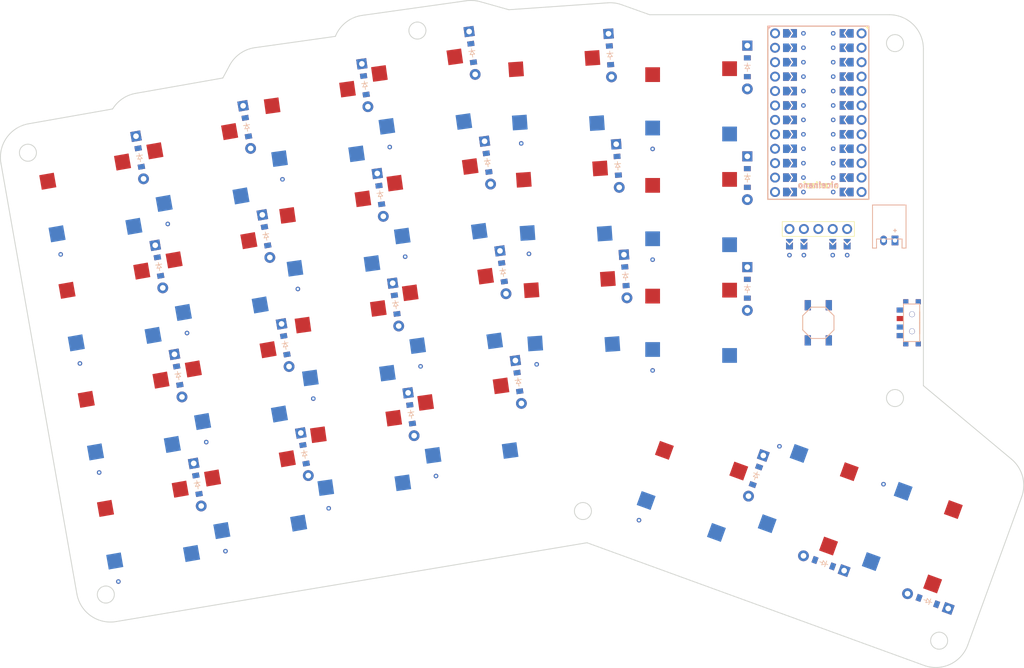
<source format=kicad_pcb>


(kicad_pcb (version 20171130) (host pcbnew 5.1.6)

  (page A3)
  (title_block
    (title "janus")
    (rev "v1.0.0")
    (company "Unknown")
  )

  (general
    (thickness 1.6)
  )

  (layers
    (0 F.Cu signal)
    (31 B.Cu signal)
    (32 B.Adhes user)
    (33 F.Adhes user)
    (34 B.Paste user)
    (35 F.Paste user)
    (36 B.SilkS user)
    (37 F.SilkS user)
    (38 B.Mask user)
    (39 F.Mask user)
    (40 Dwgs.User user)
    (41 Cmts.User user)
    (42 Eco1.User user)
    (43 Eco2.User user)
    (44 Edge.Cuts user)
    (45 Margin user)
    (46 B.CrtYd user)
    (47 F.CrtYd user)
    (48 B.Fab user)
    (49 F.Fab user)
  )

  (setup
    (last_trace_width 0.25)
    (trace_clearance 0.2)
    (zone_clearance 0.508)
    (zone_45_only no)
    (trace_min 0.2)
    (via_size 0.8)
    (via_drill 0.4)
    (via_min_size 0.4)
    (via_min_drill 0.3)
    (uvia_size 0.3)
    (uvia_drill 0.1)
    (uvias_allowed no)
    (uvia_min_size 0.2)
    (uvia_min_drill 0.1)
    (edge_width 0.05)
    (segment_width 0.2)
    (pcb_text_width 0.3)
    (pcb_text_size 1.5 1.5)
    (mod_edge_width 0.12)
    (mod_text_size 1 1)
    (mod_text_width 0.15)
    (pad_size 1.524 1.524)
    (pad_drill 0.762)
    (pad_to_mask_clearance 0.05)
    (aux_axis_origin 0 0)
    (visible_elements FFFFFF7F)
    (pcbplotparams
      (layerselection 0x010fc_ffffffff)
      (usegerberextensions false)
      (usegerberattributes true)
      (usegerberadvancedattributes true)
      (creategerberjobfile true)
      (excludeedgelayer true)
      (linewidth 0.100000)
      (plotframeref false)
      (viasonmask false)
      (mode 1)
      (useauxorigin false)
      (hpglpennumber 1)
      (hpglpenspeed 20)
      (hpglpendiameter 15.000000)
      (psnegative false)
      (psa4output false)
      (plotreference true)
      (plotvalue true)
      (plotinvisibletext false)
      (padsonsilk false)
      (subtractmaskfromsilk false)
      (outputformat 1)
      (mirror false)
      (drillshape 1)
      (scaleselection 1)
      (outputdirectory ""))
  )

  (net 0 "")
(net 1 "P15")
(net 2 "outer_mod")
(net 3 "outer_bottom")
(net 4 "outer_home")
(net 5 "outer_top")
(net 6 "P14")
(net 7 "pinky_mod")
(net 8 "pinky_bottom")
(net 9 "pinky_home")
(net 10 "pinky_top")
(net 11 "P16")
(net 12 "ring_mod")
(net 13 "ring_bottom")
(net 14 "ring_home")
(net 15 "ring_top")
(net 16 "P10")
(net 17 "middle_mod")
(net 18 "middle_bottom")
(net 19 "middle_home")
(net 20 "middle_top")
(net 21 "P20")
(net 22 "index_bottom")
(net 23 "index_home")
(net 24 "index_top")
(net 25 "P19")
(net 26 "inner_bottom")
(net 27 "inner_home")
(net 28 "inner_top")
(net 29 "inner_cluster")
(net 30 "home_cluster")
(net 31 "P18")
(net 32 "outer_cluster")
(net 33 "P9")
(net 34 "P8")
(net 35 "P7")
(net 36 "P6")
(net 37 "RAW")
(net 38 "GND")
(net 39 "RST")
(net 40 "VCC")
(net 41 "P21")
(net 42 "P1")
(net 43 "P0")
(net 44 "P2")
(net 45 "P3")
(net 46 "P4")
(net 47 "P5")
(net 48 "BPOS")

  (net_class Default "This is the default net class."
    (clearance 0.2)
    (trace_width 0.25)
    (via_dia 0.8)
    (via_drill 0.4)
    (uvia_dia 0.3)
    (uvia_drill 0.1)
    (add_net "")
(add_net "P15")
(add_net "outer_mod")
(add_net "outer_bottom")
(add_net "outer_home")
(add_net "outer_top")
(add_net "P14")
(add_net "pinky_mod")
(add_net "pinky_bottom")
(add_net "pinky_home")
(add_net "pinky_top")
(add_net "P16")
(add_net "ring_mod")
(add_net "ring_bottom")
(add_net "ring_home")
(add_net "ring_top")
(add_net "P10")
(add_net "middle_mod")
(add_net "middle_bottom")
(add_net "middle_home")
(add_net "middle_top")
(add_net "P20")
(add_net "index_bottom")
(add_net "index_home")
(add_net "index_top")
(add_net "P19")
(add_net "inner_bottom")
(add_net "inner_home")
(add_net "inner_top")
(add_net "inner_cluster")
(add_net "home_cluster")
(add_net "P18")
(add_net "outer_cluster")
(add_net "P9")
(add_net "P8")
(add_net "P7")
(add_net "P6")
(add_net "RAW")
(add_net "GND")
(add_net "RST")
(add_net "VCC")
(add_net "P21")
(add_net "P1")
(add_net "P0")
(add_net "P2")
(add_net "P3")
(add_net "P4")
(add_net "P5")
(add_net "BPOS")
  )

  
        
      (module gateron-ks27 (layer "F.Cu")
      (at 50 150 10)
      
      
      (fp_text reference "S1" (at 0.1 -8.5 10) (layer "F.SilkS") hide
        (effects (font (size 1 1) (thickness 0.15)))
      )
    
      (fp_text value "ks27" (at 0 8.5 10) (layer "F.SilkS") hide
        (effects (font (size 1 1) (thickness 0.15)))
      )
    
      
      (fp_line (start 1.8 -6.3) (end -3.2 -6.3) (layer Dwgs.User) (width 0.12))
      (fp_line (start -3.2 -6.3) (end -3.2 -3.1) (layer Dwgs.User) (width 0.12))
      (fp_line (start 1.8 -6.3) (end 1.8 -3.1) (layer Dwgs.User) (width 0.12))
      (fp_line (start 1.8 -3.1) (end -3.2 -3.1) (layer Dwgs.User) (width 0.12))
    
      
      (fp_line (start -7 -7) (end -7 7) (layer Dwgs.User) (width 0.12))
      (fp_line (start 7 7) (end 7 -7) (layer Dwgs.User) (width 0.12))
      (fp_line (start 7 -7) (end -7 -7) (layer Dwgs.User) (width 0.12))
      (fp_line (start -7 7) (end 7 7) (layer Dwgs.User) (width 0.12))
      (fp_line (start 7.5 7.5) (end 7.5 -7.5) (layer Dwgs.User) (width 0.1))
      (fp_line (start -7.5 -7.5) (end -7.5 7.5) (layer Dwgs.User) (width 0.1))
      (fp_line (start -7.5 7.5) (end 7.5 7.5) (layer Dwgs.User) (width 0.1))
      (fp_line (start 7.5 -7.5) (end -7.5 -7.5) (layer Dwgs.User) (width 0.1))
    
      
      (pad "" np_thru_hole circle (at 0 0) (size 5 5) (drill 5) (layers *.Cu *.Mask))
      
        
      
      (fp_line (start -9.25 -9.25) (end 9.25 -9.25) (layer Dwgs.User) (width 0.15))
      (fp_line (start 9.25 -9.25) (end 9.25 9.25) (layer Dwgs.User) (width 0.15))
      (fp_line (start 9.25 9.25) (end -9.25 9.25) (layer Dwgs.User) (width 0.15))
      (fp_line (start -9.25 9.25) (end -9.25 -9.25) (layer Dwgs.User) (width 0.15))
      
        
          
          (pad "1" thru_hole circle (at -7.675 8.382 180) (size 0.8 0.8) (drill 0.4) (layers *.Cu) (net 1 "P15"))

          
          (pad "" np_thru_hole circle (at -4.4 4.7) (size 3 3) (drill 3) (layers *.Cu *.Mask))
          (pad "" np_thru_hole circle (at 2.6 5.75) (size 3 3) (drill 3) (layers *.Cu *.Mask))
          (pad "" np_thru_hole circle (at -4.4 -4.7) (size 3 3) (drill 3) (layers *.Cu *.Mask))
          (pad "" np_thru_hole circle (at 2.6 -5.75) (size 3 3) (drill 3) (layers *.Cu *.Mask))
          
          
          (pad "1" smd rect (at -7.675 4.7 10) (size 2.6 2.6) (layers B.Cu B.Paste B.Mask) (net 1 "P15"))
          (pad "2" smd rect (at 5.875 5.75 10) (size 2.6 2.6) (layers B.Cu B.Paste B.Mask) (net 2 "outer_mod"))
          (pad "1" smd rect (at -7.675 -4.7 10) (size 2.6 2.6) (layers F.Cu F.Paste F.Mask) (net 1 "P15"))
          (pad "2" smd rect (at 5.875 -5.75 10) (size 2.6 2.6) (layers F.Cu F.Paste F.Mask) (net 2 "outer_mod"))
        )
        

        
      (module gateron-ks27 (layer "F.Cu")
      (at 46.6138605 130.7962488 10)
      
      
      (fp_text reference "S2" (at 0.1 -8.5 10) (layer "F.SilkS") hide
        (effects (font (size 1 1) (thickness 0.15)))
      )
    
      (fp_text value "ks27" (at 0 8.5 10) (layer "F.SilkS") hide
        (effects (font (size 1 1) (thickness 0.15)))
      )
    
      
      (fp_line (start 1.8 -6.3) (end -3.2 -6.3) (layer Dwgs.User) (width 0.12))
      (fp_line (start -3.2 -6.3) (end -3.2 -3.1) (layer Dwgs.User) (width 0.12))
      (fp_line (start 1.8 -6.3) (end 1.8 -3.1) (layer Dwgs.User) (width 0.12))
      (fp_line (start 1.8 -3.1) (end -3.2 -3.1) (layer Dwgs.User) (width 0.12))
    
      
      (fp_line (start -7 -7) (end -7 7) (layer Dwgs.User) (width 0.12))
      (fp_line (start 7 7) (end 7 -7) (layer Dwgs.User) (width 0.12))
      (fp_line (start 7 -7) (end -7 -7) (layer Dwgs.User) (width 0.12))
      (fp_line (start -7 7) (end 7 7) (layer Dwgs.User) (width 0.12))
      (fp_line (start 7.5 7.5) (end 7.5 -7.5) (layer Dwgs.User) (width 0.1))
      (fp_line (start -7.5 -7.5) (end -7.5 7.5) (layer Dwgs.User) (width 0.1))
      (fp_line (start -7.5 7.5) (end 7.5 7.5) (layer Dwgs.User) (width 0.1))
      (fp_line (start 7.5 -7.5) (end -7.5 -7.5) (layer Dwgs.User) (width 0.1))
    
      
      (pad "" np_thru_hole circle (at 0 0) (size 5 5) (drill 5) (layers *.Cu *.Mask))
      
        
      
      (fp_line (start -9.25 -9.25) (end 9.25 -9.25) (layer Dwgs.User) (width 0.15))
      (fp_line (start 9.25 -9.25) (end 9.25 9.25) (layer Dwgs.User) (width 0.15))
      (fp_line (start 9.25 9.25) (end -9.25 9.25) (layer Dwgs.User) (width 0.15))
      (fp_line (start -9.25 9.25) (end -9.25 -9.25) (layer Dwgs.User) (width 0.15))
      
        
          
          (pad "1" thru_hole circle (at -7.675 8.382 180) (size 0.8 0.8) (drill 0.4) (layers *.Cu) (net 1 "P15"))

          
          (pad "" np_thru_hole circle (at -4.4 4.7) (size 3 3) (drill 3) (layers *.Cu *.Mask))
          (pad "" np_thru_hole circle (at 2.6 5.75) (size 3 3) (drill 3) (layers *.Cu *.Mask))
          (pad "" np_thru_hole circle (at -4.4 -4.7) (size 3 3) (drill 3) (layers *.Cu *.Mask))
          (pad "" np_thru_hole circle (at 2.6 -5.75) (size 3 3) (drill 3) (layers *.Cu *.Mask))
          
          
          (pad "1" smd rect (at -7.675 4.7 10) (size 2.6 2.6) (layers B.Cu B.Paste B.Mask) (net 1 "P15"))
          (pad "2" smd rect (at 5.875 5.75 10) (size 2.6 2.6) (layers B.Cu B.Paste B.Mask) (net 3 "outer_bottom"))
          (pad "1" smd rect (at -7.675 -4.7 10) (size 2.6 2.6) (layers F.Cu F.Paste F.Mask) (net 1 "P15"))
          (pad "2" smd rect (at 5.875 -5.75 10) (size 2.6 2.6) (layers F.Cu F.Paste F.Mask) (net 3 "outer_bottom"))
        )
        

        
      (module gateron-ks27 (layer "F.Cu")
      (at 43.227721 111.5924976 10)
      
      
      (fp_text reference "S3" (at 0.1 -8.5 10) (layer "F.SilkS") hide
        (effects (font (size 1 1) (thickness 0.15)))
      )
    
      (fp_text value "ks27" (at 0 8.5 10) (layer "F.SilkS") hide
        (effects (font (size 1 1) (thickness 0.15)))
      )
    
      
      (fp_line (start 1.8 -6.3) (end -3.2 -6.3) (layer Dwgs.User) (width 0.12))
      (fp_line (start -3.2 -6.3) (end -3.2 -3.1) (layer Dwgs.User) (width 0.12))
      (fp_line (start 1.8 -6.3) (end 1.8 -3.1) (layer Dwgs.User) (width 0.12))
      (fp_line (start 1.8 -3.1) (end -3.2 -3.1) (layer Dwgs.User) (width 0.12))
    
      
      (fp_line (start -7 -7) (end -7 7) (layer Dwgs.User) (width 0.12))
      (fp_line (start 7 7) (end 7 -7) (layer Dwgs.User) (width 0.12))
      (fp_line (start 7 -7) (end -7 -7) (layer Dwgs.User) (width 0.12))
      (fp_line (start -7 7) (end 7 7) (layer Dwgs.User) (width 0.12))
      (fp_line (start 7.5 7.5) (end 7.5 -7.5) (layer Dwgs.User) (width 0.1))
      (fp_line (start -7.5 -7.5) (end -7.5 7.5) (layer Dwgs.User) (width 0.1))
      (fp_line (start -7.5 7.5) (end 7.5 7.5) (layer Dwgs.User) (width 0.1))
      (fp_line (start 7.5 -7.5) (end -7.5 -7.5) (layer Dwgs.User) (width 0.1))
    
      
      (pad "" np_thru_hole circle (at 0 0) (size 5 5) (drill 5) (layers *.Cu *.Mask))
      
        
      
      (fp_line (start -9.25 -9.25) (end 9.25 -9.25) (layer Dwgs.User) (width 0.15))
      (fp_line (start 9.25 -9.25) (end 9.25 9.25) (layer Dwgs.User) (width 0.15))
      (fp_line (start 9.25 9.25) (end -9.25 9.25) (layer Dwgs.User) (width 0.15))
      (fp_line (start -9.25 9.25) (end -9.25 -9.25) (layer Dwgs.User) (width 0.15))
      
        
          
          (pad "1" thru_hole circle (at -7.675 8.382 180) (size 0.8 0.8) (drill 0.4) (layers *.Cu) (net 1 "P15"))

          
          (pad "" np_thru_hole circle (at -4.4 4.7) (size 3 3) (drill 3) (layers *.Cu *.Mask))
          (pad "" np_thru_hole circle (at 2.6 5.75) (size 3 3) (drill 3) (layers *.Cu *.Mask))
          (pad "" np_thru_hole circle (at -4.4 -4.7) (size 3 3) (drill 3) (layers *.Cu *.Mask))
          (pad "" np_thru_hole circle (at 2.6 -5.75) (size 3 3) (drill 3) (layers *.Cu *.Mask))
          
          
          (pad "1" smd rect (at -7.675 4.7 10) (size 2.6 2.6) (layers B.Cu B.Paste B.Mask) (net 1 "P15"))
          (pad "2" smd rect (at 5.875 5.75 10) (size 2.6 2.6) (layers B.Cu B.Paste B.Mask) (net 4 "outer_home"))
          (pad "1" smd rect (at -7.675 -4.7 10) (size 2.6 2.6) (layers F.Cu F.Paste F.Mask) (net 1 "P15"))
          (pad "2" smd rect (at 5.875 -5.75 10) (size 2.6 2.6) (layers F.Cu F.Paste F.Mask) (net 4 "outer_home"))
        )
        

        
      (module gateron-ks27 (layer "F.Cu")
      (at 39.841581500000004 92.3887464 10)
      
      
      (fp_text reference "S4" (at 0.1 -8.5 10) (layer "F.SilkS") hide
        (effects (font (size 1 1) (thickness 0.15)))
      )
    
      (fp_text value "ks27" (at 0 8.5 10) (layer "F.SilkS") hide
        (effects (font (size 1 1) (thickness 0.15)))
      )
    
      
      (fp_line (start 1.8 -6.3) (end -3.2 -6.3) (layer Dwgs.User) (width 0.12))
      (fp_line (start -3.2 -6.3) (end -3.2 -3.1) (layer Dwgs.User) (width 0.12))
      (fp_line (start 1.8 -6.3) (end 1.8 -3.1) (layer Dwgs.User) (width 0.12))
      (fp_line (start 1.8 -3.1) (end -3.2 -3.1) (layer Dwgs.User) (width 0.12))
    
      
      (fp_line (start -7 -7) (end -7 7) (layer Dwgs.User) (width 0.12))
      (fp_line (start 7 7) (end 7 -7) (layer Dwgs.User) (width 0.12))
      (fp_line (start 7 -7) (end -7 -7) (layer Dwgs.User) (width 0.12))
      (fp_line (start -7 7) (end 7 7) (layer Dwgs.User) (width 0.12))
      (fp_line (start 7.5 7.5) (end 7.5 -7.5) (layer Dwgs.User) (width 0.1))
      (fp_line (start -7.5 -7.5) (end -7.5 7.5) (layer Dwgs.User) (width 0.1))
      (fp_line (start -7.5 7.5) (end 7.5 7.5) (layer Dwgs.User) (width 0.1))
      (fp_line (start 7.5 -7.5) (end -7.5 -7.5) (layer Dwgs.User) (width 0.1))
    
      
      (pad "" np_thru_hole circle (at 0 0) (size 5 5) (drill 5) (layers *.Cu *.Mask))
      
        
      
      (fp_line (start -9.25 -9.25) (end 9.25 -9.25) (layer Dwgs.User) (width 0.15))
      (fp_line (start 9.25 -9.25) (end 9.25 9.25) (layer Dwgs.User) (width 0.15))
      (fp_line (start 9.25 9.25) (end -9.25 9.25) (layer Dwgs.User) (width 0.15))
      (fp_line (start -9.25 9.25) (end -9.25 -9.25) (layer Dwgs.User) (width 0.15))
      
        
          
          (pad "1" thru_hole circle (at -7.675 8.382 180) (size 0.8 0.8) (drill 0.4) (layers *.Cu) (net 1 "P15"))

          
          (pad "" np_thru_hole circle (at -4.4 4.7) (size 3 3) (drill 3) (layers *.Cu *.Mask))
          (pad "" np_thru_hole circle (at 2.6 5.75) (size 3 3) (drill 3) (layers *.Cu *.Mask))
          (pad "" np_thru_hole circle (at -4.4 -4.7) (size 3 3) (drill 3) (layers *.Cu *.Mask))
          (pad "" np_thru_hole circle (at 2.6 -5.75) (size 3 3) (drill 3) (layers *.Cu *.Mask))
          
          
          (pad "1" smd rect (at -7.675 4.7 10) (size 2.6 2.6) (layers B.Cu B.Paste B.Mask) (net 1 "P15"))
          (pad "2" smd rect (at 5.875 5.75 10) (size 2.6 2.6) (layers B.Cu B.Paste B.Mask) (net 5 "outer_top"))
          (pad "1" smd rect (at -7.675 -4.7 10) (size 2.6 2.6) (layers F.Cu F.Paste F.Mask) (net 1 "P15"))
          (pad "2" smd rect (at 5.875 -5.75 10) (size 2.6 2.6) (layers F.Cu F.Paste F.Mask) (net 5 "outer_top"))
        )
        

        
      (module gateron-ks27 (layer "F.Cu")
      (at 68.8564548 144.644245 10)
      
      
      (fp_text reference "S5" (at 0.1 -8.5 10) (layer "F.SilkS") hide
        (effects (font (size 1 1) (thickness 0.15)))
      )
    
      (fp_text value "ks27" (at 0 8.5 10) (layer "F.SilkS") hide
        (effects (font (size 1 1) (thickness 0.15)))
      )
    
      
      (fp_line (start 1.8 -6.3) (end -3.2 -6.3) (layer Dwgs.User) (width 0.12))
      (fp_line (start -3.2 -6.3) (end -3.2 -3.1) (layer Dwgs.User) (width 0.12))
      (fp_line (start 1.8 -6.3) (end 1.8 -3.1) (layer Dwgs.User) (width 0.12))
      (fp_line (start 1.8 -3.1) (end -3.2 -3.1) (layer Dwgs.User) (width 0.12))
    
      
      (fp_line (start -7 -7) (end -7 7) (layer Dwgs.User) (width 0.12))
      (fp_line (start 7 7) (end 7 -7) (layer Dwgs.User) (width 0.12))
      (fp_line (start 7 -7) (end -7 -7) (layer Dwgs.User) (width 0.12))
      (fp_line (start -7 7) (end 7 7) (layer Dwgs.User) (width 0.12))
      (fp_line (start 7.5 7.5) (end 7.5 -7.5) (layer Dwgs.User) (width 0.1))
      (fp_line (start -7.5 -7.5) (end -7.5 7.5) (layer Dwgs.User) (width 0.1))
      (fp_line (start -7.5 7.5) (end 7.5 7.5) (layer Dwgs.User) (width 0.1))
      (fp_line (start 7.5 -7.5) (end -7.5 -7.5) (layer Dwgs.User) (width 0.1))
    
      
      (pad "" np_thru_hole circle (at 0 0) (size 5 5) (drill 5) (layers *.Cu *.Mask))
      
        
      
      (fp_line (start -9.25 -9.25) (end 9.25 -9.25) (layer Dwgs.User) (width 0.15))
      (fp_line (start 9.25 -9.25) (end 9.25 9.25) (layer Dwgs.User) (width 0.15))
      (fp_line (start 9.25 9.25) (end -9.25 9.25) (layer Dwgs.User) (width 0.15))
      (fp_line (start -9.25 9.25) (end -9.25 -9.25) (layer Dwgs.User) (width 0.15))
      
        
          
          (pad "1" thru_hole circle (at -7.675 8.382 180) (size 0.8 0.8) (drill 0.4) (layers *.Cu) (net 6 "P14"))

          
          (pad "" np_thru_hole circle (at -4.4 4.7) (size 3 3) (drill 3) (layers *.Cu *.Mask))
          (pad "" np_thru_hole circle (at 2.6 5.75) (size 3 3) (drill 3) (layers *.Cu *.Mask))
          (pad "" np_thru_hole circle (at -4.4 -4.7) (size 3 3) (drill 3) (layers *.Cu *.Mask))
          (pad "" np_thru_hole circle (at 2.6 -5.75) (size 3 3) (drill 3) (layers *.Cu *.Mask))
          
          
          (pad "1" smd rect (at -7.675 4.7 10) (size 2.6 2.6) (layers B.Cu B.Paste B.Mask) (net 6 "P14"))
          (pad "2" smd rect (at 5.875 5.75 10) (size 2.6 2.6) (layers B.Cu B.Paste B.Mask) (net 7 "pinky_mod"))
          (pad "1" smd rect (at -7.675 -4.7 10) (size 2.6 2.6) (layers F.Cu F.Paste F.Mask) (net 6 "P14"))
          (pad "2" smd rect (at 5.875 -5.75 10) (size 2.6 2.6) (layers F.Cu F.Paste F.Mask) (net 7 "pinky_mod"))
        )
        

        
      (module gateron-ks27 (layer "F.Cu")
      (at 65.4703153 125.44049380000001 10)
      
      
      (fp_text reference "S6" (at 0.1 -8.5 10) (layer "F.SilkS") hide
        (effects (font (size 1 1) (thickness 0.15)))
      )
    
      (fp_text value "ks27" (at 0 8.5 10) (layer "F.SilkS") hide
        (effects (font (size 1 1) (thickness 0.15)))
      )
    
      
      (fp_line (start 1.8 -6.3) (end -3.2 -6.3) (layer Dwgs.User) (width 0.12))
      (fp_line (start -3.2 -6.3) (end -3.2 -3.1) (layer Dwgs.User) (width 0.12))
      (fp_line (start 1.8 -6.3) (end 1.8 -3.1) (layer Dwgs.User) (width 0.12))
      (fp_line (start 1.8 -3.1) (end -3.2 -3.1) (layer Dwgs.User) (width 0.12))
    
      
      (fp_line (start -7 -7) (end -7 7) (layer Dwgs.User) (width 0.12))
      (fp_line (start 7 7) (end 7 -7) (layer Dwgs.User) (width 0.12))
      (fp_line (start 7 -7) (end -7 -7) (layer Dwgs.User) (width 0.12))
      (fp_line (start -7 7) (end 7 7) (layer Dwgs.User) (width 0.12))
      (fp_line (start 7.5 7.5) (end 7.5 -7.5) (layer Dwgs.User) (width 0.1))
      (fp_line (start -7.5 -7.5) (end -7.5 7.5) (layer Dwgs.User) (width 0.1))
      (fp_line (start -7.5 7.5) (end 7.5 7.5) (layer Dwgs.User) (width 0.1))
      (fp_line (start 7.5 -7.5) (end -7.5 -7.5) (layer Dwgs.User) (width 0.1))
    
      
      (pad "" np_thru_hole circle (at 0 0) (size 5 5) (drill 5) (layers *.Cu *.Mask))
      
        
      
      (fp_line (start -9.25 -9.25) (end 9.25 -9.25) (layer Dwgs.User) (width 0.15))
      (fp_line (start 9.25 -9.25) (end 9.25 9.25) (layer Dwgs.User) (width 0.15))
      (fp_line (start 9.25 9.25) (end -9.25 9.25) (layer Dwgs.User) (width 0.15))
      (fp_line (start -9.25 9.25) (end -9.25 -9.25) (layer Dwgs.User) (width 0.15))
      
        
          
          (pad "1" thru_hole circle (at -7.675 8.382 180) (size 0.8 0.8) (drill 0.4) (layers *.Cu) (net 6 "P14"))

          
          (pad "" np_thru_hole circle (at -4.4 4.7) (size 3 3) (drill 3) (layers *.Cu *.Mask))
          (pad "" np_thru_hole circle (at 2.6 5.75) (size 3 3) (drill 3) (layers *.Cu *.Mask))
          (pad "" np_thru_hole circle (at -4.4 -4.7) (size 3 3) (drill 3) (layers *.Cu *.Mask))
          (pad "" np_thru_hole circle (at 2.6 -5.75) (size 3 3) (drill 3) (layers *.Cu *.Mask))
          
          
          (pad "1" smd rect (at -7.675 4.7 10) (size 2.6 2.6) (layers B.Cu B.Paste B.Mask) (net 6 "P14"))
          (pad "2" smd rect (at 5.875 5.75 10) (size 2.6 2.6) (layers B.Cu B.Paste B.Mask) (net 8 "pinky_bottom"))
          (pad "1" smd rect (at -7.675 -4.7 10) (size 2.6 2.6) (layers F.Cu F.Paste F.Mask) (net 6 "P14"))
          (pad "2" smd rect (at 5.875 -5.75 10) (size 2.6 2.6) (layers F.Cu F.Paste F.Mask) (net 8 "pinky_bottom"))
        )
        

        
      (module gateron-ks27 (layer "F.Cu")
      (at 62.0841758 106.23674260000001 10)
      
      
      (fp_text reference "S7" (at 0.1 -8.5 10) (layer "F.SilkS") hide
        (effects (font (size 1 1) (thickness 0.15)))
      )
    
      (fp_text value "ks27" (at 0 8.5 10) (layer "F.SilkS") hide
        (effects (font (size 1 1) (thickness 0.15)))
      )
    
      
      (fp_line (start 1.8 -6.3) (end -3.2 -6.3) (layer Dwgs.User) (width 0.12))
      (fp_line (start -3.2 -6.3) (end -3.2 -3.1) (layer Dwgs.User) (width 0.12))
      (fp_line (start 1.8 -6.3) (end 1.8 -3.1) (layer Dwgs.User) (width 0.12))
      (fp_line (start 1.8 -3.1) (end -3.2 -3.1) (layer Dwgs.User) (width 0.12))
    
      
      (fp_line (start -7 -7) (end -7 7) (layer Dwgs.User) (width 0.12))
      (fp_line (start 7 7) (end 7 -7) (layer Dwgs.User) (width 0.12))
      (fp_line (start 7 -7) (end -7 -7) (layer Dwgs.User) (width 0.12))
      (fp_line (start -7 7) (end 7 7) (layer Dwgs.User) (width 0.12))
      (fp_line (start 7.5 7.5) (end 7.5 -7.5) (layer Dwgs.User) (width 0.1))
      (fp_line (start -7.5 -7.5) (end -7.5 7.5) (layer Dwgs.User) (width 0.1))
      (fp_line (start -7.5 7.5) (end 7.5 7.5) (layer Dwgs.User) (width 0.1))
      (fp_line (start 7.5 -7.5) (end -7.5 -7.5) (layer Dwgs.User) (width 0.1))
    
      
      (pad "" np_thru_hole circle (at 0 0) (size 5 5) (drill 5) (layers *.Cu *.Mask))
      
        
      
      (fp_line (start -9.25 -9.25) (end 9.25 -9.25) (layer Dwgs.User) (width 0.15))
      (fp_line (start 9.25 -9.25) (end 9.25 9.25) (layer Dwgs.User) (width 0.15))
      (fp_line (start 9.25 9.25) (end -9.25 9.25) (layer Dwgs.User) (width 0.15))
      (fp_line (start -9.25 9.25) (end -9.25 -9.25) (layer Dwgs.User) (width 0.15))
      
        
          
          (pad "1" thru_hole circle (at -7.675 8.382 180) (size 0.8 0.8) (drill 0.4) (layers *.Cu) (net 6 "P14"))

          
          (pad "" np_thru_hole circle (at -4.4 4.7) (size 3 3) (drill 3) (layers *.Cu *.Mask))
          (pad "" np_thru_hole circle (at 2.6 5.75) (size 3 3) (drill 3) (layers *.Cu *.Mask))
          (pad "" np_thru_hole circle (at -4.4 -4.7) (size 3 3) (drill 3) (layers *.Cu *.Mask))
          (pad "" np_thru_hole circle (at 2.6 -5.75) (size 3 3) (drill 3) (layers *.Cu *.Mask))
          
          
          (pad "1" smd rect (at -7.675 4.7 10) (size 2.6 2.6) (layers B.Cu B.Paste B.Mask) (net 6 "P14"))
          (pad "2" smd rect (at 5.875 5.75 10) (size 2.6 2.6) (layers B.Cu B.Paste B.Mask) (net 9 "pinky_home"))
          (pad "1" smd rect (at -7.675 -4.7 10) (size 2.6 2.6) (layers F.Cu F.Paste F.Mask) (net 6 "P14"))
          (pad "2" smd rect (at 5.875 -5.75 10) (size 2.6 2.6) (layers F.Cu F.Paste F.Mask) (net 9 "pinky_home"))
        )
        

        
      (module gateron-ks27 (layer "F.Cu")
      (at 58.6980363 87.03299140000001 10)
      
      
      (fp_text reference "S8" (at 0.1 -8.5 10) (layer "F.SilkS") hide
        (effects (font (size 1 1) (thickness 0.15)))
      )
    
      (fp_text value "ks27" (at 0 8.5 10) (layer "F.SilkS") hide
        (effects (font (size 1 1) (thickness 0.15)))
      )
    
      
      (fp_line (start 1.8 -6.3) (end -3.2 -6.3) (layer Dwgs.User) (width 0.12))
      (fp_line (start -3.2 -6.3) (end -3.2 -3.1) (layer Dwgs.User) (width 0.12))
      (fp_line (start 1.8 -6.3) (end 1.8 -3.1) (layer Dwgs.User) (width 0.12))
      (fp_line (start 1.8 -3.1) (end -3.2 -3.1) (layer Dwgs.User) (width 0.12))
    
      
      (fp_line (start -7 -7) (end -7 7) (layer Dwgs.User) (width 0.12))
      (fp_line (start 7 7) (end 7 -7) (layer Dwgs.User) (width 0.12))
      (fp_line (start 7 -7) (end -7 -7) (layer Dwgs.User) (width 0.12))
      (fp_line (start -7 7) (end 7 7) (layer Dwgs.User) (width 0.12))
      (fp_line (start 7.5 7.5) (end 7.5 -7.5) (layer Dwgs.User) (width 0.1))
      (fp_line (start -7.5 -7.5) (end -7.5 7.5) (layer Dwgs.User) (width 0.1))
      (fp_line (start -7.5 7.5) (end 7.5 7.5) (layer Dwgs.User) (width 0.1))
      (fp_line (start 7.5 -7.5) (end -7.5 -7.5) (layer Dwgs.User) (width 0.1))
    
      
      (pad "" np_thru_hole circle (at 0 0) (size 5 5) (drill 5) (layers *.Cu *.Mask))
      
        
      
      (fp_line (start -9.25 -9.25) (end 9.25 -9.25) (layer Dwgs.User) (width 0.15))
      (fp_line (start 9.25 -9.25) (end 9.25 9.25) (layer Dwgs.User) (width 0.15))
      (fp_line (start 9.25 9.25) (end -9.25 9.25) (layer Dwgs.User) (width 0.15))
      (fp_line (start -9.25 9.25) (end -9.25 -9.25) (layer Dwgs.User) (width 0.15))
      
        
          
          (pad "1" thru_hole circle (at -7.675 8.382 180) (size 0.8 0.8) (drill 0.4) (layers *.Cu) (net 6 "P14"))

          
          (pad "" np_thru_hole circle (at -4.4 4.7) (size 3 3) (drill 3) (layers *.Cu *.Mask))
          (pad "" np_thru_hole circle (at 2.6 5.75) (size 3 3) (drill 3) (layers *.Cu *.Mask))
          (pad "" np_thru_hole circle (at -4.4 -4.7) (size 3 3) (drill 3) (layers *.Cu *.Mask))
          (pad "" np_thru_hole circle (at 2.6 -5.75) (size 3 3) (drill 3) (layers *.Cu *.Mask))
          
          
          (pad "1" smd rect (at -7.675 4.7 10) (size 2.6 2.6) (layers B.Cu B.Paste B.Mask) (net 6 "P14"))
          (pad "2" smd rect (at 5.875 5.75 10) (size 2.6 2.6) (layers B.Cu B.Paste B.Mask) (net 10 "pinky_top"))
          (pad "1" smd rect (at -7.675 -4.7 10) (size 2.6 2.6) (layers F.Cu F.Paste F.Mask) (net 6 "P14"))
          (pad "2" smd rect (at 5.875 -5.75 10) (size 2.6 2.6) (layers F.Cu F.Paste F.Mask) (net 10 "pinky_top"))
        )
        

        
      (module gateron-ks27 (layer "F.Cu")
      (at 87.3656133 137.3188746 8)
      
      
      (fp_text reference "S9" (at 0.1 -8.5 8) (layer "F.SilkS") hide
        (effects (font (size 1 1) (thickness 0.15)))
      )
    
      (fp_text value "ks27" (at 0 8.5 8) (layer "F.SilkS") hide
        (effects (font (size 1 1) (thickness 0.15)))
      )
    
      
      (fp_line (start 1.8 -6.3) (end -3.2 -6.3) (layer Dwgs.User) (width 0.12))
      (fp_line (start -3.2 -6.3) (end -3.2 -3.1) (layer Dwgs.User) (width 0.12))
      (fp_line (start 1.8 -6.3) (end 1.8 -3.1) (layer Dwgs.User) (width 0.12))
      (fp_line (start 1.8 -3.1) (end -3.2 -3.1) (layer Dwgs.User) (width 0.12))
    
      
      (fp_line (start -7 -7) (end -7 7) (layer Dwgs.User) (width 0.12))
      (fp_line (start 7 7) (end 7 -7) (layer Dwgs.User) (width 0.12))
      (fp_line (start 7 -7) (end -7 -7) (layer Dwgs.User) (width 0.12))
      (fp_line (start -7 7) (end 7 7) (layer Dwgs.User) (width 0.12))
      (fp_line (start 7.5 7.5) (end 7.5 -7.5) (layer Dwgs.User) (width 0.1))
      (fp_line (start -7.5 -7.5) (end -7.5 7.5) (layer Dwgs.User) (width 0.1))
      (fp_line (start -7.5 7.5) (end 7.5 7.5) (layer Dwgs.User) (width 0.1))
      (fp_line (start 7.5 -7.5) (end -7.5 -7.5) (layer Dwgs.User) (width 0.1))
    
      
      (pad "" np_thru_hole circle (at 0 0) (size 5 5) (drill 5) (layers *.Cu *.Mask))
      
        
      
      (fp_line (start -9.25 -9.25) (end 9.25 -9.25) (layer Dwgs.User) (width 0.15))
      (fp_line (start 9.25 -9.25) (end 9.25 9.25) (layer Dwgs.User) (width 0.15))
      (fp_line (start 9.25 9.25) (end -9.25 9.25) (layer Dwgs.User) (width 0.15))
      (fp_line (start -9.25 9.25) (end -9.25 -9.25) (layer Dwgs.User) (width 0.15))
      
        
          
          (pad "1" thru_hole circle (at -7.675 8.382 180) (size 0.8 0.8) (drill 0.4) (layers *.Cu) (net 11 "P16"))

          
          (pad "" np_thru_hole circle (at -4.4 4.7) (size 3 3) (drill 3) (layers *.Cu *.Mask))
          (pad "" np_thru_hole circle (at 2.6 5.75) (size 3 3) (drill 3) (layers *.Cu *.Mask))
          (pad "" np_thru_hole circle (at -4.4 -4.7) (size 3 3) (drill 3) (layers *.Cu *.Mask))
          (pad "" np_thru_hole circle (at 2.6 -5.75) (size 3 3) (drill 3) (layers *.Cu *.Mask))
          
          
          (pad "1" smd rect (at -7.675 4.7 8) (size 2.6 2.6) (layers B.Cu B.Paste B.Mask) (net 11 "P16"))
          (pad "2" smd rect (at 5.875 5.75 8) (size 2.6 2.6) (layers B.Cu B.Paste B.Mask) (net 12 "ring_mod"))
          (pad "1" smd rect (at -7.675 -4.7 8) (size 2.6 2.6) (layers F.Cu F.Paste F.Mask) (net 11 "P16"))
          (pad "2" smd rect (at 5.875 -5.75 8) (size 2.6 2.6) (layers F.Cu F.Paste F.Mask) (net 12 "ring_mod"))
        )
        

        
      (module gateron-ks27 (layer "F.Cu")
      (at 84.6517378 118.00864729999998 8)
      
      
      (fp_text reference "S10" (at 0.1 -8.5 8) (layer "F.SilkS") hide
        (effects (font (size 1 1) (thickness 0.15)))
      )
    
      (fp_text value "ks27" (at 0 8.5 8) (layer "F.SilkS") hide
        (effects (font (size 1 1) (thickness 0.15)))
      )
    
      
      (fp_line (start 1.8 -6.3) (end -3.2 -6.3) (layer Dwgs.User) (width 0.12))
      (fp_line (start -3.2 -6.3) (end -3.2 -3.1) (layer Dwgs.User) (width 0.12))
      (fp_line (start 1.8 -6.3) (end 1.8 -3.1) (layer Dwgs.User) (width 0.12))
      (fp_line (start 1.8 -3.1) (end -3.2 -3.1) (layer Dwgs.User) (width 0.12))
    
      
      (fp_line (start -7 -7) (end -7 7) (layer Dwgs.User) (width 0.12))
      (fp_line (start 7 7) (end 7 -7) (layer Dwgs.User) (width 0.12))
      (fp_line (start 7 -7) (end -7 -7) (layer Dwgs.User) (width 0.12))
      (fp_line (start -7 7) (end 7 7) (layer Dwgs.User) (width 0.12))
      (fp_line (start 7.5 7.5) (end 7.5 -7.5) (layer Dwgs.User) (width 0.1))
      (fp_line (start -7.5 -7.5) (end -7.5 7.5) (layer Dwgs.User) (width 0.1))
      (fp_line (start -7.5 7.5) (end 7.5 7.5) (layer Dwgs.User) (width 0.1))
      (fp_line (start 7.5 -7.5) (end -7.5 -7.5) (layer Dwgs.User) (width 0.1))
    
      
      (pad "" np_thru_hole circle (at 0 0) (size 5 5) (drill 5) (layers *.Cu *.Mask))
      
        
      
      (fp_line (start -9.25 -9.25) (end 9.25 -9.25) (layer Dwgs.User) (width 0.15))
      (fp_line (start 9.25 -9.25) (end 9.25 9.25) (layer Dwgs.User) (width 0.15))
      (fp_line (start 9.25 9.25) (end -9.25 9.25) (layer Dwgs.User) (width 0.15))
      (fp_line (start -9.25 9.25) (end -9.25 -9.25) (layer Dwgs.User) (width 0.15))
      
        
          
          (pad "1" thru_hole circle (at -7.675 8.382 180) (size 0.8 0.8) (drill 0.4) (layers *.Cu) (net 11 "P16"))

          
          (pad "" np_thru_hole circle (at -4.4 4.7) (size 3 3) (drill 3) (layers *.Cu *.Mask))
          (pad "" np_thru_hole circle (at 2.6 5.75) (size 3 3) (drill 3) (layers *.Cu *.Mask))
          (pad "" np_thru_hole circle (at -4.4 -4.7) (size 3 3) (drill 3) (layers *.Cu *.Mask))
          (pad "" np_thru_hole circle (at 2.6 -5.75) (size 3 3) (drill 3) (layers *.Cu *.Mask))
          
          
          (pad "1" smd rect (at -7.675 4.7 8) (size 2.6 2.6) (layers B.Cu B.Paste B.Mask) (net 11 "P16"))
          (pad "2" smd rect (at 5.875 5.75 8) (size 2.6 2.6) (layers B.Cu B.Paste B.Mask) (net 13 "ring_bottom"))
          (pad "1" smd rect (at -7.675 -4.7 8) (size 2.6 2.6) (layers F.Cu F.Paste F.Mask) (net 11 "P16"))
          (pad "2" smd rect (at 5.875 -5.75 8) (size 2.6 2.6) (layers F.Cu F.Paste F.Mask) (net 13 "ring_bottom"))
        )
        

        
      (module gateron-ks27 (layer "F.Cu")
      (at 81.9378623 98.69841999999997 8)
      
      
      (fp_text reference "S11" (at 0.1 -8.5 8) (layer "F.SilkS") hide
        (effects (font (size 1 1) (thickness 0.15)))
      )
    
      (fp_text value "ks27" (at 0 8.5 8) (layer "F.SilkS") hide
        (effects (font (size 1 1) (thickness 0.15)))
      )
    
      
      (fp_line (start 1.8 -6.3) (end -3.2 -6.3) (layer Dwgs.User) (width 0.12))
      (fp_line (start -3.2 -6.3) (end -3.2 -3.1) (layer Dwgs.User) (width 0.12))
      (fp_line (start 1.8 -6.3) (end 1.8 -3.1) (layer Dwgs.User) (width 0.12))
      (fp_line (start 1.8 -3.1) (end -3.2 -3.1) (layer Dwgs.User) (width 0.12))
    
      
      (fp_line (start -7 -7) (end -7 7) (layer Dwgs.User) (width 0.12))
      (fp_line (start 7 7) (end 7 -7) (layer Dwgs.User) (width 0.12))
      (fp_line (start 7 -7) (end -7 -7) (layer Dwgs.User) (width 0.12))
      (fp_line (start -7 7) (end 7 7) (layer Dwgs.User) (width 0.12))
      (fp_line (start 7.5 7.5) (end 7.5 -7.5) (layer Dwgs.User) (width 0.1))
      (fp_line (start -7.5 -7.5) (end -7.5 7.5) (layer Dwgs.User) (width 0.1))
      (fp_line (start -7.5 7.5) (end 7.5 7.5) (layer Dwgs.User) (width 0.1))
      (fp_line (start 7.5 -7.5) (end -7.5 -7.5) (layer Dwgs.User) (width 0.1))
    
      
      (pad "" np_thru_hole circle (at 0 0) (size 5 5) (drill 5) (layers *.Cu *.Mask))
      
        
      
      (fp_line (start -9.25 -9.25) (end 9.25 -9.25) (layer Dwgs.User) (width 0.15))
      (fp_line (start 9.25 -9.25) (end 9.25 9.25) (layer Dwgs.User) (width 0.15))
      (fp_line (start 9.25 9.25) (end -9.25 9.25) (layer Dwgs.User) (width 0.15))
      (fp_line (start -9.25 9.25) (end -9.25 -9.25) (layer Dwgs.User) (width 0.15))
      
        
          
          (pad "1" thru_hole circle (at -7.675 8.382 180) (size 0.8 0.8) (drill 0.4) (layers *.Cu) (net 11 "P16"))

          
          (pad "" np_thru_hole circle (at -4.4 4.7) (size 3 3) (drill 3) (layers *.Cu *.Mask))
          (pad "" np_thru_hole circle (at 2.6 5.75) (size 3 3) (drill 3) (layers *.Cu *.Mask))
          (pad "" np_thru_hole circle (at -4.4 -4.7) (size 3 3) (drill 3) (layers *.Cu *.Mask))
          (pad "" np_thru_hole circle (at 2.6 -5.75) (size 3 3) (drill 3) (layers *.Cu *.Mask))
          
          
          (pad "1" smd rect (at -7.675 4.7 8) (size 2.6 2.6) (layers B.Cu B.Paste B.Mask) (net 11 "P16"))
          (pad "2" smd rect (at 5.875 5.75 8) (size 2.6 2.6) (layers B.Cu B.Paste B.Mask) (net 14 "ring_home"))
          (pad "1" smd rect (at -7.675 -4.7 8) (size 2.6 2.6) (layers F.Cu F.Paste F.Mask) (net 11 "P16"))
          (pad "2" smd rect (at 5.875 -5.75 8) (size 2.6 2.6) (layers F.Cu F.Paste F.Mask) (net 14 "ring_home"))
        )
        

        
      (module gateron-ks27 (layer "F.Cu")
      (at 79.2239868 79.38819269999996 8)
      
      
      (fp_text reference "S12" (at 0.1 -8.5 8) (layer "F.SilkS") hide
        (effects (font (size 1 1) (thickness 0.15)))
      )
    
      (fp_text value "ks27" (at 0 8.5 8) (layer "F.SilkS") hide
        (effects (font (size 1 1) (thickness 0.15)))
      )
    
      
      (fp_line (start 1.8 -6.3) (end -3.2 -6.3) (layer Dwgs.User) (width 0.12))
      (fp_line (start -3.2 -6.3) (end -3.2 -3.1) (layer Dwgs.User) (width 0.12))
      (fp_line (start 1.8 -6.3) (end 1.8 -3.1) (layer Dwgs.User) (width 0.12))
      (fp_line (start 1.8 -3.1) (end -3.2 -3.1) (layer Dwgs.User) (width 0.12))
    
      
      (fp_line (start -7 -7) (end -7 7) (layer Dwgs.User) (width 0.12))
      (fp_line (start 7 7) (end 7 -7) (layer Dwgs.User) (width 0.12))
      (fp_line (start 7 -7) (end -7 -7) (layer Dwgs.User) (width 0.12))
      (fp_line (start -7 7) (end 7 7) (layer Dwgs.User) (width 0.12))
      (fp_line (start 7.5 7.5) (end 7.5 -7.5) (layer Dwgs.User) (width 0.1))
      (fp_line (start -7.5 -7.5) (end -7.5 7.5) (layer Dwgs.User) (width 0.1))
      (fp_line (start -7.5 7.5) (end 7.5 7.5) (layer Dwgs.User) (width 0.1))
      (fp_line (start 7.5 -7.5) (end -7.5 -7.5) (layer Dwgs.User) (width 0.1))
    
      
      (pad "" np_thru_hole circle (at 0 0) (size 5 5) (drill 5) (layers *.Cu *.Mask))
      
        
      
      (fp_line (start -9.25 -9.25) (end 9.25 -9.25) (layer Dwgs.User) (width 0.15))
      (fp_line (start 9.25 -9.25) (end 9.25 9.25) (layer Dwgs.User) (width 0.15))
      (fp_line (start 9.25 9.25) (end -9.25 9.25) (layer Dwgs.User) (width 0.15))
      (fp_line (start -9.25 9.25) (end -9.25 -9.25) (layer Dwgs.User) (width 0.15))
      
        
          
          (pad "1" thru_hole circle (at -7.675 8.382 180) (size 0.8 0.8) (drill 0.4) (layers *.Cu) (net 11 "P16"))

          
          (pad "" np_thru_hole circle (at -4.4 4.7) (size 3 3) (drill 3) (layers *.Cu *.Mask))
          (pad "" np_thru_hole circle (at 2.6 5.75) (size 3 3) (drill 3) (layers *.Cu *.Mask))
          (pad "" np_thru_hole circle (at -4.4 -4.7) (size 3 3) (drill 3) (layers *.Cu *.Mask))
          (pad "" np_thru_hole circle (at 2.6 -5.75) (size 3 3) (drill 3) (layers *.Cu *.Mask))
          
          
          (pad "1" smd rect (at -7.675 4.7 8) (size 2.6 2.6) (layers B.Cu B.Paste B.Mask) (net 11 "P16"))
          (pad "2" smd rect (at 5.875 5.75 8) (size 2.6 2.6) (layers B.Cu B.Paste B.Mask) (net 15 "ring_top"))
          (pad "1" smd rect (at -7.675 -4.7 8) (size 2.6 2.6) (layers F.Cu F.Paste F.Mask) (net 11 "P16"))
          (pad "2" smd rect (at 5.875 -5.75 8) (size 2.6 2.6) (layers F.Cu F.Paste F.Mask) (net 15 "ring_top"))
        )
        

        
      (module gateron-ks27 (layer "F.Cu")
      (at 106.2583213 131.63419489999998 8)
      
      
      (fp_text reference "S13" (at 0.1 -8.5 8) (layer "F.SilkS") hide
        (effects (font (size 1 1) (thickness 0.15)))
      )
    
      (fp_text value "ks27" (at 0 8.5 8) (layer "F.SilkS") hide
        (effects (font (size 1 1) (thickness 0.15)))
      )
    
      
      (fp_line (start 1.8 -6.3) (end -3.2 -6.3) (layer Dwgs.User) (width 0.12))
      (fp_line (start -3.2 -6.3) (end -3.2 -3.1) (layer Dwgs.User) (width 0.12))
      (fp_line (start 1.8 -6.3) (end 1.8 -3.1) (layer Dwgs.User) (width 0.12))
      (fp_line (start 1.8 -3.1) (end -3.2 -3.1) (layer Dwgs.User) (width 0.12))
    
      
      (fp_line (start -7 -7) (end -7 7) (layer Dwgs.User) (width 0.12))
      (fp_line (start 7 7) (end 7 -7) (layer Dwgs.User) (width 0.12))
      (fp_line (start 7 -7) (end -7 -7) (layer Dwgs.User) (width 0.12))
      (fp_line (start -7 7) (end 7 7) (layer Dwgs.User) (width 0.12))
      (fp_line (start 7.5 7.5) (end 7.5 -7.5) (layer Dwgs.User) (width 0.1))
      (fp_line (start -7.5 -7.5) (end -7.5 7.5) (layer Dwgs.User) (width 0.1))
      (fp_line (start -7.5 7.5) (end 7.5 7.5) (layer Dwgs.User) (width 0.1))
      (fp_line (start 7.5 -7.5) (end -7.5 -7.5) (layer Dwgs.User) (width 0.1))
    
      
      (pad "" np_thru_hole circle (at 0 0) (size 5 5) (drill 5) (layers *.Cu *.Mask))
      
        
      
      (fp_line (start -9.25 -9.25) (end 9.25 -9.25) (layer Dwgs.User) (width 0.15))
      (fp_line (start 9.25 -9.25) (end 9.25 9.25) (layer Dwgs.User) (width 0.15))
      (fp_line (start 9.25 9.25) (end -9.25 9.25) (layer Dwgs.User) (width 0.15))
      (fp_line (start -9.25 9.25) (end -9.25 -9.25) (layer Dwgs.User) (width 0.15))
      
        
          
          (pad "1" thru_hole circle (at -7.675 8.382 180) (size 0.8 0.8) (drill 0.4) (layers *.Cu) (net 16 "P10"))

          
          (pad "" np_thru_hole circle (at -4.4 4.7) (size 3 3) (drill 3) (layers *.Cu *.Mask))
          (pad "" np_thru_hole circle (at 2.6 5.75) (size 3 3) (drill 3) (layers *.Cu *.Mask))
          (pad "" np_thru_hole circle (at -4.4 -4.7) (size 3 3) (drill 3) (layers *.Cu *.Mask))
          (pad "" np_thru_hole circle (at 2.6 -5.75) (size 3 3) (drill 3) (layers *.Cu *.Mask))
          
          
          (pad "1" smd rect (at -7.675 4.7 8) (size 2.6 2.6) (layers B.Cu B.Paste B.Mask) (net 16 "P10"))
          (pad "2" smd rect (at 5.875 5.75 8) (size 2.6 2.6) (layers B.Cu B.Paste B.Mask) (net 17 "middle_mod"))
          (pad "1" smd rect (at -7.675 -4.7 8) (size 2.6 2.6) (layers F.Cu F.Paste F.Mask) (net 16 "P10"))
          (pad "2" smd rect (at 5.875 -5.75 8) (size 2.6 2.6) (layers F.Cu F.Paste F.Mask) (net 17 "middle_mod"))
        )
        

        
      (module gateron-ks27 (layer "F.Cu")
      (at 103.5444458 112.32396759999997 8)
      
      
      (fp_text reference "S14" (at 0.1 -8.5 8) (layer "F.SilkS") hide
        (effects (font (size 1 1) (thickness 0.15)))
      )
    
      (fp_text value "ks27" (at 0 8.5 8) (layer "F.SilkS") hide
        (effects (font (size 1 1) (thickness 0.15)))
      )
    
      
      (fp_line (start 1.8 -6.3) (end -3.2 -6.3) (layer Dwgs.User) (width 0.12))
      (fp_line (start -3.2 -6.3) (end -3.2 -3.1) (layer Dwgs.User) (width 0.12))
      (fp_line (start 1.8 -6.3) (end 1.8 -3.1) (layer Dwgs.User) (width 0.12))
      (fp_line (start 1.8 -3.1) (end -3.2 -3.1) (layer Dwgs.User) (width 0.12))
    
      
      (fp_line (start -7 -7) (end -7 7) (layer Dwgs.User) (width 0.12))
      (fp_line (start 7 7) (end 7 -7) (layer Dwgs.User) (width 0.12))
      (fp_line (start 7 -7) (end -7 -7) (layer Dwgs.User) (width 0.12))
      (fp_line (start -7 7) (end 7 7) (layer Dwgs.User) (width 0.12))
      (fp_line (start 7.5 7.5) (end 7.5 -7.5) (layer Dwgs.User) (width 0.1))
      (fp_line (start -7.5 -7.5) (end -7.5 7.5) (layer Dwgs.User) (width 0.1))
      (fp_line (start -7.5 7.5) (end 7.5 7.5) (layer Dwgs.User) (width 0.1))
      (fp_line (start 7.5 -7.5) (end -7.5 -7.5) (layer Dwgs.User) (width 0.1))
    
      
      (pad "" np_thru_hole circle (at 0 0) (size 5 5) (drill 5) (layers *.Cu *.Mask))
      
        
      
      (fp_line (start -9.25 -9.25) (end 9.25 -9.25) (layer Dwgs.User) (width 0.15))
      (fp_line (start 9.25 -9.25) (end 9.25 9.25) (layer Dwgs.User) (width 0.15))
      (fp_line (start 9.25 9.25) (end -9.25 9.25) (layer Dwgs.User) (width 0.15))
      (fp_line (start -9.25 9.25) (end -9.25 -9.25) (layer Dwgs.User) (width 0.15))
      
        
          
          (pad "1" thru_hole circle (at -7.675 8.382 180) (size 0.8 0.8) (drill 0.4) (layers *.Cu) (net 16 "P10"))

          
          (pad "" np_thru_hole circle (at -4.4 4.7) (size 3 3) (drill 3) (layers *.Cu *.Mask))
          (pad "" np_thru_hole circle (at 2.6 5.75) (size 3 3) (drill 3) (layers *.Cu *.Mask))
          (pad "" np_thru_hole circle (at -4.4 -4.7) (size 3 3) (drill 3) (layers *.Cu *.Mask))
          (pad "" np_thru_hole circle (at 2.6 -5.75) (size 3 3) (drill 3) (layers *.Cu *.Mask))
          
          
          (pad "1" smd rect (at -7.675 4.7 8) (size 2.6 2.6) (layers B.Cu B.Paste B.Mask) (net 16 "P10"))
          (pad "2" smd rect (at 5.875 5.75 8) (size 2.6 2.6) (layers B.Cu B.Paste B.Mask) (net 18 "middle_bottom"))
          (pad "1" smd rect (at -7.675 -4.7 8) (size 2.6 2.6) (layers F.Cu F.Paste F.Mask) (net 16 "P10"))
          (pad "2" smd rect (at 5.875 -5.75 8) (size 2.6 2.6) (layers F.Cu F.Paste F.Mask) (net 18 "middle_bottom"))
        )
        

        
      (module gateron-ks27 (layer "F.Cu")
      (at 100.8305703 93.01374029999997 8)
      
      
      (fp_text reference "S15" (at 0.1 -8.5 8) (layer "F.SilkS") hide
        (effects (font (size 1 1) (thickness 0.15)))
      )
    
      (fp_text value "ks27" (at 0 8.5 8) (layer "F.SilkS") hide
        (effects (font (size 1 1) (thickness 0.15)))
      )
    
      
      (fp_line (start 1.8 -6.3) (end -3.2 -6.3) (layer Dwgs.User) (width 0.12))
      (fp_line (start -3.2 -6.3) (end -3.2 -3.1) (layer Dwgs.User) (width 0.12))
      (fp_line (start 1.8 -6.3) (end 1.8 -3.1) (layer Dwgs.User) (width 0.12))
      (fp_line (start 1.8 -3.1) (end -3.2 -3.1) (layer Dwgs.User) (width 0.12))
    
      
      (fp_line (start -7 -7) (end -7 7) (layer Dwgs.User) (width 0.12))
      (fp_line (start 7 7) (end 7 -7) (layer Dwgs.User) (width 0.12))
      (fp_line (start 7 -7) (end -7 -7) (layer Dwgs.User) (width 0.12))
      (fp_line (start -7 7) (end 7 7) (layer Dwgs.User) (width 0.12))
      (fp_line (start 7.5 7.5) (end 7.5 -7.5) (layer Dwgs.User) (width 0.1))
      (fp_line (start -7.5 -7.5) (end -7.5 7.5) (layer Dwgs.User) (width 0.1))
      (fp_line (start -7.5 7.5) (end 7.5 7.5) (layer Dwgs.User) (width 0.1))
      (fp_line (start 7.5 -7.5) (end -7.5 -7.5) (layer Dwgs.User) (width 0.1))
    
      
      (pad "" np_thru_hole circle (at 0 0) (size 5 5) (drill 5) (layers *.Cu *.Mask))
      
        
      
      (fp_line (start -9.25 -9.25) (end 9.25 -9.25) (layer Dwgs.User) (width 0.15))
      (fp_line (start 9.25 -9.25) (end 9.25 9.25) (layer Dwgs.User) (width 0.15))
      (fp_line (start 9.25 9.25) (end -9.25 9.25) (layer Dwgs.User) (width 0.15))
      (fp_line (start -9.25 9.25) (end -9.25 -9.25) (layer Dwgs.User) (width 0.15))
      
        
          
          (pad "1" thru_hole circle (at -7.675 8.382 180) (size 0.8 0.8) (drill 0.4) (layers *.Cu) (net 16 "P10"))

          
          (pad "" np_thru_hole circle (at -4.4 4.7) (size 3 3) (drill 3) (layers *.Cu *.Mask))
          (pad "" np_thru_hole circle (at 2.6 5.75) (size 3 3) (drill 3) (layers *.Cu *.Mask))
          (pad "" np_thru_hole circle (at -4.4 -4.7) (size 3 3) (drill 3) (layers *.Cu *.Mask))
          (pad "" np_thru_hole circle (at 2.6 -5.75) (size 3 3) (drill 3) (layers *.Cu *.Mask))
          
          
          (pad "1" smd rect (at -7.675 4.7 8) (size 2.6 2.6) (layers B.Cu B.Paste B.Mask) (net 16 "P10"))
          (pad "2" smd rect (at 5.875 5.75 8) (size 2.6 2.6) (layers B.Cu B.Paste B.Mask) (net 19 "middle_home"))
          (pad "1" smd rect (at -7.675 -4.7 8) (size 2.6 2.6) (layers F.Cu F.Paste F.Mask) (net 16 "P10"))
          (pad "2" smd rect (at 5.875 -5.75 8) (size 2.6 2.6) (layers F.Cu F.Paste F.Mask) (net 19 "middle_home"))
        )
        

        
      (module gateron-ks27 (layer "F.Cu")
      (at 98.1166948 73.70351299999996 8)
      
      
      (fp_text reference "S16" (at 0.1 -8.5 8) (layer "F.SilkS") hide
        (effects (font (size 1 1) (thickness 0.15)))
      )
    
      (fp_text value "ks27" (at 0 8.5 8) (layer "F.SilkS") hide
        (effects (font (size 1 1) (thickness 0.15)))
      )
    
      
      (fp_line (start 1.8 -6.3) (end -3.2 -6.3) (layer Dwgs.User) (width 0.12))
      (fp_line (start -3.2 -6.3) (end -3.2 -3.1) (layer Dwgs.User) (width 0.12))
      (fp_line (start 1.8 -6.3) (end 1.8 -3.1) (layer Dwgs.User) (width 0.12))
      (fp_line (start 1.8 -3.1) (end -3.2 -3.1) (layer Dwgs.User) (width 0.12))
    
      
      (fp_line (start -7 -7) (end -7 7) (layer Dwgs.User) (width 0.12))
      (fp_line (start 7 7) (end 7 -7) (layer Dwgs.User) (width 0.12))
      (fp_line (start 7 -7) (end -7 -7) (layer Dwgs.User) (width 0.12))
      (fp_line (start -7 7) (end 7 7) (layer Dwgs.User) (width 0.12))
      (fp_line (start 7.5 7.5) (end 7.5 -7.5) (layer Dwgs.User) (width 0.1))
      (fp_line (start -7.5 -7.5) (end -7.5 7.5) (layer Dwgs.User) (width 0.1))
      (fp_line (start -7.5 7.5) (end 7.5 7.5) (layer Dwgs.User) (width 0.1))
      (fp_line (start 7.5 -7.5) (end -7.5 -7.5) (layer Dwgs.User) (width 0.1))
    
      
      (pad "" np_thru_hole circle (at 0 0) (size 5 5) (drill 5) (layers *.Cu *.Mask))
      
        
      
      (fp_line (start -9.25 -9.25) (end 9.25 -9.25) (layer Dwgs.User) (width 0.15))
      (fp_line (start 9.25 -9.25) (end 9.25 9.25) (layer Dwgs.User) (width 0.15))
      (fp_line (start 9.25 9.25) (end -9.25 9.25) (layer Dwgs.User) (width 0.15))
      (fp_line (start -9.25 9.25) (end -9.25 -9.25) (layer Dwgs.User) (width 0.15))
      
        
          
          (pad "1" thru_hole circle (at -7.675 8.382 180) (size 0.8 0.8) (drill 0.4) (layers *.Cu) (net 16 "P10"))

          
          (pad "" np_thru_hole circle (at -4.4 4.7) (size 3 3) (drill 3) (layers *.Cu *.Mask))
          (pad "" np_thru_hole circle (at 2.6 5.75) (size 3 3) (drill 3) (layers *.Cu *.Mask))
          (pad "" np_thru_hole circle (at -4.4 -4.7) (size 3 3) (drill 3) (layers *.Cu *.Mask))
          (pad "" np_thru_hole circle (at 2.6 -5.75) (size 3 3) (drill 3) (layers *.Cu *.Mask))
          
          
          (pad "1" smd rect (at -7.675 4.7 8) (size 2.6 2.6) (layers B.Cu B.Paste B.Mask) (net 16 "P10"))
          (pad "2" smd rect (at 5.875 5.75 8) (size 2.6 2.6) (layers B.Cu B.Paste B.Mask) (net 20 "middle_top"))
          (pad "1" smd rect (at -7.675 -4.7 8) (size 2.6 2.6) (layers F.Cu F.Paste F.Mask) (net 16 "P10"))
          (pad "2" smd rect (at 5.875 -5.75 8) (size 2.6 2.6) (layers F.Cu F.Paste F.Mask) (net 20 "middle_top"))
        )
        

        
      (module gateron-ks27 (layer "F.Cu")
      (at 124.62581680000002 112.43862459999998 4)
      
      
      (fp_text reference "S17" (at 0.1 -8.5 4) (layer "F.SilkS") hide
        (effects (font (size 1 1) (thickness 0.15)))
      )
    
      (fp_text value "ks27" (at 0 8.5 4) (layer "F.SilkS") hide
        (effects (font (size 1 1) (thickness 0.15)))
      )
    
      
      (fp_line (start 1.8 -6.3) (end -3.2 -6.3) (layer Dwgs.User) (width 0.12))
      (fp_line (start -3.2 -6.3) (end -3.2 -3.1) (layer Dwgs.User) (width 0.12))
      (fp_line (start 1.8 -6.3) (end 1.8 -3.1) (layer Dwgs.User) (width 0.12))
      (fp_line (start 1.8 -3.1) (end -3.2 -3.1) (layer Dwgs.User) (width 0.12))
    
      
      (fp_line (start -7 -7) (end -7 7) (layer Dwgs.User) (width 0.12))
      (fp_line (start 7 7) (end 7 -7) (layer Dwgs.User) (width 0.12))
      (fp_line (start 7 -7) (end -7 -7) (layer Dwgs.User) (width 0.12))
      (fp_line (start -7 7) (end 7 7) (layer Dwgs.User) (width 0.12))
      (fp_line (start 7.5 7.5) (end 7.5 -7.5) (layer Dwgs.User) (width 0.1))
      (fp_line (start -7.5 -7.5) (end -7.5 7.5) (layer Dwgs.User) (width 0.1))
      (fp_line (start -7.5 7.5) (end 7.5 7.5) (layer Dwgs.User) (width 0.1))
      (fp_line (start 7.5 -7.5) (end -7.5 -7.5) (layer Dwgs.User) (width 0.1))
    
      
      (pad "" np_thru_hole circle (at 0 0) (size 5 5) (drill 5) (layers *.Cu *.Mask))
      
        
      
      (fp_line (start -9.25 -9.25) (end 9.25 -9.25) (layer Dwgs.User) (width 0.15))
      (fp_line (start 9.25 -9.25) (end 9.25 9.25) (layer Dwgs.User) (width 0.15))
      (fp_line (start 9.25 9.25) (end -9.25 9.25) (layer Dwgs.User) (width 0.15))
      (fp_line (start -9.25 9.25) (end -9.25 -9.25) (layer Dwgs.User) (width 0.15))
      
        
          
          (pad "1" thru_hole circle (at -7.675 8.382 180) (size 0.8 0.8) (drill 0.4) (layers *.Cu) (net 21 "P20"))

          
          (pad "" np_thru_hole circle (at -4.4 4.7) (size 3 3) (drill 3) (layers *.Cu *.Mask))
          (pad "" np_thru_hole circle (at 2.6 5.75) (size 3 3) (drill 3) (layers *.Cu *.Mask))
          (pad "" np_thru_hole circle (at -4.4 -4.7) (size 3 3) (drill 3) (layers *.Cu *.Mask))
          (pad "" np_thru_hole circle (at 2.6 -5.75) (size 3 3) (drill 3) (layers *.Cu *.Mask))
          
          
          (pad "1" smd rect (at -7.675 4.7 4) (size 2.6 2.6) (layers B.Cu B.Paste B.Mask) (net 21 "P20"))
          (pad "2" smd rect (at 5.875 5.75 4) (size 2.6 2.6) (layers B.Cu B.Paste B.Mask) (net 22 "index_bottom"))
          (pad "1" smd rect (at -7.675 -4.7 4) (size 2.6 2.6) (layers F.Cu F.Paste F.Mask) (net 21 "P20"))
          (pad "2" smd rect (at 5.875 -5.75 4) (size 2.6 2.6) (layers F.Cu F.Paste F.Mask) (net 22 "index_bottom"))
        )
        

        
      (module gateron-ks27 (layer "F.Cu")
      (at 123.26556560000003 92.98612559999998 4)
      
      
      (fp_text reference "S18" (at 0.1 -8.5 4) (layer "F.SilkS") hide
        (effects (font (size 1 1) (thickness 0.15)))
      )
    
      (fp_text value "ks27" (at 0 8.5 4) (layer "F.SilkS") hide
        (effects (font (size 1 1) (thickness 0.15)))
      )
    
      
      (fp_line (start 1.8 -6.3) (end -3.2 -6.3) (layer Dwgs.User) (width 0.12))
      (fp_line (start -3.2 -6.3) (end -3.2 -3.1) (layer Dwgs.User) (width 0.12))
      (fp_line (start 1.8 -6.3) (end 1.8 -3.1) (layer Dwgs.User) (width 0.12))
      (fp_line (start 1.8 -3.1) (end -3.2 -3.1) (layer Dwgs.User) (width 0.12))
    
      
      (fp_line (start -7 -7) (end -7 7) (layer Dwgs.User) (width 0.12))
      (fp_line (start 7 7) (end 7 -7) (layer Dwgs.User) (width 0.12))
      (fp_line (start 7 -7) (end -7 -7) (layer Dwgs.User) (width 0.12))
      (fp_line (start -7 7) (end 7 7) (layer Dwgs.User) (width 0.12))
      (fp_line (start 7.5 7.5) (end 7.5 -7.5) (layer Dwgs.User) (width 0.1))
      (fp_line (start -7.5 -7.5) (end -7.5 7.5) (layer Dwgs.User) (width 0.1))
      (fp_line (start -7.5 7.5) (end 7.5 7.5) (layer Dwgs.User) (width 0.1))
      (fp_line (start 7.5 -7.5) (end -7.5 -7.5) (layer Dwgs.User) (width 0.1))
    
      
      (pad "" np_thru_hole circle (at 0 0) (size 5 5) (drill 5) (layers *.Cu *.Mask))
      
        
      
      (fp_line (start -9.25 -9.25) (end 9.25 -9.25) (layer Dwgs.User) (width 0.15))
      (fp_line (start 9.25 -9.25) (end 9.25 9.25) (layer Dwgs.User) (width 0.15))
      (fp_line (start 9.25 9.25) (end -9.25 9.25) (layer Dwgs.User) (width 0.15))
      (fp_line (start -9.25 9.25) (end -9.25 -9.25) (layer Dwgs.User) (width 0.15))
      
        
          
          (pad "1" thru_hole circle (at -7.675 8.382 180) (size 0.8 0.8) (drill 0.4) (layers *.Cu) (net 21 "P20"))

          
          (pad "" np_thru_hole circle (at -4.4 4.7) (size 3 3) (drill 3) (layers *.Cu *.Mask))
          (pad "" np_thru_hole circle (at 2.6 5.75) (size 3 3) (drill 3) (layers *.Cu *.Mask))
          (pad "" np_thru_hole circle (at -4.4 -4.7) (size 3 3) (drill 3) (layers *.Cu *.Mask))
          (pad "" np_thru_hole circle (at 2.6 -5.75) (size 3 3) (drill 3) (layers *.Cu *.Mask))
          
          
          (pad "1" smd rect (at -7.675 4.7 4) (size 2.6 2.6) (layers B.Cu B.Paste B.Mask) (net 21 "P20"))
          (pad "2" smd rect (at 5.875 5.75 4) (size 2.6 2.6) (layers B.Cu B.Paste B.Mask) (net 23 "index_home"))
          (pad "1" smd rect (at -7.675 -4.7 4) (size 2.6 2.6) (layers F.Cu F.Paste F.Mask) (net 21 "P20"))
          (pad "2" smd rect (at 5.875 -5.75 4) (size 2.6 2.6) (layers F.Cu F.Paste F.Mask) (net 23 "index_home"))
        )
        

        
      (module gateron-ks27 (layer "F.Cu")
      (at 121.90531440000004 73.53362659999998 4)
      
      
      (fp_text reference "S19" (at 0.1 -8.5 4) (layer "F.SilkS") hide
        (effects (font (size 1 1) (thickness 0.15)))
      )
    
      (fp_text value "ks27" (at 0 8.5 4) (layer "F.SilkS") hide
        (effects (font (size 1 1) (thickness 0.15)))
      )
    
      
      (fp_line (start 1.8 -6.3) (end -3.2 -6.3) (layer Dwgs.User) (width 0.12))
      (fp_line (start -3.2 -6.3) (end -3.2 -3.1) (layer Dwgs.User) (width 0.12))
      (fp_line (start 1.8 -6.3) (end 1.8 -3.1) (layer Dwgs.User) (width 0.12))
      (fp_line (start 1.8 -3.1) (end -3.2 -3.1) (layer Dwgs.User) (width 0.12))
    
      
      (fp_line (start -7 -7) (end -7 7) (layer Dwgs.User) (width 0.12))
      (fp_line (start 7 7) (end 7 -7) (layer Dwgs.User) (width 0.12))
      (fp_line (start 7 -7) (end -7 -7) (layer Dwgs.User) (width 0.12))
      (fp_line (start -7 7) (end 7 7) (layer Dwgs.User) (width 0.12))
      (fp_line (start 7.5 7.5) (end 7.5 -7.5) (layer Dwgs.User) (width 0.1))
      (fp_line (start -7.5 -7.5) (end -7.5 7.5) (layer Dwgs.User) (width 0.1))
      (fp_line (start -7.5 7.5) (end 7.5 7.5) (layer Dwgs.User) (width 0.1))
      (fp_line (start 7.5 -7.5) (end -7.5 -7.5) (layer Dwgs.User) (width 0.1))
    
      
      (pad "" np_thru_hole circle (at 0 0) (size 5 5) (drill 5) (layers *.Cu *.Mask))
      
        
      
      (fp_line (start -9.25 -9.25) (end 9.25 -9.25) (layer Dwgs.User) (width 0.15))
      (fp_line (start 9.25 -9.25) (end 9.25 9.25) (layer Dwgs.User) (width 0.15))
      (fp_line (start 9.25 9.25) (end -9.25 9.25) (layer Dwgs.User) (width 0.15))
      (fp_line (start -9.25 9.25) (end -9.25 -9.25) (layer Dwgs.User) (width 0.15))
      
        
          
          (pad "1" thru_hole circle (at -7.675 8.382 180) (size 0.8 0.8) (drill 0.4) (layers *.Cu) (net 21 "P20"))

          
          (pad "" np_thru_hole circle (at -4.4 4.7) (size 3 3) (drill 3) (layers *.Cu *.Mask))
          (pad "" np_thru_hole circle (at 2.6 5.75) (size 3 3) (drill 3) (layers *.Cu *.Mask))
          (pad "" np_thru_hole circle (at -4.4 -4.7) (size 3 3) (drill 3) (layers *.Cu *.Mask))
          (pad "" np_thru_hole circle (at 2.6 -5.75) (size 3 3) (drill 3) (layers *.Cu *.Mask))
          
          
          (pad "1" smd rect (at -7.675 4.7 4) (size 2.6 2.6) (layers B.Cu B.Paste B.Mask) (net 21 "P20"))
          (pad "2" smd rect (at 5.875 5.75 4) (size 2.6 2.6) (layers B.Cu B.Paste B.Mask) (net 24 "index_top"))
          (pad "1" smd rect (at -7.675 -4.7 4) (size 2.6 2.6) (layers F.Cu F.Paste F.Mask) (net 21 "P20"))
          (pad "2" smd rect (at 5.875 -5.75 4) (size 2.6 2.6) (layers F.Cu F.Paste F.Mask) (net 24 "index_top"))
        )
        

        
      (module gateron-ks27 (layer "F.Cu")
      (at 145.64783640000002 114.02356459999999 0)
      
      
      (fp_text reference "S20" (at 0.1 -8.5 0) (layer "F.SilkS") hide
        (effects (font (size 1 1) (thickness 0.15)))
      )
    
      (fp_text value "ks27" (at 0 8.5 0) (layer "F.SilkS") hide
        (effects (font (size 1 1) (thickness 0.15)))
      )
    
      
      (fp_line (start 1.8 -6.3) (end -3.2 -6.3) (layer Dwgs.User) (width 0.12))
      (fp_line (start -3.2 -6.3) (end -3.2 -3.1) (layer Dwgs.User) (width 0.12))
      (fp_line (start 1.8 -6.3) (end 1.8 -3.1) (layer Dwgs.User) (width 0.12))
      (fp_line (start 1.8 -3.1) (end -3.2 -3.1) (layer Dwgs.User) (width 0.12))
    
      
      (fp_line (start -7 -7) (end -7 7) (layer Dwgs.User) (width 0.12))
      (fp_line (start 7 7) (end 7 -7) (layer Dwgs.User) (width 0.12))
      (fp_line (start 7 -7) (end -7 -7) (layer Dwgs.User) (width 0.12))
      (fp_line (start -7 7) (end 7 7) (layer Dwgs.User) (width 0.12))
      (fp_line (start 7.5 7.5) (end 7.5 -7.5) (layer Dwgs.User) (width 0.1))
      (fp_line (start -7.5 -7.5) (end -7.5 7.5) (layer Dwgs.User) (width 0.1))
      (fp_line (start -7.5 7.5) (end 7.5 7.5) (layer Dwgs.User) (width 0.1))
      (fp_line (start 7.5 -7.5) (end -7.5 -7.5) (layer Dwgs.User) (width 0.1))
    
      
      (pad "" np_thru_hole circle (at 0 0) (size 5 5) (drill 5) (layers *.Cu *.Mask))
      
        
      
      (fp_line (start -9.25 -9.25) (end 9.25 -9.25) (layer Dwgs.User) (width 0.15))
      (fp_line (start 9.25 -9.25) (end 9.25 9.25) (layer Dwgs.User) (width 0.15))
      (fp_line (start 9.25 9.25) (end -9.25 9.25) (layer Dwgs.User) (width 0.15))
      (fp_line (start -9.25 9.25) (end -9.25 -9.25) (layer Dwgs.User) (width 0.15))
      
        
          
          (pad "1" thru_hole circle (at -7.675 8.382 180) (size 0.8 0.8) (drill 0.4) (layers *.Cu) (net 25 "P19"))

          
          (pad "" np_thru_hole circle (at -4.4 4.7) (size 3 3) (drill 3) (layers *.Cu *.Mask))
          (pad "" np_thru_hole circle (at 2.6 5.75) (size 3 3) (drill 3) (layers *.Cu *.Mask))
          (pad "" np_thru_hole circle (at -4.4 -4.7) (size 3 3) (drill 3) (layers *.Cu *.Mask))
          (pad "" np_thru_hole circle (at 2.6 -5.75) (size 3 3) (drill 3) (layers *.Cu *.Mask))
          
          
          (pad "1" smd rect (at -7.675 4.7 0) (size 2.6 2.6) (layers B.Cu B.Paste B.Mask) (net 25 "P19"))
          (pad "2" smd rect (at 5.875 5.75 0) (size 2.6 2.6) (layers B.Cu B.Paste B.Mask) (net 26 "inner_bottom"))
          (pad "1" smd rect (at -7.675 -4.7 0) (size 2.6 2.6) (layers F.Cu F.Paste F.Mask) (net 25 "P19"))
          (pad "2" smd rect (at 5.875 -5.75 0) (size 2.6 2.6) (layers F.Cu F.Paste F.Mask) (net 26 "inner_bottom"))
        )
        

        
      (module gateron-ks27 (layer "F.Cu")
      (at 145.64783640000002 94.52356459999999 0)
      
      
      (fp_text reference "S21" (at 0.1 -8.5 0) (layer "F.SilkS") hide
        (effects (font (size 1 1) (thickness 0.15)))
      )
    
      (fp_text value "ks27" (at 0 8.5 0) (layer "F.SilkS") hide
        (effects (font (size 1 1) (thickness 0.15)))
      )
    
      
      (fp_line (start 1.8 -6.3) (end -3.2 -6.3) (layer Dwgs.User) (width 0.12))
      (fp_line (start -3.2 -6.3) (end -3.2 -3.1) (layer Dwgs.User) (width 0.12))
      (fp_line (start 1.8 -6.3) (end 1.8 -3.1) (layer Dwgs.User) (width 0.12))
      (fp_line (start 1.8 -3.1) (end -3.2 -3.1) (layer Dwgs.User) (width 0.12))
    
      
      (fp_line (start -7 -7) (end -7 7) (layer Dwgs.User) (width 0.12))
      (fp_line (start 7 7) (end 7 -7) (layer Dwgs.User) (width 0.12))
      (fp_line (start 7 -7) (end -7 -7) (layer Dwgs.User) (width 0.12))
      (fp_line (start -7 7) (end 7 7) (layer Dwgs.User) (width 0.12))
      (fp_line (start 7.5 7.5) (end 7.5 -7.5) (layer Dwgs.User) (width 0.1))
      (fp_line (start -7.5 -7.5) (end -7.5 7.5) (layer Dwgs.User) (width 0.1))
      (fp_line (start -7.5 7.5) (end 7.5 7.5) (layer Dwgs.User) (width 0.1))
      (fp_line (start 7.5 -7.5) (end -7.5 -7.5) (layer Dwgs.User) (width 0.1))
    
      
      (pad "" np_thru_hole circle (at 0 0) (size 5 5) (drill 5) (layers *.Cu *.Mask))
      
        
      
      (fp_line (start -9.25 -9.25) (end 9.25 -9.25) (layer Dwgs.User) (width 0.15))
      (fp_line (start 9.25 -9.25) (end 9.25 9.25) (layer Dwgs.User) (width 0.15))
      (fp_line (start 9.25 9.25) (end -9.25 9.25) (layer Dwgs.User) (width 0.15))
      (fp_line (start -9.25 9.25) (end -9.25 -9.25) (layer Dwgs.User) (width 0.15))
      
        
          
          (pad "1" thru_hole circle (at -7.675 8.382 180) (size 0.8 0.8) (drill 0.4) (layers *.Cu) (net 25 "P19"))

          
          (pad "" np_thru_hole circle (at -4.4 4.7) (size 3 3) (drill 3) (layers *.Cu *.Mask))
          (pad "" np_thru_hole circle (at 2.6 5.75) (size 3 3) (drill 3) (layers *.Cu *.Mask))
          (pad "" np_thru_hole circle (at -4.4 -4.7) (size 3 3) (drill 3) (layers *.Cu *.Mask))
          (pad "" np_thru_hole circle (at 2.6 -5.75) (size 3 3) (drill 3) (layers *.Cu *.Mask))
          
          
          (pad "1" smd rect (at -7.675 4.7 0) (size 2.6 2.6) (layers B.Cu B.Paste B.Mask) (net 25 "P19"))
          (pad "2" smd rect (at 5.875 5.75 0) (size 2.6 2.6) (layers B.Cu B.Paste B.Mask) (net 27 "inner_home"))
          (pad "1" smd rect (at -7.675 -4.7 0) (size 2.6 2.6) (layers F.Cu F.Paste F.Mask) (net 25 "P19"))
          (pad "2" smd rect (at 5.875 -5.75 0) (size 2.6 2.6) (layers F.Cu F.Paste F.Mask) (net 27 "inner_home"))
        )
        

        
      (module gateron-ks27 (layer "F.Cu")
      (at 145.64783640000002 75.02356459999999 0)
      
      
      (fp_text reference "S22" (at 0.1 -8.5 0) (layer "F.SilkS") hide
        (effects (font (size 1 1) (thickness 0.15)))
      )
    
      (fp_text value "ks27" (at 0 8.5 0) (layer "F.SilkS") hide
        (effects (font (size 1 1) (thickness 0.15)))
      )
    
      
      (fp_line (start 1.8 -6.3) (end -3.2 -6.3) (layer Dwgs.User) (width 0.12))
      (fp_line (start -3.2 -6.3) (end -3.2 -3.1) (layer Dwgs.User) (width 0.12))
      (fp_line (start 1.8 -6.3) (end 1.8 -3.1) (layer Dwgs.User) (width 0.12))
      (fp_line (start 1.8 -3.1) (end -3.2 -3.1) (layer Dwgs.User) (width 0.12))
    
      
      (fp_line (start -7 -7) (end -7 7) (layer Dwgs.User) (width 0.12))
      (fp_line (start 7 7) (end 7 -7) (layer Dwgs.User) (width 0.12))
      (fp_line (start 7 -7) (end -7 -7) (layer Dwgs.User) (width 0.12))
      (fp_line (start -7 7) (end 7 7) (layer Dwgs.User) (width 0.12))
      (fp_line (start 7.5 7.5) (end 7.5 -7.5) (layer Dwgs.User) (width 0.1))
      (fp_line (start -7.5 -7.5) (end -7.5 7.5) (layer Dwgs.User) (width 0.1))
      (fp_line (start -7.5 7.5) (end 7.5 7.5) (layer Dwgs.User) (width 0.1))
      (fp_line (start 7.5 -7.5) (end -7.5 -7.5) (layer Dwgs.User) (width 0.1))
    
      
      (pad "" np_thru_hole circle (at 0 0) (size 5 5) (drill 5) (layers *.Cu *.Mask))
      
        
      
      (fp_line (start -9.25 -9.25) (end 9.25 -9.25) (layer Dwgs.User) (width 0.15))
      (fp_line (start 9.25 -9.25) (end 9.25 9.25) (layer Dwgs.User) (width 0.15))
      (fp_line (start 9.25 9.25) (end -9.25 9.25) (layer Dwgs.User) (width 0.15))
      (fp_line (start -9.25 9.25) (end -9.25 -9.25) (layer Dwgs.User) (width 0.15))
      
        
          
          (pad "1" thru_hole circle (at -7.675 8.382 180) (size 0.8 0.8) (drill 0.4) (layers *.Cu) (net 25 "P19"))

          
          (pad "" np_thru_hole circle (at -4.4 4.7) (size 3 3) (drill 3) (layers *.Cu *.Mask))
          (pad "" np_thru_hole circle (at 2.6 5.75) (size 3 3) (drill 3) (layers *.Cu *.Mask))
          (pad "" np_thru_hole circle (at -4.4 -4.7) (size 3 3) (drill 3) (layers *.Cu *.Mask))
          (pad "" np_thru_hole circle (at 2.6 -5.75) (size 3 3) (drill 3) (layers *.Cu *.Mask))
          
          
          (pad "1" smd rect (at -7.675 4.7 0) (size 2.6 2.6) (layers B.Cu B.Paste B.Mask) (net 25 "P19"))
          (pad "2" smd rect (at 5.875 5.75 0) (size 2.6 2.6) (layers B.Cu B.Paste B.Mask) (net 28 "inner_top"))
          (pad "1" smd rect (at -7.675 -4.7 0) (size 2.6 2.6) (layers F.Cu F.Paste F.Mask) (net 25 "P19"))
          (pad "2" smd rect (at 5.875 -5.75 0) (size 2.6 2.6) (layers F.Cu F.Paste F.Mask) (net 28 "inner_top"))
        )
        

        
      (module gateron-ks27 (layer "F.Cu")
      (at 145.64783640000002 143.5235646 -20)
      
      
      (fp_text reference "S23" (at 0.1 -8.5 -20) (layer "F.SilkS") hide
        (effects (font (size 1 1) (thickness 0.15)))
      )
    
      (fp_text value "ks27" (at 0 8.5 -20) (layer "F.SilkS") hide
        (effects (font (size 1 1) (thickness 0.15)))
      )
    
      
      (fp_line (start 1.8 -6.3) (end -3.2 -6.3) (layer Dwgs.User) (width 0.12))
      (fp_line (start -3.2 -6.3) (end -3.2 -3.1) (layer Dwgs.User) (width 0.12))
      (fp_line (start 1.8 -6.3) (end 1.8 -3.1) (layer Dwgs.User) (width 0.12))
      (fp_line (start 1.8 -3.1) (end -3.2 -3.1) (layer Dwgs.User) (width 0.12))
    
      
      (fp_line (start -7 -7) (end -7 7) (layer Dwgs.User) (width 0.12))
      (fp_line (start 7 7) (end 7 -7) (layer Dwgs.User) (width 0.12))
      (fp_line (start 7 -7) (end -7 -7) (layer Dwgs.User) (width 0.12))
      (fp_line (start -7 7) (end 7 7) (layer Dwgs.User) (width 0.12))
      (fp_line (start 7.5 7.5) (end 7.5 -7.5) (layer Dwgs.User) (width 0.1))
      (fp_line (start -7.5 -7.5) (end -7.5 7.5) (layer Dwgs.User) (width 0.1))
      (fp_line (start -7.5 7.5) (end 7.5 7.5) (layer Dwgs.User) (width 0.1))
      (fp_line (start 7.5 -7.5) (end -7.5 -7.5) (layer Dwgs.User) (width 0.1))
    
      
      (pad "" np_thru_hole circle (at 0 0) (size 5 5) (drill 5) (layers *.Cu *.Mask))
      
        
      
      (fp_line (start -9.25 -9.25) (end 9.25 -9.25) (layer Dwgs.User) (width 0.15))
      (fp_line (start 9.25 -9.25) (end 9.25 9.25) (layer Dwgs.User) (width 0.15))
      (fp_line (start 9.25 9.25) (end -9.25 9.25) (layer Dwgs.User) (width 0.15))
      (fp_line (start -9.25 9.25) (end -9.25 -9.25) (layer Dwgs.User) (width 0.15))
      
        
          
          (pad "1" thru_hole circle (at -7.675 8.382 180) (size 0.8 0.8) (drill 0.4) (layers *.Cu) (net 21 "P20"))

          
          (pad "" np_thru_hole circle (at -4.4 4.7) (size 3 3) (drill 3) (layers *.Cu *.Mask))
          (pad "" np_thru_hole circle (at 2.6 5.75) (size 3 3) (drill 3) (layers *.Cu *.Mask))
          (pad "" np_thru_hole circle (at -4.4 -4.7) (size 3 3) (drill 3) (layers *.Cu *.Mask))
          (pad "" np_thru_hole circle (at 2.6 -5.75) (size 3 3) (drill 3) (layers *.Cu *.Mask))
          
          
          (pad "1" smd rect (at -7.675 4.7 -20) (size 2.6 2.6) (layers B.Cu B.Paste B.Mask) (net 21 "P20"))
          (pad "2" smd rect (at 5.875 5.75 -20) (size 2.6 2.6) (layers B.Cu B.Paste B.Mask) (net 29 "inner_cluster"))
          (pad "1" smd rect (at -7.675 -4.7 -20) (size 2.6 2.6) (layers F.Cu F.Paste F.Mask) (net 21 "P20"))
          (pad "2" smd rect (at 5.875 -5.75 -20) (size 2.6 2.6) (layers F.Cu F.Paste F.Mask) (net 29 "inner_cluster"))
        )
        

        
      (module gateron-ks27 (layer "F.Cu")
      (at 165.55368570000002 145.84687899999997 -110)
      
      
      (fp_text reference "S24" (at 0.1 -8.5 -110) (layer "F.SilkS") hide
        (effects (font (size 1 1) (thickness 0.15)))
      )
    
      (fp_text value "ks27" (at 0 8.5 -110) (layer "F.SilkS") hide
        (effects (font (size 1 1) (thickness 0.15)))
      )
    
      
      (fp_line (start 1.8 -6.3) (end -3.2 -6.3) (layer Dwgs.User) (width 0.12))
      (fp_line (start -3.2 -6.3) (end -3.2 -3.1) (layer Dwgs.User) (width 0.12))
      (fp_line (start 1.8 -6.3) (end 1.8 -3.1) (layer Dwgs.User) (width 0.12))
      (fp_line (start 1.8 -3.1) (end -3.2 -3.1) (layer Dwgs.User) (width 0.12))
    
      
      (fp_line (start -7 -7) (end -7 7) (layer Dwgs.User) (width 0.12))
      (fp_line (start 7 7) (end 7 -7) (layer Dwgs.User) (width 0.12))
      (fp_line (start 7 -7) (end -7 -7) (layer Dwgs.User) (width 0.12))
      (fp_line (start -7 7) (end 7 7) (layer Dwgs.User) (width 0.12))
      (fp_line (start 7.5 7.5) (end 7.5 -7.5) (layer Dwgs.User) (width 0.1))
      (fp_line (start -7.5 -7.5) (end -7.5 7.5) (layer Dwgs.User) (width 0.1))
      (fp_line (start -7.5 7.5) (end 7.5 7.5) (layer Dwgs.User) (width 0.1))
      (fp_line (start 7.5 -7.5) (end -7.5 -7.5) (layer Dwgs.User) (width 0.1))
    
      
      (pad "" np_thru_hole circle (at 0 0) (size 5 5) (drill 5) (layers *.Cu *.Mask))
      
        
      
      (fp_line (start -9.25 -9.25) (end 9.25 -9.25) (layer Dwgs.User) (width 0.15))
      (fp_line (start 9.25 -9.25) (end 9.25 9.25) (layer Dwgs.User) (width 0.15))
      (fp_line (start 9.25 9.25) (end -9.25 9.25) (layer Dwgs.User) (width 0.15))
      (fp_line (start -9.25 9.25) (end -9.25 -9.25) (layer Dwgs.User) (width 0.15))
      
        
          
          (pad "1" thru_hole circle (at -7.675 8.382 180) (size 0.8 0.8) (drill 0.4) (layers *.Cu) (net 25 "P19"))

          
          (pad "" np_thru_hole circle (at -4.4 4.7) (size 3 3) (drill 3) (layers *.Cu *.Mask))
          (pad "" np_thru_hole circle (at 2.6 5.75) (size 3 3) (drill 3) (layers *.Cu *.Mask))
          (pad "" np_thru_hole circle (at -4.4 -4.7) (size 3 3) (drill 3) (layers *.Cu *.Mask))
          (pad "" np_thru_hole circle (at 2.6 -5.75) (size 3 3) (drill 3) (layers *.Cu *.Mask))
          
          
          (pad "1" smd rect (at -7.675 4.7 -110) (size 2.6 2.6) (layers B.Cu B.Paste B.Mask) (net 25 "P19"))
          (pad "2" smd rect (at 5.875 5.75 -110) (size 2.6 2.6) (layers B.Cu B.Paste B.Mask) (net 30 "home_cluster"))
          (pad "1" smd rect (at -7.675 -4.7 -110) (size 2.6 2.6) (layers F.Cu F.Paste F.Mask) (net 25 "P19"))
          (pad "2" smd rect (at 5.875 -5.75 -110) (size 2.6 2.6) (layers F.Cu F.Paste F.Mask) (net 30 "home_cluster"))
        )
        

        
      (module gateron-ks27 (layer "F.Cu")
      (at 183.8776918 152.51627179999997 -110)
      
      
      (fp_text reference "S25" (at 0.1 -8.5 -110) (layer "F.SilkS") hide
        (effects (font (size 1 1) (thickness 0.15)))
      )
    
      (fp_text value "ks27" (at 0 8.5 -110) (layer "F.SilkS") hide
        (effects (font (size 1 1) (thickness 0.15)))
      )
    
      
      (fp_line (start 1.8 -6.3) (end -3.2 -6.3) (layer Dwgs.User) (width 0.12))
      (fp_line (start -3.2 -6.3) (end -3.2 -3.1) (layer Dwgs.User) (width 0.12))
      (fp_line (start 1.8 -6.3) (end 1.8 -3.1) (layer Dwgs.User) (width 0.12))
      (fp_line (start 1.8 -3.1) (end -3.2 -3.1) (layer Dwgs.User) (width 0.12))
    
      
      (fp_line (start -7 -7) (end -7 7) (layer Dwgs.User) (width 0.12))
      (fp_line (start 7 7) (end 7 -7) (layer Dwgs.User) (width 0.12))
      (fp_line (start 7 -7) (end -7 -7) (layer Dwgs.User) (width 0.12))
      (fp_line (start -7 7) (end 7 7) (layer Dwgs.User) (width 0.12))
      (fp_line (start 7.5 7.5) (end 7.5 -7.5) (layer Dwgs.User) (width 0.1))
      (fp_line (start -7.5 -7.5) (end -7.5 7.5) (layer Dwgs.User) (width 0.1))
      (fp_line (start -7.5 7.5) (end 7.5 7.5) (layer Dwgs.User) (width 0.1))
      (fp_line (start 7.5 -7.5) (end -7.5 -7.5) (layer Dwgs.User) (width 0.1))
    
      
      (pad "" np_thru_hole circle (at 0 0) (size 5 5) (drill 5) (layers *.Cu *.Mask))
      
        
      
      (fp_line (start -9.25 -9.25) (end 9.25 -9.25) (layer Dwgs.User) (width 0.15))
      (fp_line (start 9.25 -9.25) (end 9.25 9.25) (layer Dwgs.User) (width 0.15))
      (fp_line (start 9.25 9.25) (end -9.25 9.25) (layer Dwgs.User) (width 0.15))
      (fp_line (start -9.25 9.25) (end -9.25 -9.25) (layer Dwgs.User) (width 0.15))
      
        
          
          (pad "1" thru_hole circle (at -7.675 8.382 180) (size 0.8 0.8) (drill 0.4) (layers *.Cu) (net 31 "P18"))

          
          (pad "" np_thru_hole circle (at -4.4 4.7) (size 3 3) (drill 3) (layers *.Cu *.Mask))
          (pad "" np_thru_hole circle (at 2.6 5.75) (size 3 3) (drill 3) (layers *.Cu *.Mask))
          (pad "" np_thru_hole circle (at -4.4 -4.7) (size 3 3) (drill 3) (layers *.Cu *.Mask))
          (pad "" np_thru_hole circle (at 2.6 -5.75) (size 3 3) (drill 3) (layers *.Cu *.Mask))
          
          
          (pad "1" smd rect (at -7.675 4.7 -110) (size 2.6 2.6) (layers B.Cu B.Paste B.Mask) (net 31 "P18"))
          (pad "2" smd rect (at 5.875 5.75 -110) (size 2.6 2.6) (layers B.Cu B.Paste B.Mask) (net 32 "outer_cluster"))
          (pad "1" smd rect (at -7.675 -4.7 -110) (size 2.6 2.6) (layers F.Cu F.Paste F.Mask) (net 31 "P18"))
          (pad "2" smd rect (at 5.875 -5.75 -110) (size 2.6 2.6) (layers F.Cu F.Paste F.Mask) (net 32 "outer_cluster"))
        )
        

  
    (module ComboDiode (layer F.Cu) (tedit 5B24D78E)


        (at 57.8213807 142.52831989999999 -80)

        
        (fp_text reference "D1" (at 0 0) (layer F.SilkS) hide (effects (font (size 1.27 1.27) (thickness 0.15))))
        (fp_text value "" (at 0 0) (layer F.SilkS) hide (effects (font (size 1.27 1.27) (thickness 0.15))))
        
        
        (fp_line (start 0.25 0) (end 0.75 0) (layer F.SilkS) (width 0.1))
        (fp_line (start 0.25 0.4) (end -0.35 0) (layer F.SilkS) (width 0.1))
        (fp_line (start 0.25 -0.4) (end 0.25 0.4) (layer F.SilkS) (width 0.1))
        (fp_line (start -0.35 0) (end 0.25 -0.4) (layer F.SilkS) (width 0.1))
        (fp_line (start -0.35 0) (end -0.35 0.55) (layer F.SilkS) (width 0.1))
        (fp_line (start -0.35 0) (end -0.35 -0.55) (layer F.SilkS) (width 0.1))
        (fp_line (start -0.75 0) (end -0.35 0) (layer F.SilkS) (width 0.1))
        (fp_line (start 0.25 0) (end 0.75 0) (layer B.SilkS) (width 0.1))
        (fp_line (start 0.25 0.4) (end -0.35 0) (layer B.SilkS) (width 0.1))
        (fp_line (start 0.25 -0.4) (end 0.25 0.4) (layer B.SilkS) (width 0.1))
        (fp_line (start -0.35 0) (end 0.25 -0.4) (layer B.SilkS) (width 0.1))
        (fp_line (start -0.35 0) (end -0.35 0.55) (layer B.SilkS) (width 0.1))
        (fp_line (start -0.35 0) (end -0.35 -0.55) (layer B.SilkS) (width 0.1))
        (fp_line (start -0.75 0) (end -0.35 0) (layer B.SilkS) (width 0.1))
    
        
        (pad 1 smd rect (at -1.65 0 -80) (size 0.9 1.2) (layers F.Cu F.Paste F.Mask) (net 33 "P9"))
        (pad 2 smd rect (at 1.65 0 -80) (size 0.9 1.2) (layers B.Cu B.Paste B.Mask) (net 2 "outer_mod"))
        (pad 1 smd rect (at -1.65 0 -80) (size 0.9 1.2) (layers B.Cu B.Paste B.Mask) (net 33 "P9"))
        (pad 2 smd rect (at 1.65 0 -80) (size 0.9 1.2) (layers F.Cu F.Paste F.Mask) (net 2 "outer_mod"))
        
        
        (pad 1 thru_hole rect (at -3.81 0 -80) (size 1.778 1.778) (drill 0.9906) (layers *.Cu *.Mask) (net 33 "P9"))
        (pad 2 thru_hole circle (at 3.81 0 -80) (size 1.905 1.905) (drill 0.9906) (layers *.Cu *.Mask) (net 2 "outer_mod"))
    )
  
    

  
    (module ComboDiode (layer F.Cu) (tedit 5B24D78E)


        (at 54.4352412 123.3245687 -80)

        
        (fp_text reference "D2" (at 0 0) (layer F.SilkS) hide (effects (font (size 1.27 1.27) (thickness 0.15))))
        (fp_text value "" (at 0 0) (layer F.SilkS) hide (effects (font (size 1.27 1.27) (thickness 0.15))))
        
        
        (fp_line (start 0.25 0) (end 0.75 0) (layer F.SilkS) (width 0.1))
        (fp_line (start 0.25 0.4) (end -0.35 0) (layer F.SilkS) (width 0.1))
        (fp_line (start 0.25 -0.4) (end 0.25 0.4) (layer F.SilkS) (width 0.1))
        (fp_line (start -0.35 0) (end 0.25 -0.4) (layer F.SilkS) (width 0.1))
        (fp_line (start -0.35 0) (end -0.35 0.55) (layer F.SilkS) (width 0.1))
        (fp_line (start -0.35 0) (end -0.35 -0.55) (layer F.SilkS) (width 0.1))
        (fp_line (start -0.75 0) (end -0.35 0) (layer F.SilkS) (width 0.1))
        (fp_line (start 0.25 0) (end 0.75 0) (layer B.SilkS) (width 0.1))
        (fp_line (start 0.25 0.4) (end -0.35 0) (layer B.SilkS) (width 0.1))
        (fp_line (start 0.25 -0.4) (end 0.25 0.4) (layer B.SilkS) (width 0.1))
        (fp_line (start -0.35 0) (end 0.25 -0.4) (layer B.SilkS) (width 0.1))
        (fp_line (start -0.35 0) (end -0.35 0.55) (layer B.SilkS) (width 0.1))
        (fp_line (start -0.35 0) (end -0.35 -0.55) (layer B.SilkS) (width 0.1))
        (fp_line (start -0.75 0) (end -0.35 0) (layer B.SilkS) (width 0.1))
    
        
        (pad 1 smd rect (at -1.65 0 -80) (size 0.9 1.2) (layers F.Cu F.Paste F.Mask) (net 34 "P8"))
        (pad 2 smd rect (at 1.65 0 -80) (size 0.9 1.2) (layers B.Cu B.Paste B.Mask) (net 3 "outer_bottom"))
        (pad 1 smd rect (at -1.65 0 -80) (size 0.9 1.2) (layers B.Cu B.Paste B.Mask) (net 34 "P8"))
        (pad 2 smd rect (at 1.65 0 -80) (size 0.9 1.2) (layers F.Cu F.Paste F.Mask) (net 3 "outer_bottom"))
        
        
        (pad 1 thru_hole rect (at -3.81 0 -80) (size 1.778 1.778) (drill 0.9906) (layers *.Cu *.Mask) (net 34 "P8"))
        (pad 2 thru_hole circle (at 3.81 0 -80) (size 1.905 1.905) (drill 0.9906) (layers *.Cu *.Mask) (net 3 "outer_bottom"))
    )
  
    

  
    (module ComboDiode (layer F.Cu) (tedit 5B24D78E)


        (at 51.0491017 104.1208175 -80)

        
        (fp_text reference "D3" (at 0 0) (layer F.SilkS) hide (effects (font (size 1.27 1.27) (thickness 0.15))))
        (fp_text value "" (at 0 0) (layer F.SilkS) hide (effects (font (size 1.27 1.27) (thickness 0.15))))
        
        
        (fp_line (start 0.25 0) (end 0.75 0) (layer F.SilkS) (width 0.1))
        (fp_line (start 0.25 0.4) (end -0.35 0) (layer F.SilkS) (width 0.1))
        (fp_line (start 0.25 -0.4) (end 0.25 0.4) (layer F.SilkS) (width 0.1))
        (fp_line (start -0.35 0) (end 0.25 -0.4) (layer F.SilkS) (width 0.1))
        (fp_line (start -0.35 0) (end -0.35 0.55) (layer F.SilkS) (width 0.1))
        (fp_line (start -0.35 0) (end -0.35 -0.55) (layer F.SilkS) (width 0.1))
        (fp_line (start -0.75 0) (end -0.35 0) (layer F.SilkS) (width 0.1))
        (fp_line (start 0.25 0) (end 0.75 0) (layer B.SilkS) (width 0.1))
        (fp_line (start 0.25 0.4) (end -0.35 0) (layer B.SilkS) (width 0.1))
        (fp_line (start 0.25 -0.4) (end 0.25 0.4) (layer B.SilkS) (width 0.1))
        (fp_line (start -0.35 0) (end 0.25 -0.4) (layer B.SilkS) (width 0.1))
        (fp_line (start -0.35 0) (end -0.35 0.55) (layer B.SilkS) (width 0.1))
        (fp_line (start -0.35 0) (end -0.35 -0.55) (layer B.SilkS) (width 0.1))
        (fp_line (start -0.75 0) (end -0.35 0) (layer B.SilkS) (width 0.1))
    
        
        (pad 1 smd rect (at -1.65 0 -80) (size 0.9 1.2) (layers F.Cu F.Paste F.Mask) (net 35 "P7"))
        (pad 2 smd rect (at 1.65 0 -80) (size 0.9 1.2) (layers B.Cu B.Paste B.Mask) (net 4 "outer_home"))
        (pad 1 smd rect (at -1.65 0 -80) (size 0.9 1.2) (layers B.Cu B.Paste B.Mask) (net 35 "P7"))
        (pad 2 smd rect (at 1.65 0 -80) (size 0.9 1.2) (layers F.Cu F.Paste F.Mask) (net 4 "outer_home"))
        
        
        (pad 1 thru_hole rect (at -3.81 0 -80) (size 1.778 1.778) (drill 0.9906) (layers *.Cu *.Mask) (net 35 "P7"))
        (pad 2 thru_hole circle (at 3.81 0 -80) (size 1.905 1.905) (drill 0.9906) (layers *.Cu *.Mask) (net 4 "outer_home"))
    )
  
    

  
    (module ComboDiode (layer F.Cu) (tedit 5B24D78E)


        (at 47.6629622 84.9170663 -80)

        
        (fp_text reference "D4" (at 0 0) (layer F.SilkS) hide (effects (font (size 1.27 1.27) (thickness 0.15))))
        (fp_text value "" (at 0 0) (layer F.SilkS) hide (effects (font (size 1.27 1.27) (thickness 0.15))))
        
        
        (fp_line (start 0.25 0) (end 0.75 0) (layer F.SilkS) (width 0.1))
        (fp_line (start 0.25 0.4) (end -0.35 0) (layer F.SilkS) (width 0.1))
        (fp_line (start 0.25 -0.4) (end 0.25 0.4) (layer F.SilkS) (width 0.1))
        (fp_line (start -0.35 0) (end 0.25 -0.4) (layer F.SilkS) (width 0.1))
        (fp_line (start -0.35 0) (end -0.35 0.55) (layer F.SilkS) (width 0.1))
        (fp_line (start -0.35 0) (end -0.35 -0.55) (layer F.SilkS) (width 0.1))
        (fp_line (start -0.75 0) (end -0.35 0) (layer F.SilkS) (width 0.1))
        (fp_line (start 0.25 0) (end 0.75 0) (layer B.SilkS) (width 0.1))
        (fp_line (start 0.25 0.4) (end -0.35 0) (layer B.SilkS) (width 0.1))
        (fp_line (start 0.25 -0.4) (end 0.25 0.4) (layer B.SilkS) (width 0.1))
        (fp_line (start -0.35 0) (end 0.25 -0.4) (layer B.SilkS) (width 0.1))
        (fp_line (start -0.35 0) (end -0.35 0.55) (layer B.SilkS) (width 0.1))
        (fp_line (start -0.35 0) (end -0.35 -0.55) (layer B.SilkS) (width 0.1))
        (fp_line (start -0.75 0) (end -0.35 0) (layer B.SilkS) (width 0.1))
    
        
        (pad 1 smd rect (at -1.65 0 -80) (size 0.9 1.2) (layers F.Cu F.Paste F.Mask) (net 36 "P6"))
        (pad 2 smd rect (at 1.65 0 -80) (size 0.9 1.2) (layers B.Cu B.Paste B.Mask) (net 5 "outer_top"))
        (pad 1 smd rect (at -1.65 0 -80) (size 0.9 1.2) (layers B.Cu B.Paste B.Mask) (net 36 "P6"))
        (pad 2 smd rect (at 1.65 0 -80) (size 0.9 1.2) (layers F.Cu F.Paste F.Mask) (net 5 "outer_top"))
        
        
        (pad 1 thru_hole rect (at -3.81 0 -80) (size 1.778 1.778) (drill 0.9906) (layers *.Cu *.Mask) (net 36 "P6"))
        (pad 2 thru_hole circle (at 3.81 0 -80) (size 1.905 1.905) (drill 0.9906) (layers *.Cu *.Mask) (net 5 "outer_top"))
    )
  
    

  
    (module ComboDiode (layer F.Cu) (tedit 5B24D78E)


        (at 76.6778355 137.1725649 -80)

        
        (fp_text reference "D5" (at 0 0) (layer F.SilkS) hide (effects (font (size 1.27 1.27) (thickness 0.15))))
        (fp_text value "" (at 0 0) (layer F.SilkS) hide (effects (font (size 1.27 1.27) (thickness 0.15))))
        
        
        (fp_line (start 0.25 0) (end 0.75 0) (layer F.SilkS) (width 0.1))
        (fp_line (start 0.25 0.4) (end -0.35 0) (layer F.SilkS) (width 0.1))
        (fp_line (start 0.25 -0.4) (end 0.25 0.4) (layer F.SilkS) (width 0.1))
        (fp_line (start -0.35 0) (end 0.25 -0.4) (layer F.SilkS) (width 0.1))
        (fp_line (start -0.35 0) (end -0.35 0.55) (layer F.SilkS) (width 0.1))
        (fp_line (start -0.35 0) (end -0.35 -0.55) (layer F.SilkS) (width 0.1))
        (fp_line (start -0.75 0) (end -0.35 0) (layer F.SilkS) (width 0.1))
        (fp_line (start 0.25 0) (end 0.75 0) (layer B.SilkS) (width 0.1))
        (fp_line (start 0.25 0.4) (end -0.35 0) (layer B.SilkS) (width 0.1))
        (fp_line (start 0.25 -0.4) (end 0.25 0.4) (layer B.SilkS) (width 0.1))
        (fp_line (start -0.35 0) (end 0.25 -0.4) (layer B.SilkS) (width 0.1))
        (fp_line (start -0.35 0) (end -0.35 0.55) (layer B.SilkS) (width 0.1))
        (fp_line (start -0.35 0) (end -0.35 -0.55) (layer B.SilkS) (width 0.1))
        (fp_line (start -0.75 0) (end -0.35 0) (layer B.SilkS) (width 0.1))
    
        
        (pad 1 smd rect (at -1.65 0 -80) (size 0.9 1.2) (layers F.Cu F.Paste F.Mask) (net 33 "P9"))
        (pad 2 smd rect (at 1.65 0 -80) (size 0.9 1.2) (layers B.Cu B.Paste B.Mask) (net 7 "pinky_mod"))
        (pad 1 smd rect (at -1.65 0 -80) (size 0.9 1.2) (layers B.Cu B.Paste B.Mask) (net 33 "P9"))
        (pad 2 smd rect (at 1.65 0 -80) (size 0.9 1.2) (layers F.Cu F.Paste F.Mask) (net 7 "pinky_mod"))
        
        
        (pad 1 thru_hole rect (at -3.81 0 -80) (size 1.778 1.778) (drill 0.9906) (layers *.Cu *.Mask) (net 33 "P9"))
        (pad 2 thru_hole circle (at 3.81 0 -80) (size 1.905 1.905) (drill 0.9906) (layers *.Cu *.Mask) (net 7 "pinky_mod"))
    )
  
    

  
    (module ComboDiode (layer F.Cu) (tedit 5B24D78E)


        (at 73.291696 117.96881370000001 -80)

        
        (fp_text reference "D6" (at 0 0) (layer F.SilkS) hide (effects (font (size 1.27 1.27) (thickness 0.15))))
        (fp_text value "" (at 0 0) (layer F.SilkS) hide (effects (font (size 1.27 1.27) (thickness 0.15))))
        
        
        (fp_line (start 0.25 0) (end 0.75 0) (layer F.SilkS) (width 0.1))
        (fp_line (start 0.25 0.4) (end -0.35 0) (layer F.SilkS) (width 0.1))
        (fp_line (start 0.25 -0.4) (end 0.25 0.4) (layer F.SilkS) (width 0.1))
        (fp_line (start -0.35 0) (end 0.25 -0.4) (layer F.SilkS) (width 0.1))
        (fp_line (start -0.35 0) (end -0.35 0.55) (layer F.SilkS) (width 0.1))
        (fp_line (start -0.35 0) (end -0.35 -0.55) (layer F.SilkS) (width 0.1))
        (fp_line (start -0.75 0) (end -0.35 0) (layer F.SilkS) (width 0.1))
        (fp_line (start 0.25 0) (end 0.75 0) (layer B.SilkS) (width 0.1))
        (fp_line (start 0.25 0.4) (end -0.35 0) (layer B.SilkS) (width 0.1))
        (fp_line (start 0.25 -0.4) (end 0.25 0.4) (layer B.SilkS) (width 0.1))
        (fp_line (start -0.35 0) (end 0.25 -0.4) (layer B.SilkS) (width 0.1))
        (fp_line (start -0.35 0) (end -0.35 0.55) (layer B.SilkS) (width 0.1))
        (fp_line (start -0.35 0) (end -0.35 -0.55) (layer B.SilkS) (width 0.1))
        (fp_line (start -0.75 0) (end -0.35 0) (layer B.SilkS) (width 0.1))
    
        
        (pad 1 smd rect (at -1.65 0 -80) (size 0.9 1.2) (layers F.Cu F.Paste F.Mask) (net 34 "P8"))
        (pad 2 smd rect (at 1.65 0 -80) (size 0.9 1.2) (layers B.Cu B.Paste B.Mask) (net 8 "pinky_bottom"))
        (pad 1 smd rect (at -1.65 0 -80) (size 0.9 1.2) (layers B.Cu B.Paste B.Mask) (net 34 "P8"))
        (pad 2 smd rect (at 1.65 0 -80) (size 0.9 1.2) (layers F.Cu F.Paste F.Mask) (net 8 "pinky_bottom"))
        
        
        (pad 1 thru_hole rect (at -3.81 0 -80) (size 1.778 1.778) (drill 0.9906) (layers *.Cu *.Mask) (net 34 "P8"))
        (pad 2 thru_hole circle (at 3.81 0 -80) (size 1.905 1.905) (drill 0.9906) (layers *.Cu *.Mask) (net 8 "pinky_bottom"))
    )
  
    

  
    (module ComboDiode (layer F.Cu) (tedit 5B24D78E)


        (at 69.9055565 98.76506250000001 -80)

        
        (fp_text reference "D7" (at 0 0) (layer F.SilkS) hide (effects (font (size 1.27 1.27) (thickness 0.15))))
        (fp_text value "" (at 0 0) (layer F.SilkS) hide (effects (font (size 1.27 1.27) (thickness 0.15))))
        
        
        (fp_line (start 0.25 0) (end 0.75 0) (layer F.SilkS) (width 0.1))
        (fp_line (start 0.25 0.4) (end -0.35 0) (layer F.SilkS) (width 0.1))
        (fp_line (start 0.25 -0.4) (end 0.25 0.4) (layer F.SilkS) (width 0.1))
        (fp_line (start -0.35 0) (end 0.25 -0.4) (layer F.SilkS) (width 0.1))
        (fp_line (start -0.35 0) (end -0.35 0.55) (layer F.SilkS) (width 0.1))
        (fp_line (start -0.35 0) (end -0.35 -0.55) (layer F.SilkS) (width 0.1))
        (fp_line (start -0.75 0) (end -0.35 0) (layer F.SilkS) (width 0.1))
        (fp_line (start 0.25 0) (end 0.75 0) (layer B.SilkS) (width 0.1))
        (fp_line (start 0.25 0.4) (end -0.35 0) (layer B.SilkS) (width 0.1))
        (fp_line (start 0.25 -0.4) (end 0.25 0.4) (layer B.SilkS) (width 0.1))
        (fp_line (start -0.35 0) (end 0.25 -0.4) (layer B.SilkS) (width 0.1))
        (fp_line (start -0.35 0) (end -0.35 0.55) (layer B.SilkS) (width 0.1))
        (fp_line (start -0.35 0) (end -0.35 -0.55) (layer B.SilkS) (width 0.1))
        (fp_line (start -0.75 0) (end -0.35 0) (layer B.SilkS) (width 0.1))
    
        
        (pad 1 smd rect (at -1.65 0 -80) (size 0.9 1.2) (layers F.Cu F.Paste F.Mask) (net 35 "P7"))
        (pad 2 smd rect (at 1.65 0 -80) (size 0.9 1.2) (layers B.Cu B.Paste B.Mask) (net 9 "pinky_home"))
        (pad 1 smd rect (at -1.65 0 -80) (size 0.9 1.2) (layers B.Cu B.Paste B.Mask) (net 35 "P7"))
        (pad 2 smd rect (at 1.65 0 -80) (size 0.9 1.2) (layers F.Cu F.Paste F.Mask) (net 9 "pinky_home"))
        
        
        (pad 1 thru_hole rect (at -3.81 0 -80) (size 1.778 1.778) (drill 0.9906) (layers *.Cu *.Mask) (net 35 "P7"))
        (pad 2 thru_hole circle (at 3.81 0 -80) (size 1.905 1.905) (drill 0.9906) (layers *.Cu *.Mask) (net 9 "pinky_home"))
    )
  
    

  
    (module ComboDiode (layer F.Cu) (tedit 5B24D78E)


        (at 66.519417 79.56131130000001 -80)

        
        (fp_text reference "D8" (at 0 0) (layer F.SilkS) hide (effects (font (size 1.27 1.27) (thickness 0.15))))
        (fp_text value "" (at 0 0) (layer F.SilkS) hide (effects (font (size 1.27 1.27) (thickness 0.15))))
        
        
        (fp_line (start 0.25 0) (end 0.75 0) (layer F.SilkS) (width 0.1))
        (fp_line (start 0.25 0.4) (end -0.35 0) (layer F.SilkS) (width 0.1))
        (fp_line (start 0.25 -0.4) (end 0.25 0.4) (layer F.SilkS) (width 0.1))
        (fp_line (start -0.35 0) (end 0.25 -0.4) (layer F.SilkS) (width 0.1))
        (fp_line (start -0.35 0) (end -0.35 0.55) (layer F.SilkS) (width 0.1))
        (fp_line (start -0.35 0) (end -0.35 -0.55) (layer F.SilkS) (width 0.1))
        (fp_line (start -0.75 0) (end -0.35 0) (layer F.SilkS) (width 0.1))
        (fp_line (start 0.25 0) (end 0.75 0) (layer B.SilkS) (width 0.1))
        (fp_line (start 0.25 0.4) (end -0.35 0) (layer B.SilkS) (width 0.1))
        (fp_line (start 0.25 -0.4) (end 0.25 0.4) (layer B.SilkS) (width 0.1))
        (fp_line (start -0.35 0) (end 0.25 -0.4) (layer B.SilkS) (width 0.1))
        (fp_line (start -0.35 0) (end -0.35 0.55) (layer B.SilkS) (width 0.1))
        (fp_line (start -0.35 0) (end -0.35 -0.55) (layer B.SilkS) (width 0.1))
        (fp_line (start -0.75 0) (end -0.35 0) (layer B.SilkS) (width 0.1))
    
        
        (pad 1 smd rect (at -1.65 0 -80) (size 0.9 1.2) (layers F.Cu F.Paste F.Mask) (net 36 "P6"))
        (pad 2 smd rect (at 1.65 0 -80) (size 0.9 1.2) (layers B.Cu B.Paste B.Mask) (net 10 "pinky_top"))
        (pad 1 smd rect (at -1.65 0 -80) (size 0.9 1.2) (layers B.Cu B.Paste B.Mask) (net 36 "P6"))
        (pad 2 smd rect (at 1.65 0 -80) (size 0.9 1.2) (layers F.Cu F.Paste F.Mask) (net 10 "pinky_top"))
        
        
        (pad 1 thru_hole rect (at -3.81 0 -80) (size 1.778 1.778) (drill 0.9906) (layers *.Cu *.Mask) (net 36 "P6"))
        (pad 2 thru_hole circle (at 3.81 0 -80) (size 1.905 1.905) (drill 0.9906) (layers *.Cu *.Mask) (net 10 "pinky_top"))
    )
  
    

  
    (module ComboDiode (layer F.Cu) (tedit 5B24D78E)


        (at 95.44298730000001 130.12470829999998 -82)

        
        (fp_text reference "D9" (at 0 0) (layer F.SilkS) hide (effects (font (size 1.27 1.27) (thickness 0.15))))
        (fp_text value "" (at 0 0) (layer F.SilkS) hide (effects (font (size 1.27 1.27) (thickness 0.15))))
        
        
        (fp_line (start 0.25 0) (end 0.75 0) (layer F.SilkS) (width 0.1))
        (fp_line (start 0.25 0.4) (end -0.35 0) (layer F.SilkS) (width 0.1))
        (fp_line (start 0.25 -0.4) (end 0.25 0.4) (layer F.SilkS) (width 0.1))
        (fp_line (start -0.35 0) (end 0.25 -0.4) (layer F.SilkS) (width 0.1))
        (fp_line (start -0.35 0) (end -0.35 0.55) (layer F.SilkS) (width 0.1))
        (fp_line (start -0.35 0) (end -0.35 -0.55) (layer F.SilkS) (width 0.1))
        (fp_line (start -0.75 0) (end -0.35 0) (layer F.SilkS) (width 0.1))
        (fp_line (start 0.25 0) (end 0.75 0) (layer B.SilkS) (width 0.1))
        (fp_line (start 0.25 0.4) (end -0.35 0) (layer B.SilkS) (width 0.1))
        (fp_line (start 0.25 -0.4) (end 0.25 0.4) (layer B.SilkS) (width 0.1))
        (fp_line (start -0.35 0) (end 0.25 -0.4) (layer B.SilkS) (width 0.1))
        (fp_line (start -0.35 0) (end -0.35 0.55) (layer B.SilkS) (width 0.1))
        (fp_line (start -0.35 0) (end -0.35 -0.55) (layer B.SilkS) (width 0.1))
        (fp_line (start -0.75 0) (end -0.35 0) (layer B.SilkS) (width 0.1))
    
        
        (pad 1 smd rect (at -1.65 0 -82) (size 0.9 1.2) (layers F.Cu F.Paste F.Mask) (net 33 "P9"))
        (pad 2 smd rect (at 1.65 0 -82) (size 0.9 1.2) (layers B.Cu B.Paste B.Mask) (net 12 "ring_mod"))
        (pad 1 smd rect (at -1.65 0 -82) (size 0.9 1.2) (layers B.Cu B.Paste B.Mask) (net 33 "P9"))
        (pad 2 smd rect (at 1.65 0 -82) (size 0.9 1.2) (layers F.Cu F.Paste F.Mask) (net 12 "ring_mod"))
        
        
        (pad 1 thru_hole rect (at -3.81 0 -82) (size 1.778 1.778) (drill 0.9906) (layers *.Cu *.Mask) (net 33 "P9"))
        (pad 2 thru_hole circle (at 3.81 0 -82) (size 1.905 1.905) (drill 0.9906) (layers *.Cu *.Mask) (net 12 "ring_mod"))
    )
  
    

  
    (module ComboDiode (layer F.Cu) (tedit 5B24D78E)


        (at 92.72911180000001 110.81448099999997 -82)

        
        (fp_text reference "D10" (at 0 0) (layer F.SilkS) hide (effects (font (size 1.27 1.27) (thickness 0.15))))
        (fp_text value "" (at 0 0) (layer F.SilkS) hide (effects (font (size 1.27 1.27) (thickness 0.15))))
        
        
        (fp_line (start 0.25 0) (end 0.75 0) (layer F.SilkS) (width 0.1))
        (fp_line (start 0.25 0.4) (end -0.35 0) (layer F.SilkS) (width 0.1))
        (fp_line (start 0.25 -0.4) (end 0.25 0.4) (layer F.SilkS) (width 0.1))
        (fp_line (start -0.35 0) (end 0.25 -0.4) (layer F.SilkS) (width 0.1))
        (fp_line (start -0.35 0) (end -0.35 0.55) (layer F.SilkS) (width 0.1))
        (fp_line (start -0.35 0) (end -0.35 -0.55) (layer F.SilkS) (width 0.1))
        (fp_line (start -0.75 0) (end -0.35 0) (layer F.SilkS) (width 0.1))
        (fp_line (start 0.25 0) (end 0.75 0) (layer B.SilkS) (width 0.1))
        (fp_line (start 0.25 0.4) (end -0.35 0) (layer B.SilkS) (width 0.1))
        (fp_line (start 0.25 -0.4) (end 0.25 0.4) (layer B.SilkS) (width 0.1))
        (fp_line (start -0.35 0) (end 0.25 -0.4) (layer B.SilkS) (width 0.1))
        (fp_line (start -0.35 0) (end -0.35 0.55) (layer B.SilkS) (width 0.1))
        (fp_line (start -0.35 0) (end -0.35 -0.55) (layer B.SilkS) (width 0.1))
        (fp_line (start -0.75 0) (end -0.35 0) (layer B.SilkS) (width 0.1))
    
        
        (pad 1 smd rect (at -1.65 0 -82) (size 0.9 1.2) (layers F.Cu F.Paste F.Mask) (net 34 "P8"))
        (pad 2 smd rect (at 1.65 0 -82) (size 0.9 1.2) (layers B.Cu B.Paste B.Mask) (net 13 "ring_bottom"))
        (pad 1 smd rect (at -1.65 0 -82) (size 0.9 1.2) (layers B.Cu B.Paste B.Mask) (net 34 "P8"))
        (pad 2 smd rect (at 1.65 0 -82) (size 0.9 1.2) (layers F.Cu F.Paste F.Mask) (net 13 "ring_bottom"))
        
        
        (pad 1 thru_hole rect (at -3.81 0 -82) (size 1.778 1.778) (drill 0.9906) (layers *.Cu *.Mask) (net 34 "P8"))
        (pad 2 thru_hole circle (at 3.81 0 -82) (size 1.905 1.905) (drill 0.9906) (layers *.Cu *.Mask) (net 13 "ring_bottom"))
    )
  
    

  
    (module ComboDiode (layer F.Cu) (tedit 5B24D78E)


        (at 90.01523630000001 91.50425369999996 -82)

        
        (fp_text reference "D11" (at 0 0) (layer F.SilkS) hide (effects (font (size 1.27 1.27) (thickness 0.15))))
        (fp_text value "" (at 0 0) (layer F.SilkS) hide (effects (font (size 1.27 1.27) (thickness 0.15))))
        
        
        (fp_line (start 0.25 0) (end 0.75 0) (layer F.SilkS) (width 0.1))
        (fp_line (start 0.25 0.4) (end -0.35 0) (layer F.SilkS) (width 0.1))
        (fp_line (start 0.25 -0.4) (end 0.25 0.4) (layer F.SilkS) (width 0.1))
        (fp_line (start -0.35 0) (end 0.25 -0.4) (layer F.SilkS) (width 0.1))
        (fp_line (start -0.35 0) (end -0.35 0.55) (layer F.SilkS) (width 0.1))
        (fp_line (start -0.35 0) (end -0.35 -0.55) (layer F.SilkS) (width 0.1))
        (fp_line (start -0.75 0) (end -0.35 0) (layer F.SilkS) (width 0.1))
        (fp_line (start 0.25 0) (end 0.75 0) (layer B.SilkS) (width 0.1))
        (fp_line (start 0.25 0.4) (end -0.35 0) (layer B.SilkS) (width 0.1))
        (fp_line (start 0.25 -0.4) (end 0.25 0.4) (layer B.SilkS) (width 0.1))
        (fp_line (start -0.35 0) (end 0.25 -0.4) (layer B.SilkS) (width 0.1))
        (fp_line (start -0.35 0) (end -0.35 0.55) (layer B.SilkS) (width 0.1))
        (fp_line (start -0.35 0) (end -0.35 -0.55) (layer B.SilkS) (width 0.1))
        (fp_line (start -0.75 0) (end -0.35 0) (layer B.SilkS) (width 0.1))
    
        
        (pad 1 smd rect (at -1.65 0 -82) (size 0.9 1.2) (layers F.Cu F.Paste F.Mask) (net 35 "P7"))
        (pad 2 smd rect (at 1.65 0 -82) (size 0.9 1.2) (layers B.Cu B.Paste B.Mask) (net 14 "ring_home"))
        (pad 1 smd rect (at -1.65 0 -82) (size 0.9 1.2) (layers B.Cu B.Paste B.Mask) (net 35 "P7"))
        (pad 2 smd rect (at 1.65 0 -82) (size 0.9 1.2) (layers F.Cu F.Paste F.Mask) (net 14 "ring_home"))
        
        
        (pad 1 thru_hole rect (at -3.81 0 -82) (size 1.778 1.778) (drill 0.9906) (layers *.Cu *.Mask) (net 35 "P7"))
        (pad 2 thru_hole circle (at 3.81 0 -82) (size 1.905 1.905) (drill 0.9906) (layers *.Cu *.Mask) (net 14 "ring_home"))
    )
  
    

  
    (module ComboDiode (layer F.Cu) (tedit 5B24D78E)


        (at 87.30136080000001 72.19402639999996 -82)

        
        (fp_text reference "D12" (at 0 0) (layer F.SilkS) hide (effects (font (size 1.27 1.27) (thickness 0.15))))
        (fp_text value "" (at 0 0) (layer F.SilkS) hide (effects (font (size 1.27 1.27) (thickness 0.15))))
        
        
        (fp_line (start 0.25 0) (end 0.75 0) (layer F.SilkS) (width 0.1))
        (fp_line (start 0.25 0.4) (end -0.35 0) (layer F.SilkS) (width 0.1))
        (fp_line (start 0.25 -0.4) (end 0.25 0.4) (layer F.SilkS) (width 0.1))
        (fp_line (start -0.35 0) (end 0.25 -0.4) (layer F.SilkS) (width 0.1))
        (fp_line (start -0.35 0) (end -0.35 0.55) (layer F.SilkS) (width 0.1))
        (fp_line (start -0.35 0) (end -0.35 -0.55) (layer F.SilkS) (width 0.1))
        (fp_line (start -0.75 0) (end -0.35 0) (layer F.SilkS) (width 0.1))
        (fp_line (start 0.25 0) (end 0.75 0) (layer B.SilkS) (width 0.1))
        (fp_line (start 0.25 0.4) (end -0.35 0) (layer B.SilkS) (width 0.1))
        (fp_line (start 0.25 -0.4) (end 0.25 0.4) (layer B.SilkS) (width 0.1))
        (fp_line (start -0.35 0) (end 0.25 -0.4) (layer B.SilkS) (width 0.1))
        (fp_line (start -0.35 0) (end -0.35 0.55) (layer B.SilkS) (width 0.1))
        (fp_line (start -0.35 0) (end -0.35 -0.55) (layer B.SilkS) (width 0.1))
        (fp_line (start -0.75 0) (end -0.35 0) (layer B.SilkS) (width 0.1))
    
        
        (pad 1 smd rect (at -1.65 0 -82) (size 0.9 1.2) (layers F.Cu F.Paste F.Mask) (net 36 "P6"))
        (pad 2 smd rect (at 1.65 0 -82) (size 0.9 1.2) (layers B.Cu B.Paste B.Mask) (net 15 "ring_top"))
        (pad 1 smd rect (at -1.65 0 -82) (size 0.9 1.2) (layers B.Cu B.Paste B.Mask) (net 36 "P6"))
        (pad 2 smd rect (at 1.65 0 -82) (size 0.9 1.2) (layers F.Cu F.Paste F.Mask) (net 15 "ring_top"))
        
        
        (pad 1 thru_hole rect (at -3.81 0 -82) (size 1.778 1.778) (drill 0.9906) (layers *.Cu *.Mask) (net 36 "P6"))
        (pad 2 thru_hole circle (at 3.81 0 -82) (size 1.905 1.905) (drill 0.9906) (layers *.Cu *.Mask) (net 15 "ring_top"))
    )
  
    

  
    (module ComboDiode (layer F.Cu) (tedit 5B24D78E)


        (at 114.33569530000001 124.44002859999998 -82)

        
        (fp_text reference "D13" (at 0 0) (layer F.SilkS) hide (effects (font (size 1.27 1.27) (thickness 0.15))))
        (fp_text value "" (at 0 0) (layer F.SilkS) hide (effects (font (size 1.27 1.27) (thickness 0.15))))
        
        
        (fp_line (start 0.25 0) (end 0.75 0) (layer F.SilkS) (width 0.1))
        (fp_line (start 0.25 0.4) (end -0.35 0) (layer F.SilkS) (width 0.1))
        (fp_line (start 0.25 -0.4) (end 0.25 0.4) (layer F.SilkS) (width 0.1))
        (fp_line (start -0.35 0) (end 0.25 -0.4) (layer F.SilkS) (width 0.1))
        (fp_line (start -0.35 0) (end -0.35 0.55) (layer F.SilkS) (width 0.1))
        (fp_line (start -0.35 0) (end -0.35 -0.55) (layer F.SilkS) (width 0.1))
        (fp_line (start -0.75 0) (end -0.35 0) (layer F.SilkS) (width 0.1))
        (fp_line (start 0.25 0) (end 0.75 0) (layer B.SilkS) (width 0.1))
        (fp_line (start 0.25 0.4) (end -0.35 0) (layer B.SilkS) (width 0.1))
        (fp_line (start 0.25 -0.4) (end 0.25 0.4) (layer B.SilkS) (width 0.1))
        (fp_line (start -0.35 0) (end 0.25 -0.4) (layer B.SilkS) (width 0.1))
        (fp_line (start -0.35 0) (end -0.35 0.55) (layer B.SilkS) (width 0.1))
        (fp_line (start -0.35 0) (end -0.35 -0.55) (layer B.SilkS) (width 0.1))
        (fp_line (start -0.75 0) (end -0.35 0) (layer B.SilkS) (width 0.1))
    
        
        (pad 1 smd rect (at -1.65 0 -82) (size 0.9 1.2) (layers F.Cu F.Paste F.Mask) (net 33 "P9"))
        (pad 2 smd rect (at 1.65 0 -82) (size 0.9 1.2) (layers B.Cu B.Paste B.Mask) (net 17 "middle_mod"))
        (pad 1 smd rect (at -1.65 0 -82) (size 0.9 1.2) (layers B.Cu B.Paste B.Mask) (net 33 "P9"))
        (pad 2 smd rect (at 1.65 0 -82) (size 0.9 1.2) (layers F.Cu F.Paste F.Mask) (net 17 "middle_mod"))
        
        
        (pad 1 thru_hole rect (at -3.81 0 -82) (size 1.778 1.778) (drill 0.9906) (layers *.Cu *.Mask) (net 33 "P9"))
        (pad 2 thru_hole circle (at 3.81 0 -82) (size 1.905 1.905) (drill 0.9906) (layers *.Cu *.Mask) (net 17 "middle_mod"))
    )
  
    

  
    (module ComboDiode (layer F.Cu) (tedit 5B24D78E)


        (at 111.62181980000001 105.12980129999997 -82)

        
        (fp_text reference "D14" (at 0 0) (layer F.SilkS) hide (effects (font (size 1.27 1.27) (thickness 0.15))))
        (fp_text value "" (at 0 0) (layer F.SilkS) hide (effects (font (size 1.27 1.27) (thickness 0.15))))
        
        
        (fp_line (start 0.25 0) (end 0.75 0) (layer F.SilkS) (width 0.1))
        (fp_line (start 0.25 0.4) (end -0.35 0) (layer F.SilkS) (width 0.1))
        (fp_line (start 0.25 -0.4) (end 0.25 0.4) (layer F.SilkS) (width 0.1))
        (fp_line (start -0.35 0) (end 0.25 -0.4) (layer F.SilkS) (width 0.1))
        (fp_line (start -0.35 0) (end -0.35 0.55) (layer F.SilkS) (width 0.1))
        (fp_line (start -0.35 0) (end -0.35 -0.55) (layer F.SilkS) (width 0.1))
        (fp_line (start -0.75 0) (end -0.35 0) (layer F.SilkS) (width 0.1))
        (fp_line (start 0.25 0) (end 0.75 0) (layer B.SilkS) (width 0.1))
        (fp_line (start 0.25 0.4) (end -0.35 0) (layer B.SilkS) (width 0.1))
        (fp_line (start 0.25 -0.4) (end 0.25 0.4) (layer B.SilkS) (width 0.1))
        (fp_line (start -0.35 0) (end 0.25 -0.4) (layer B.SilkS) (width 0.1))
        (fp_line (start -0.35 0) (end -0.35 0.55) (layer B.SilkS) (width 0.1))
        (fp_line (start -0.35 0) (end -0.35 -0.55) (layer B.SilkS) (width 0.1))
        (fp_line (start -0.75 0) (end -0.35 0) (layer B.SilkS) (width 0.1))
    
        
        (pad 1 smd rect (at -1.65 0 -82) (size 0.9 1.2) (layers F.Cu F.Paste F.Mask) (net 34 "P8"))
        (pad 2 smd rect (at 1.65 0 -82) (size 0.9 1.2) (layers B.Cu B.Paste B.Mask) (net 18 "middle_bottom"))
        (pad 1 smd rect (at -1.65 0 -82) (size 0.9 1.2) (layers B.Cu B.Paste B.Mask) (net 34 "P8"))
        (pad 2 smd rect (at 1.65 0 -82) (size 0.9 1.2) (layers F.Cu F.Paste F.Mask) (net 18 "middle_bottom"))
        
        
        (pad 1 thru_hole rect (at -3.81 0 -82) (size 1.778 1.778) (drill 0.9906) (layers *.Cu *.Mask) (net 34 "P8"))
        (pad 2 thru_hole circle (at 3.81 0 -82) (size 1.905 1.905) (drill 0.9906) (layers *.Cu *.Mask) (net 18 "middle_bottom"))
    )
  
    

  
    (module ComboDiode (layer F.Cu) (tedit 5B24D78E)


        (at 108.90794430000001 85.81957399999996 -82)

        
        (fp_text reference "D15" (at 0 0) (layer F.SilkS) hide (effects (font (size 1.27 1.27) (thickness 0.15))))
        (fp_text value "" (at 0 0) (layer F.SilkS) hide (effects (font (size 1.27 1.27) (thickness 0.15))))
        
        
        (fp_line (start 0.25 0) (end 0.75 0) (layer F.SilkS) (width 0.1))
        (fp_line (start 0.25 0.4) (end -0.35 0) (layer F.SilkS) (width 0.1))
        (fp_line (start 0.25 -0.4) (end 0.25 0.4) (layer F.SilkS) (width 0.1))
        (fp_line (start -0.35 0) (end 0.25 -0.4) (layer F.SilkS) (width 0.1))
        (fp_line (start -0.35 0) (end -0.35 0.55) (layer F.SilkS) (width 0.1))
        (fp_line (start -0.35 0) (end -0.35 -0.55) (layer F.SilkS) (width 0.1))
        (fp_line (start -0.75 0) (end -0.35 0) (layer F.SilkS) (width 0.1))
        (fp_line (start 0.25 0) (end 0.75 0) (layer B.SilkS) (width 0.1))
        (fp_line (start 0.25 0.4) (end -0.35 0) (layer B.SilkS) (width 0.1))
        (fp_line (start 0.25 -0.4) (end 0.25 0.4) (layer B.SilkS) (width 0.1))
        (fp_line (start -0.35 0) (end 0.25 -0.4) (layer B.SilkS) (width 0.1))
        (fp_line (start -0.35 0) (end -0.35 0.55) (layer B.SilkS) (width 0.1))
        (fp_line (start -0.35 0) (end -0.35 -0.55) (layer B.SilkS) (width 0.1))
        (fp_line (start -0.75 0) (end -0.35 0) (layer B.SilkS) (width 0.1))
    
        
        (pad 1 smd rect (at -1.65 0 -82) (size 0.9 1.2) (layers F.Cu F.Paste F.Mask) (net 35 "P7"))
        (pad 2 smd rect (at 1.65 0 -82) (size 0.9 1.2) (layers B.Cu B.Paste B.Mask) (net 19 "middle_home"))
        (pad 1 smd rect (at -1.65 0 -82) (size 0.9 1.2) (layers B.Cu B.Paste B.Mask) (net 35 "P7"))
        (pad 2 smd rect (at 1.65 0 -82) (size 0.9 1.2) (layers F.Cu F.Paste F.Mask) (net 19 "middle_home"))
        
        
        (pad 1 thru_hole rect (at -3.81 0 -82) (size 1.778 1.778) (drill 0.9906) (layers *.Cu *.Mask) (net 35 "P7"))
        (pad 2 thru_hole circle (at 3.81 0 -82) (size 1.905 1.905) (drill 0.9906) (layers *.Cu *.Mask) (net 19 "middle_home"))
    )
  
    

  
    (module ComboDiode (layer F.Cu) (tedit 5B24D78E)


        (at 106.19406880000001 66.50934669999995 -82)

        
        (fp_text reference "D16" (at 0 0) (layer F.SilkS) hide (effects (font (size 1.27 1.27) (thickness 0.15))))
        (fp_text value "" (at 0 0) (layer F.SilkS) hide (effects (font (size 1.27 1.27) (thickness 0.15))))
        
        
        (fp_line (start 0.25 0) (end 0.75 0) (layer F.SilkS) (width 0.1))
        (fp_line (start 0.25 0.4) (end -0.35 0) (layer F.SilkS) (width 0.1))
        (fp_line (start 0.25 -0.4) (end 0.25 0.4) (layer F.SilkS) (width 0.1))
        (fp_line (start -0.35 0) (end 0.25 -0.4) (layer F.SilkS) (width 0.1))
        (fp_line (start -0.35 0) (end -0.35 0.55) (layer F.SilkS) (width 0.1))
        (fp_line (start -0.35 0) (end -0.35 -0.55) (layer F.SilkS) (width 0.1))
        (fp_line (start -0.75 0) (end -0.35 0) (layer F.SilkS) (width 0.1))
        (fp_line (start 0.25 0) (end 0.75 0) (layer B.SilkS) (width 0.1))
        (fp_line (start 0.25 0.4) (end -0.35 0) (layer B.SilkS) (width 0.1))
        (fp_line (start 0.25 -0.4) (end 0.25 0.4) (layer B.SilkS) (width 0.1))
        (fp_line (start -0.35 0) (end 0.25 -0.4) (layer B.SilkS) (width 0.1))
        (fp_line (start -0.35 0) (end -0.35 0.55) (layer B.SilkS) (width 0.1))
        (fp_line (start -0.35 0) (end -0.35 -0.55) (layer B.SilkS) (width 0.1))
        (fp_line (start -0.75 0) (end -0.35 0) (layer B.SilkS) (width 0.1))
    
        
        (pad 1 smd rect (at -1.65 0 -82) (size 0.9 1.2) (layers F.Cu F.Paste F.Mask) (net 36 "P6"))
        (pad 2 smd rect (at 1.65 0 -82) (size 0.9 1.2) (layers B.Cu B.Paste B.Mask) (net 20 "middle_top"))
        (pad 1 smd rect (at -1.65 0 -82) (size 0.9 1.2) (layers B.Cu B.Paste B.Mask) (net 36 "P6"))
        (pad 2 smd rect (at 1.65 0 -82) (size 0.9 1.2) (layers F.Cu F.Paste F.Mask) (net 20 "middle_top"))
        
        
        (pad 1 thru_hole rect (at -3.81 0 -82) (size 1.778 1.778) (drill 0.9906) (layers *.Cu *.Mask) (net 36 "P6"))
        (pad 2 thru_hole circle (at 3.81 0 -82) (size 1.905 1.905) (drill 0.9906) (layers *.Cu *.Mask) (net 20 "middle_top"))
    )
  
    

  
    (module ComboDiode (layer F.Cu) (tedit 5B24D78E)


        (at 133.18535440000002 105.82543199999998 -86)

        
        (fp_text reference "D17" (at 0 0) (layer F.SilkS) hide (effects (font (size 1.27 1.27) (thickness 0.15))))
        (fp_text value "" (at 0 0) (layer F.SilkS) hide (effects (font (size 1.27 1.27) (thickness 0.15))))
        
        
        (fp_line (start 0.25 0) (end 0.75 0) (layer F.SilkS) (width 0.1))
        (fp_line (start 0.25 0.4) (end -0.35 0) (layer F.SilkS) (width 0.1))
        (fp_line (start 0.25 -0.4) (end 0.25 0.4) (layer F.SilkS) (width 0.1))
        (fp_line (start -0.35 0) (end 0.25 -0.4) (layer F.SilkS) (width 0.1))
        (fp_line (start -0.35 0) (end -0.35 0.55) (layer F.SilkS) (width 0.1))
        (fp_line (start -0.35 0) (end -0.35 -0.55) (layer F.SilkS) (width 0.1))
        (fp_line (start -0.75 0) (end -0.35 0) (layer F.SilkS) (width 0.1))
        (fp_line (start 0.25 0) (end 0.75 0) (layer B.SilkS) (width 0.1))
        (fp_line (start 0.25 0.4) (end -0.35 0) (layer B.SilkS) (width 0.1))
        (fp_line (start 0.25 -0.4) (end 0.25 0.4) (layer B.SilkS) (width 0.1))
        (fp_line (start -0.35 0) (end 0.25 -0.4) (layer B.SilkS) (width 0.1))
        (fp_line (start -0.35 0) (end -0.35 0.55) (layer B.SilkS) (width 0.1))
        (fp_line (start -0.35 0) (end -0.35 -0.55) (layer B.SilkS) (width 0.1))
        (fp_line (start -0.75 0) (end -0.35 0) (layer B.SilkS) (width 0.1))
    
        
        (pad 1 smd rect (at -1.65 0 -86) (size 0.9 1.2) (layers F.Cu F.Paste F.Mask) (net 34 "P8"))
        (pad 2 smd rect (at 1.65 0 -86) (size 0.9 1.2) (layers B.Cu B.Paste B.Mask) (net 22 "index_bottom"))
        (pad 1 smd rect (at -1.65 0 -86) (size 0.9 1.2) (layers B.Cu B.Paste B.Mask) (net 34 "P8"))
        (pad 2 smd rect (at 1.65 0 -86) (size 0.9 1.2) (layers F.Cu F.Paste F.Mask) (net 22 "index_bottom"))
        
        
        (pad 1 thru_hole rect (at -3.81 0 -86) (size 1.778 1.778) (drill 0.9906) (layers *.Cu *.Mask) (net 34 "P8"))
        (pad 2 thru_hole circle (at 3.81 0 -86) (size 1.905 1.905) (drill 0.9906) (layers *.Cu *.Mask) (net 22 "index_bottom"))
    )
  
    

  
    (module ComboDiode (layer F.Cu) (tedit 5B24D78E)


        (at 131.82510320000003 86.37293299999997 -86)

        
        (fp_text reference "D18" (at 0 0) (layer F.SilkS) hide (effects (font (size 1.27 1.27) (thickness 0.15))))
        (fp_text value "" (at 0 0) (layer F.SilkS) hide (effects (font (size 1.27 1.27) (thickness 0.15))))
        
        
        (fp_line (start 0.25 0) (end 0.75 0) (layer F.SilkS) (width 0.1))
        (fp_line (start 0.25 0.4) (end -0.35 0) (layer F.SilkS) (width 0.1))
        (fp_line (start 0.25 -0.4) (end 0.25 0.4) (layer F.SilkS) (width 0.1))
        (fp_line (start -0.35 0) (end 0.25 -0.4) (layer F.SilkS) (width 0.1))
        (fp_line (start -0.35 0) (end -0.35 0.55) (layer F.SilkS) (width 0.1))
        (fp_line (start -0.35 0) (end -0.35 -0.55) (layer F.SilkS) (width 0.1))
        (fp_line (start -0.75 0) (end -0.35 0) (layer F.SilkS) (width 0.1))
        (fp_line (start 0.25 0) (end 0.75 0) (layer B.SilkS) (width 0.1))
        (fp_line (start 0.25 0.4) (end -0.35 0) (layer B.SilkS) (width 0.1))
        (fp_line (start 0.25 -0.4) (end 0.25 0.4) (layer B.SilkS) (width 0.1))
        (fp_line (start -0.35 0) (end 0.25 -0.4) (layer B.SilkS) (width 0.1))
        (fp_line (start -0.35 0) (end -0.35 0.55) (layer B.SilkS) (width 0.1))
        (fp_line (start -0.35 0) (end -0.35 -0.55) (layer B.SilkS) (width 0.1))
        (fp_line (start -0.75 0) (end -0.35 0) (layer B.SilkS) (width 0.1))
    
        
        (pad 1 smd rect (at -1.65 0 -86) (size 0.9 1.2) (layers F.Cu F.Paste F.Mask) (net 35 "P7"))
        (pad 2 smd rect (at 1.65 0 -86) (size 0.9 1.2) (layers B.Cu B.Paste B.Mask) (net 23 "index_home"))
        (pad 1 smd rect (at -1.65 0 -86) (size 0.9 1.2) (layers B.Cu B.Paste B.Mask) (net 35 "P7"))
        (pad 2 smd rect (at 1.65 0 -86) (size 0.9 1.2) (layers F.Cu F.Paste F.Mask) (net 23 "index_home"))
        
        
        (pad 1 thru_hole rect (at -3.81 0 -86) (size 1.778 1.778) (drill 0.9906) (layers *.Cu *.Mask) (net 35 "P7"))
        (pad 2 thru_hole circle (at 3.81 0 -86) (size 1.905 1.905) (drill 0.9906) (layers *.Cu *.Mask) (net 23 "index_home"))
    )
  
    

  
    (module ComboDiode (layer F.Cu) (tedit 5B24D78E)


        (at 130.46485200000004 66.92043399999997 -86)

        
        (fp_text reference "D19" (at 0 0) (layer F.SilkS) hide (effects (font (size 1.27 1.27) (thickness 0.15))))
        (fp_text value "" (at 0 0) (layer F.SilkS) hide (effects (font (size 1.27 1.27) (thickness 0.15))))
        
        
        (fp_line (start 0.25 0) (end 0.75 0) (layer F.SilkS) (width 0.1))
        (fp_line (start 0.25 0.4) (end -0.35 0) (layer F.SilkS) (width 0.1))
        (fp_line (start 0.25 -0.4) (end 0.25 0.4) (layer F.SilkS) (width 0.1))
        (fp_line (start -0.35 0) (end 0.25 -0.4) (layer F.SilkS) (width 0.1))
        (fp_line (start -0.35 0) (end -0.35 0.55) (layer F.SilkS) (width 0.1))
        (fp_line (start -0.35 0) (end -0.35 -0.55) (layer F.SilkS) (width 0.1))
        (fp_line (start -0.75 0) (end -0.35 0) (layer F.SilkS) (width 0.1))
        (fp_line (start 0.25 0) (end 0.75 0) (layer B.SilkS) (width 0.1))
        (fp_line (start 0.25 0.4) (end -0.35 0) (layer B.SilkS) (width 0.1))
        (fp_line (start 0.25 -0.4) (end 0.25 0.4) (layer B.SilkS) (width 0.1))
        (fp_line (start -0.35 0) (end 0.25 -0.4) (layer B.SilkS) (width 0.1))
        (fp_line (start -0.35 0) (end -0.35 0.55) (layer B.SilkS) (width 0.1))
        (fp_line (start -0.35 0) (end -0.35 -0.55) (layer B.SilkS) (width 0.1))
        (fp_line (start -0.75 0) (end -0.35 0) (layer B.SilkS) (width 0.1))
    
        
        (pad 1 smd rect (at -1.65 0 -86) (size 0.9 1.2) (layers F.Cu F.Paste F.Mask) (net 36 "P6"))
        (pad 2 smd rect (at 1.65 0 -86) (size 0.9 1.2) (layers B.Cu B.Paste B.Mask) (net 24 "index_top"))
        (pad 1 smd rect (at -1.65 0 -86) (size 0.9 1.2) (layers B.Cu B.Paste B.Mask) (net 36 "P6"))
        (pad 2 smd rect (at 1.65 0 -86) (size 0.9 1.2) (layers F.Cu F.Paste F.Mask) (net 24 "index_top"))
        
        
        (pad 1 thru_hole rect (at -3.81 0 -86) (size 1.778 1.778) (drill 0.9906) (layers *.Cu *.Mask) (net 36 "P6"))
        (pad 2 thru_hole circle (at 3.81 0 -86) (size 1.905 1.905) (drill 0.9906) (layers *.Cu *.Mask) (net 24 "index_top"))
    )
  
    

  
    (module ComboDiode (layer F.Cu) (tedit 5B24D78E)


        (at 154.64783640000002 108.02356459999999 -90)

        
        (fp_text reference "D20" (at 0 0) (layer F.SilkS) hide (effects (font (size 1.27 1.27) (thickness 0.15))))
        (fp_text value "" (at 0 0) (layer F.SilkS) hide (effects (font (size 1.27 1.27) (thickness 0.15))))
        
        
        (fp_line (start 0.25 0) (end 0.75 0) (layer F.SilkS) (width 0.1))
        (fp_line (start 0.25 0.4) (end -0.35 0) (layer F.SilkS) (width 0.1))
        (fp_line (start 0.25 -0.4) (end 0.25 0.4) (layer F.SilkS) (width 0.1))
        (fp_line (start -0.35 0) (end 0.25 -0.4) (layer F.SilkS) (width 0.1))
        (fp_line (start -0.35 0) (end -0.35 0.55) (layer F.SilkS) (width 0.1))
        (fp_line (start -0.35 0) (end -0.35 -0.55) (layer F.SilkS) (width 0.1))
        (fp_line (start -0.75 0) (end -0.35 0) (layer F.SilkS) (width 0.1))
        (fp_line (start 0.25 0) (end 0.75 0) (layer B.SilkS) (width 0.1))
        (fp_line (start 0.25 0.4) (end -0.35 0) (layer B.SilkS) (width 0.1))
        (fp_line (start 0.25 -0.4) (end 0.25 0.4) (layer B.SilkS) (width 0.1))
        (fp_line (start -0.35 0) (end 0.25 -0.4) (layer B.SilkS) (width 0.1))
        (fp_line (start -0.35 0) (end -0.35 0.55) (layer B.SilkS) (width 0.1))
        (fp_line (start -0.35 0) (end -0.35 -0.55) (layer B.SilkS) (width 0.1))
        (fp_line (start -0.75 0) (end -0.35 0) (layer B.SilkS) (width 0.1))
    
        
        (pad 1 smd rect (at -1.65 0 -90) (size 0.9 1.2) (layers F.Cu F.Paste F.Mask) (net 34 "P8"))
        (pad 2 smd rect (at 1.65 0 -90) (size 0.9 1.2) (layers B.Cu B.Paste B.Mask) (net 26 "inner_bottom"))
        (pad 1 smd rect (at -1.65 0 -90) (size 0.9 1.2) (layers B.Cu B.Paste B.Mask) (net 34 "P8"))
        (pad 2 smd rect (at 1.65 0 -90) (size 0.9 1.2) (layers F.Cu F.Paste F.Mask) (net 26 "inner_bottom"))
        
        
        (pad 1 thru_hole rect (at -3.81 0 -90) (size 1.778 1.778) (drill 0.9906) (layers *.Cu *.Mask) (net 34 "P8"))
        (pad 2 thru_hole circle (at 3.81 0 -90) (size 1.905 1.905) (drill 0.9906) (layers *.Cu *.Mask) (net 26 "inner_bottom"))
    )
  
    

  
    (module ComboDiode (layer F.Cu) (tedit 5B24D78E)


        (at 154.64783640000002 88.52356459999999 -90)

        
        (fp_text reference "D21" (at 0 0) (layer F.SilkS) hide (effects (font (size 1.27 1.27) (thickness 0.15))))
        (fp_text value "" (at 0 0) (layer F.SilkS) hide (effects (font (size 1.27 1.27) (thickness 0.15))))
        
        
        (fp_line (start 0.25 0) (end 0.75 0) (layer F.SilkS) (width 0.1))
        (fp_line (start 0.25 0.4) (end -0.35 0) (layer F.SilkS) (width 0.1))
        (fp_line (start 0.25 -0.4) (end 0.25 0.4) (layer F.SilkS) (width 0.1))
        (fp_line (start -0.35 0) (end 0.25 -0.4) (layer F.SilkS) (width 0.1))
        (fp_line (start -0.35 0) (end -0.35 0.55) (layer F.SilkS) (width 0.1))
        (fp_line (start -0.35 0) (end -0.35 -0.55) (layer F.SilkS) (width 0.1))
        (fp_line (start -0.75 0) (end -0.35 0) (layer F.SilkS) (width 0.1))
        (fp_line (start 0.25 0) (end 0.75 0) (layer B.SilkS) (width 0.1))
        (fp_line (start 0.25 0.4) (end -0.35 0) (layer B.SilkS) (width 0.1))
        (fp_line (start 0.25 -0.4) (end 0.25 0.4) (layer B.SilkS) (width 0.1))
        (fp_line (start -0.35 0) (end 0.25 -0.4) (layer B.SilkS) (width 0.1))
        (fp_line (start -0.35 0) (end -0.35 0.55) (layer B.SilkS) (width 0.1))
        (fp_line (start -0.35 0) (end -0.35 -0.55) (layer B.SilkS) (width 0.1))
        (fp_line (start -0.75 0) (end -0.35 0) (layer B.SilkS) (width 0.1))
    
        
        (pad 1 smd rect (at -1.65 0 -90) (size 0.9 1.2) (layers F.Cu F.Paste F.Mask) (net 35 "P7"))
        (pad 2 smd rect (at 1.65 0 -90) (size 0.9 1.2) (layers B.Cu B.Paste B.Mask) (net 27 "inner_home"))
        (pad 1 smd rect (at -1.65 0 -90) (size 0.9 1.2) (layers B.Cu B.Paste B.Mask) (net 35 "P7"))
        (pad 2 smd rect (at 1.65 0 -90) (size 0.9 1.2) (layers F.Cu F.Paste F.Mask) (net 27 "inner_home"))
        
        
        (pad 1 thru_hole rect (at -3.81 0 -90) (size 1.778 1.778) (drill 0.9906) (layers *.Cu *.Mask) (net 35 "P7"))
        (pad 2 thru_hole circle (at 3.81 0 -90) (size 1.905 1.905) (drill 0.9906) (layers *.Cu *.Mask) (net 27 "inner_home"))
    )
  
    

  
    (module ComboDiode (layer F.Cu) (tedit 5B24D78E)


        (at 154.64783640000002 69.02356459999999 -90)

        
        (fp_text reference "D22" (at 0 0) (layer F.SilkS) hide (effects (font (size 1.27 1.27) (thickness 0.15))))
        (fp_text value "" (at 0 0) (layer F.SilkS) hide (effects (font (size 1.27 1.27) (thickness 0.15))))
        
        
        (fp_line (start 0.25 0) (end 0.75 0) (layer F.SilkS) (width 0.1))
        (fp_line (start 0.25 0.4) (end -0.35 0) (layer F.SilkS) (width 0.1))
        (fp_line (start 0.25 -0.4) (end 0.25 0.4) (layer F.SilkS) (width 0.1))
        (fp_line (start -0.35 0) (end 0.25 -0.4) (layer F.SilkS) (width 0.1))
        (fp_line (start -0.35 0) (end -0.35 0.55) (layer F.SilkS) (width 0.1))
        (fp_line (start -0.35 0) (end -0.35 -0.55) (layer F.SilkS) (width 0.1))
        (fp_line (start -0.75 0) (end -0.35 0) (layer F.SilkS) (width 0.1))
        (fp_line (start 0.25 0) (end 0.75 0) (layer B.SilkS) (width 0.1))
        (fp_line (start 0.25 0.4) (end -0.35 0) (layer B.SilkS) (width 0.1))
        (fp_line (start 0.25 -0.4) (end 0.25 0.4) (layer B.SilkS) (width 0.1))
        (fp_line (start -0.35 0) (end 0.25 -0.4) (layer B.SilkS) (width 0.1))
        (fp_line (start -0.35 0) (end -0.35 0.55) (layer B.SilkS) (width 0.1))
        (fp_line (start -0.35 0) (end -0.35 -0.55) (layer B.SilkS) (width 0.1))
        (fp_line (start -0.75 0) (end -0.35 0) (layer B.SilkS) (width 0.1))
    
        
        (pad 1 smd rect (at -1.65 0 -90) (size 0.9 1.2) (layers F.Cu F.Paste F.Mask) (net 36 "P6"))
        (pad 2 smd rect (at 1.65 0 -90) (size 0.9 1.2) (layers B.Cu B.Paste B.Mask) (net 28 "inner_top"))
        (pad 1 smd rect (at -1.65 0 -90) (size 0.9 1.2) (layers B.Cu B.Paste B.Mask) (net 36 "P6"))
        (pad 2 smd rect (at 1.65 0 -90) (size 0.9 1.2) (layers F.Cu F.Paste F.Mask) (net 28 "inner_top"))
        
        
        (pad 1 thru_hole rect (at -3.81 0 -90) (size 1.778 1.778) (drill 0.9906) (layers *.Cu *.Mask) (net 36 "P6"))
        (pad 2 thru_hole circle (at 3.81 0 -90) (size 1.905 1.905) (drill 0.9906) (layers *.Cu *.Mask) (net 28 "inner_top"))
    )
  
    

  
    (module ComboDiode (layer F.Cu) (tedit 5B24D78E)


        (at 156.15719080000002 140.9635902 -110)

        
        (fp_text reference "D23" (at 0 0) (layer F.SilkS) hide (effects (font (size 1.27 1.27) (thickness 0.15))))
        (fp_text value "" (at 0 0) (layer F.SilkS) hide (effects (font (size 1.27 1.27) (thickness 0.15))))
        
        
        (fp_line (start 0.25 0) (end 0.75 0) (layer F.SilkS) (width 0.1))
        (fp_line (start 0.25 0.4) (end -0.35 0) (layer F.SilkS) (width 0.1))
        (fp_line (start 0.25 -0.4) (end 0.25 0.4) (layer F.SilkS) (width 0.1))
        (fp_line (start -0.35 0) (end 0.25 -0.4) (layer F.SilkS) (width 0.1))
        (fp_line (start -0.35 0) (end -0.35 0.55) (layer F.SilkS) (width 0.1))
        (fp_line (start -0.35 0) (end -0.35 -0.55) (layer F.SilkS) (width 0.1))
        (fp_line (start -0.75 0) (end -0.35 0) (layer F.SilkS) (width 0.1))
        (fp_line (start 0.25 0) (end 0.75 0) (layer B.SilkS) (width 0.1))
        (fp_line (start 0.25 0.4) (end -0.35 0) (layer B.SilkS) (width 0.1))
        (fp_line (start 0.25 -0.4) (end 0.25 0.4) (layer B.SilkS) (width 0.1))
        (fp_line (start -0.35 0) (end 0.25 -0.4) (layer B.SilkS) (width 0.1))
        (fp_line (start -0.35 0) (end -0.35 0.55) (layer B.SilkS) (width 0.1))
        (fp_line (start -0.35 0) (end -0.35 -0.55) (layer B.SilkS) (width 0.1))
        (fp_line (start -0.75 0) (end -0.35 0) (layer B.SilkS) (width 0.1))
    
        
        (pad 1 smd rect (at -1.65 0 -110) (size 0.9 1.2) (layers F.Cu F.Paste F.Mask) (net 33 "P9"))
        (pad 2 smd rect (at 1.65 0 -110) (size 0.9 1.2) (layers B.Cu B.Paste B.Mask) (net 29 "inner_cluster"))
        (pad 1 smd rect (at -1.65 0 -110) (size 0.9 1.2) (layers B.Cu B.Paste B.Mask) (net 33 "P9"))
        (pad 2 smd rect (at 1.65 0 -110) (size 0.9 1.2) (layers F.Cu F.Paste F.Mask) (net 29 "inner_cluster"))
        
        
        (pad 1 thru_hole rect (at -3.81 0 -110) (size 1.778 1.778) (drill 0.9906) (layers *.Cu *.Mask) (net 33 "P9"))
        (pad 2 thru_hole circle (at 3.81 0 -110) (size 1.905 1.905) (drill 0.9906) (layers *.Cu *.Mask) (net 29 "inner_cluster"))
    )
  
    

  
    (module ComboDiode (layer F.Cu) (tedit 5B24D78E)


        (at 168.1136601 156.35623339999998 -200)

        
        (fp_text reference "D24" (at 0 0) (layer F.SilkS) hide (effects (font (size 1.27 1.27) (thickness 0.15))))
        (fp_text value "" (at 0 0) (layer F.SilkS) hide (effects (font (size 1.27 1.27) (thickness 0.15))))
        
        
        (fp_line (start 0.25 0) (end 0.75 0) (layer F.SilkS) (width 0.1))
        (fp_line (start 0.25 0.4) (end -0.35 0) (layer F.SilkS) (width 0.1))
        (fp_line (start 0.25 -0.4) (end 0.25 0.4) (layer F.SilkS) (width 0.1))
        (fp_line (start -0.35 0) (end 0.25 -0.4) (layer F.SilkS) (width 0.1))
        (fp_line (start -0.35 0) (end -0.35 0.55) (layer F.SilkS) (width 0.1))
        (fp_line (start -0.35 0) (end -0.35 -0.55) (layer F.SilkS) (width 0.1))
        (fp_line (start -0.75 0) (end -0.35 0) (layer F.SilkS) (width 0.1))
        (fp_line (start 0.25 0) (end 0.75 0) (layer B.SilkS) (width 0.1))
        (fp_line (start 0.25 0.4) (end -0.35 0) (layer B.SilkS) (width 0.1))
        (fp_line (start 0.25 -0.4) (end 0.25 0.4) (layer B.SilkS) (width 0.1))
        (fp_line (start -0.35 0) (end 0.25 -0.4) (layer B.SilkS) (width 0.1))
        (fp_line (start -0.35 0) (end -0.35 0.55) (layer B.SilkS) (width 0.1))
        (fp_line (start -0.35 0) (end -0.35 -0.55) (layer B.SilkS) (width 0.1))
        (fp_line (start -0.75 0) (end -0.35 0) (layer B.SilkS) (width 0.1))
    
        
        (pad 1 smd rect (at -1.65 0 -200) (size 0.9 1.2) (layers F.Cu F.Paste F.Mask) (net 33 "P9"))
        (pad 2 smd rect (at 1.65 0 -200) (size 0.9 1.2) (layers B.Cu B.Paste B.Mask) (net 30 "home_cluster"))
        (pad 1 smd rect (at -1.65 0 -200) (size 0.9 1.2) (layers B.Cu B.Paste B.Mask) (net 33 "P9"))
        (pad 2 smd rect (at 1.65 0 -200) (size 0.9 1.2) (layers F.Cu F.Paste F.Mask) (net 30 "home_cluster"))
        
        
        (pad 1 thru_hole rect (at -3.81 0 -200) (size 1.778 1.778) (drill 0.9906) (layers *.Cu *.Mask) (net 33 "P9"))
        (pad 2 thru_hole circle (at 3.81 0 -200) (size 1.905 1.905) (drill 0.9906) (layers *.Cu *.Mask) (net 30 "home_cluster"))
    )
  
    

  
    (module ComboDiode (layer F.Cu) (tedit 5B24D78E)


        (at 186.4376662 163.02562619999998 -200)

        
        (fp_text reference "D25" (at 0 0) (layer F.SilkS) hide (effects (font (size 1.27 1.27) (thickness 0.15))))
        (fp_text value "" (at 0 0) (layer F.SilkS) hide (effects (font (size 1.27 1.27) (thickness 0.15))))
        
        
        (fp_line (start 0.25 0) (end 0.75 0) (layer F.SilkS) (width 0.1))
        (fp_line (start 0.25 0.4) (end -0.35 0) (layer F.SilkS) (width 0.1))
        (fp_line (start 0.25 -0.4) (end 0.25 0.4) (layer F.SilkS) (width 0.1))
        (fp_line (start -0.35 0) (end 0.25 -0.4) (layer F.SilkS) (width 0.1))
        (fp_line (start -0.35 0) (end -0.35 0.55) (layer F.SilkS) (width 0.1))
        (fp_line (start -0.35 0) (end -0.35 -0.55) (layer F.SilkS) (width 0.1))
        (fp_line (start -0.75 0) (end -0.35 0) (layer F.SilkS) (width 0.1))
        (fp_line (start 0.25 0) (end 0.75 0) (layer B.SilkS) (width 0.1))
        (fp_line (start 0.25 0.4) (end -0.35 0) (layer B.SilkS) (width 0.1))
        (fp_line (start 0.25 -0.4) (end 0.25 0.4) (layer B.SilkS) (width 0.1))
        (fp_line (start -0.35 0) (end 0.25 -0.4) (layer B.SilkS) (width 0.1))
        (fp_line (start -0.35 0) (end -0.35 0.55) (layer B.SilkS) (width 0.1))
        (fp_line (start -0.35 0) (end -0.35 -0.55) (layer B.SilkS) (width 0.1))
        (fp_line (start -0.75 0) (end -0.35 0) (layer B.SilkS) (width 0.1))
    
        
        (pad 1 smd rect (at -1.65 0 -200) (size 0.9 1.2) (layers F.Cu F.Paste F.Mask) (net 33 "P9"))
        (pad 2 smd rect (at 1.65 0 -200) (size 0.9 1.2) (layers B.Cu B.Paste B.Mask) (net 32 "outer_cluster"))
        (pad 1 smd rect (at -1.65 0 -200) (size 0.9 1.2) (layers B.Cu B.Paste B.Mask) (net 33 "P9"))
        (pad 2 smd rect (at 1.65 0 -200) (size 0.9 1.2) (layers F.Cu F.Paste F.Mask) (net 32 "outer_cluster"))
        
        
        (pad 1 thru_hole rect (at -3.81 0 -200) (size 1.778 1.778) (drill 0.9906) (layers *.Cu *.Mask) (net 33 "P9"))
        (pad 2 thru_hole circle (at 3.81 0 -200) (size 1.905 1.905) (drill 0.9906) (layers *.Cu *.Mask) (net 32 "outer_cluster"))
    )
  
    

    (module nice!nano_v2 (layer F.Cu)
    (at 167.14783640000002 77.02356459999999 0)

    
    (fp_text reference "MCU1" (at 0 -2.54) (layer "F.SilkS") hide (effects (font (size 1 1) (thickness 0.1))))
    (fp_text value "nice!nano_v2" (at 0 0) (layer "F.SilkS") hide (effects (font (size 1 1) (thickness 0.15))))

    
    (fp_text user "nice!nano" (at 0 13.335 0) (layer "F.SilkS") (effects (font (size 1 1)	(thickness 0.25) (bold yes)) (justify bottom)))
    (fp_text user "nice!nano" (at 0 13.335 0) (layer "B.SilkS") (effects (font (size 1 1)	(thickness 0.25) (bold yes)) (justify bottom mirror)))
    
    
    (fp_rect (start -8.89 15.245) (end 8.89 -15.245) (stroke (width 0.2) (type default)) (fill none) (layer "F.SilkS"))
    (fp_rect (start -8.89 15.245) (end 8.89 -15.245) (stroke (width 0.2) (type default)) (fill none) (layer "B.SilkS"))

    
    (fp_rect (start -3.81 -19.304) (end 3.81 -14.224) (stroke (width 0.2) (type default)) (fill none) (layer "Dwgs.User"))

    
    (fp_poly
      (pts
        (xy 8.255 -15.24) (xy 8.89 -14.605) (xy 8.89 -15.24)
      )
      (stroke (width 0.1) (type solid))
      (fill solid)
      (layer "F.SilkS")
    )
    (fp_poly 
      (pts
        (xy -8.89 -14.605) (xy -8.255 -15.24) (xy -8.89 -15.245)
      )
      (stroke (width 0.1) (type solid))
      (fill solid)
      (layer "B.SilkS")
    )

    
    (pad "" thru_hole circle (at -7.62 -13.97)(size 1.7526 1.7526)(drill 1.0922)(layers "*.Cu" "*.Mask"))
    (pad "" thru_hole circle (at -7.62 -11.43)(size 1.7526 1.7526)(drill 1.0922)(layers "*.Cu" "*.Mask"))
    (pad "" thru_hole circle (at -7.62 -8.89)(size 1.7526 1.7526)(drill 1.0922)(layers "*.Cu" "*.Mask"))
    (pad "" thru_hole circle (at -7.62 -6.35)(size 1.7526 1.7526)(drill 1.0922)(layers "*.Cu" "*.Mask"))
    (pad "" thru_hole circle (at -7.62 -3.81)(size 1.7526 1.7526)(drill 1.0922)(layers "*.Cu" "*.Mask"))
    (pad "" thru_hole circle (at -7.62 -1.27)(size 1.7526 1.7526)(drill 1.0922)(layers "*.Cu" "*.Mask"))
    (pad "" thru_hole circle (at -7.62 1.27)(size 1.7526 1.7526)(drill 1.0922)(layers "*.Cu" "*.Mask"))
    (pad "" thru_hole circle (at -7.62 3.81)(size 1.7526 1.7526)(drill 1.0922)(layers "*.Cu" "*.Mask"))
    (pad "" thru_hole circle (at -7.62 6.35)(size 1.7526 1.7526)(drill 1.0922)(layers "*.Cu" "*.Mask"))
    (pad "" thru_hole circle (at -7.62 8.89)(size 1.7526 1.7526)(drill 1.0922)(layers "*.Cu" "*.Mask"))
    (pad "" thru_hole circle (at -7.62 11.43)(size 1.7526 1.7526)(drill 1.0922)(layers "*.Cu" "*.Mask"))
    (pad "" thru_hole circle (at -7.62 13.97)(size 1.7526 1.7526)(drill 1.0922)(layers "*.Cu" "*.Mask"))

    
    (pad "" thru_hole circle (at 7.62 -13.97)(size 1.7526 1.7526)(drill 1.0922)(layers "*.Cu" "*.Mask"))
    (pad "" thru_hole circle (at 7.62 -11.43)(size 1.7526 1.7526)(drill 1.0922)(layers "*.Cu" "*.Mask"))
    (pad "" thru_hole circle (at 7.62 -8.89)(size 1.7526 1.7526)(drill 1.0922)(layers "*.Cu" "*.Mask"))
    (pad "" thru_hole circle (at 7.62 -6.35)(size 1.7526 1.7526)(drill 1.0922)(layers "*.Cu" "*.Mask"))
    (pad "" thru_hole circle (at 7.62 -3.81)(size 1.7526 1.7526)(drill 1.0922)(layers "*.Cu" "*.Mask"))
    (pad "" thru_hole circle (at 7.62 -1.27)(size 1.7526 1.7526)(drill 1.0922)(layers "*.Cu" "*.Mask"))
    (pad "" thru_hole circle (at 7.62 1.27)(size 1.7526 1.7526)(drill 1.0922)(layers "*.Cu" "*.Mask"))
    (pad "" thru_hole circle (at 7.62 3.81)(size 1.7526 1.7526)(drill 1.0922)(layers "*.Cu" "*.Mask"))
    (pad "" thru_hole circle (at 7.62 6.35)(size 1.7526 1.7526)(drill 1.0922)(layers "*.Cu" "*.Mask"))
    (pad "" thru_hole circle (at 7.62 8.89)(size 1.7526 1.7526)(drill 1.0922)(layers "*.Cu" "*.Mask"))
    (pad "" thru_hole circle (at 7.62 11.43)(size 1.7526 1.7526)(drill 1.0922)(layers "*.Cu" "*.Mask"))
    (pad "" thru_hole circle (at 7.62 13.97)(size 1.7526 1.7526)(drill 1.0922)(layers "*.Cu" "*.Mask"))

    
    (pad "P1" thru_hole circle (at -2.62 -13.97)(size 0.8 0.8)(drill 0.4)(layers "*.Cu" "*.Mask") (net 42 "P1"))
    (pad "P0" thru_hole circle (at -2.62 -11.43)(size 0.8 0.8)(drill 0.4)(layers "*.Cu" "*.Mask") (net 43 "P0"))
    (pad "GND" thru_hole circle (at -2.62 -8.89)(size 0.8 0.8)(drill 0.4)(layers "*.Cu" "*.Mask") (net 38 "GND"))
    (pad "GND" thru_hole circle (at -2.62 -6.35)(size 0.8 0.8)(drill 0.4)(layers "*.Cu" "*.Mask") (net 38 "GND"))
    (pad "P2" thru_hole circle (at -2.62 -3.81)(size 0.8 0.8)(drill 0.4)(layers "*.Cu" "*.Mask") (net 44 "P2"))
    (pad "P3" thru_hole circle (at -2.62 -1.27)(size 0.8 0.8)(drill 0.4)(layers "*.Cu" "*.Mask") (net 45 "P3"))
    (pad "P4" thru_hole circle (at -2.62 1.27)(size 0.8 0.8)(drill 0.4)(layers "*.Cu" "*.Mask") (net 46 "P4"))
    (pad "P5" thru_hole circle (at -2.62 3.81)(size 0.8 0.8)(drill 0.4)(layers "*.Cu" "*.Mask") (net 47 "P5"))
    (pad "P6" thru_hole circle (at -2.62 6.35)(size 0.8 0.8)(drill 0.4)(layers "*.Cu" "*.Mask") (net 36 "P6"))
    (pad "P7" thru_hole circle (at -2.62 8.89)(size 0.8 0.8)(drill 0.4)(layers "*.Cu" "*.Mask") (net 35 "P7"))
    (pad "P8" thru_hole circle (at -2.62 11.43)(size 0.8 0.8)(drill 0.4)(layers "*.Cu" "*.Mask") (net 34 "P8"))
    (pad "P9" thru_hole circle (at -2.62 13.97)(size 0.8 0.8)(drill 0.4)(layers "*.Cu" "*.Mask") (net 33 "P9"))

    (pad "B+" thru_hole circle (at 2.62 -13.97)(size 0.8 0.8)(drill 0.4)(layers "*.Cu" "*.Mask") (net 37 "RAW"))
    (pad "GND" thru_hole circle (at 2.62 -11.43)(size 0.8 0.8)(drill 0.4)(layers "*.Cu" "*.Mask") (net 38 "GND"))
    (pad "RST" thru_hole circle (at 2.62 -8.89)(size 0.8 0.8)(drill 0.4)(layers "*.Cu" "*.Mask") (net 39 "RST"))
    (pad "VCC" thru_hole circle (at 2.62 -6.35)(size 0.8 0.8)(drill 0.4)(layers "*.Cu" "*.Mask") (net 40 "VCC"))
    (pad "P21" thru_hole circle (at 2.62 -3.81)(size 0.8 0.8)(drill 0.4)(layers "*.Cu" "*.Mask") (net 41 "P21"))
    (pad "P20" thru_hole circle (at 2.62 -1.27)(size 0.8 0.8)(drill 0.4)(layers "*.Cu" "*.Mask") (net 21 "P20"))
    (pad "P19" thru_hole circle (at 2.62 1.27)(size 0.8 0.8)(drill 0.4)(layers "*.Cu" "*.Mask") (net 25 "P19"))    
    (pad "P18" thru_hole circle (at 2.62 3.81)(size 0.8 0.8)(drill 0.4)(layers "*.Cu" "*.Mask") (net 31 "P18"))
    (pad "P15" thru_hole circle (at 2.62 6.35)(size 0.8 0.8)(drill 0.4)(layers "*.Cu" "*.Mask") (net 1 "P15"))
    (pad "P14" thru_hole circle (at 2.62 8.89)(size 0.8 0.8)(drill 0.4)(layers "*.Cu" "*.Mask") (net 6 "P14"))
    (pad "P16" thru_hole circle (at 2.62 11.43)(size 0.8 0.8)(drill 0.4)(layers "*.Cu" "*.Mask") (net 11 "P16"))
    (pad "P10" thru_hole circle (at 2.62 13.97)(size 0.8 0.8)(drill 0.4)(layers "*.Cu" "*.Mask") (net 16 "P10"))

    
    (pad "" smd custom (at -5.715 -13.97 0)(size 0.3 0.3)(layers "F.Cu" "F.Mask")
      (zone_connect 0)
      (options (clearance outline)(anchor rect))
      (primitives
      (gr_poly (pts
          (xy 1 0) (xy 0.5 0.75) (xy -0.5 0.75) (xy -0.5 -0.75) (xy 0.5 -0.75))
      (width 0))))
    (pad "" smd custom (at -5.715 -13.97 180)(size 0.3 0.3)(layers "B.Cu" "B.Mask")
      (zone_connect 0)
      (options (clearance outline)(anchor rect))
      (primitives
      (gr_poly (pts
          (xy -1 0) (xy -0.5 0.75) (xy 0.5 0.75) (xy 0.5 -0.75) (xy -0.5 -0.75))
      (width 0))))
    (pad "" smd custom (at -5.715 -11.43 0)(size 0.3 0.3)(layers "F.Cu" "F.Mask")
      (zone_connect 0)
      (options (clearance outline)(anchor rect))
      (primitives
      (gr_poly (pts
          (xy 1 0) (xy 0.5 0.75) (xy -0.5 0.75) (xy -0.5 -0.75) (xy 0.5 -0.75))
      (width 0))))
    (pad "" smd custom (at -5.715 -11.43 180)(size 0.3 0.3)(layers "B.Cu" "B.Mask")
      (zone_connect 0)
      (options (clearance outline)(anchor rect))
      (primitives
      (gr_poly (pts
          (xy -1 0) (xy -0.5 0.75) (xy 0.5 0.75) (xy 0.5 -0.75) (xy -0.5 -0.75))
      (width 0))))
    (pad "" smd custom (at -5.715 -8.89 0)(size 0.3 0.3)(layers "F.Cu" "F.Mask")
      (zone_connect 0)
      (options (clearance outline)(anchor rect))
      (primitives
      (gr_poly (pts
          (xy 1 0) (xy 0.5 0.75) (xy -0.5 0.75) (xy -0.5 -0.75) (xy 0.5 -0.75))
      (width 0))))
    (pad "" smd custom (at -5.715 -8.89 180)(size 0.3 0.3)(layers "B.Cu" "B.Mask")
      (zone_connect 0)
      (options (clearance outline)(anchor rect))
      (primitives
      (gr_poly (pts
          (xy -1 0) (xy -0.5 0.75) (xy 0.5 0.75) (xy 0.5 -0.75) (xy -0.5 -0.75))
      (width 0))))
    (pad "" smd custom (at -5.715 -6.35 0)(size 0.3 0.3)(layers "F.Cu" "F.Mask")
      (zone_connect 0)
      (options (clearance outline)(anchor rect))
      (primitives
      (gr_poly (pts
          (xy 1 0) (xy 0.5 0.75) (xy -0.5 0.75) (xy -0.5 -0.75) (xy 0.5 -0.75))
      (width 0))))
    (pad "" smd custom
    (at -5.715 -6.35 180)(size 0.3 0.3)(layers "B.Cu" "B.Mask")
      (zone_connect 0)
      (options (clearance outline)(anchor rect))
      (primitives
      (gr_poly (pts
          (xy -1 0) (xy -0.5 0.75) (xy 0.5 0.75) (xy 0.5 -0.75) (xy -0.5 -0.75))
      (width 0))))
    (pad "" smd custom
    (at -5.715 -3.81 0)(size 0.3 0.3)(layers "F.Cu" "F.Mask")
      (zone_connect 0)
      (options (clearance outline)(anchor rect))
      (primitives
      (gr_poly (pts
          (xy 1 0) (xy 0.5 0.75) (xy -0.5 0.75) (xy -0.5 -0.75) (xy 0.5 -0.75))
      (width 0))))
    (pad "" smd custom
    (at -5.715 -3.81 180)(size 0.3 0.3)(layers "B.Cu" "B.Mask")
      (zone_connect 0)
      (options (clearance outline)(anchor rect))
      (primitives
      (gr_poly (pts
          (xy -1 0) (xy -0.5 0.75) (xy 0.5 0.75) (xy 0.5 -0.75) (xy -0.5 -0.75))
      (width 0))))
    (pad "" smd custom
    (at -5.715 -1.27 0)(size 0.3 0.3)(layers "F.Cu" "F.Mask")
      (zone_connect 0)
      (options (clearance outline)(anchor rect))
      (primitives
      (gr_poly (pts
          (xy 1 0) (xy 0.5 0.75) (xy -0.5 0.75) (xy -0.5 -0.75) (xy 0.5 -0.75))
      (width 0))))
    (pad "" smd custom
    (at -5.715 -1.27 180)(size 0.3 0.3)(layers "B.Cu" "B.Mask")
      (zone_connect 0)
      (options (clearance outline)(anchor rect))
      (primitives
      (gr_poly (pts
          (xy -1 0) (xy -0.5 0.75) (xy 0.5 0.75) (xy 0.5 -0.75) (xy -0.5 -0.75))
      (width 0))))
    (pad "" smd custom
    (at -5.715 1.27 0)(size 0.3 0.3)(layers "F.Cu" "F.Mask")
      (zone_connect 0)
      (options (clearance outline)(anchor rect))
      (primitives
      (gr_poly (pts
          (xy 1 0) (xy 0.5 0.75) (xy -0.5 0.75) (xy -0.5 -0.75) (xy 0.5 -0.75))
      (width 0))))
    (pad "" smd custom
    (at -5.715 1.27 180)(size 0.3 0.3)(layers "B.Cu" "B.Mask")
      (zone_connect 0)
      (options (clearance outline)(anchor rect))
      (primitives
      (gr_poly (pts
          (xy -1 0) (xy -0.5 0.75) (xy 0.5 0.75) (xy 0.5 -0.75) (xy -0.5 -0.75))
      (width 0))))
    (pad "" smd custom
    (at -5.715 3.81 0)(size 0.3 0.3)(layers "F.Cu" "F.Mask")
      (zone_connect 0)
      (options (clearance outline)(anchor rect))
      (primitives
      (gr_poly (pts
          (xy 1 0) (xy 0.5 0.75) (xy -0.5 0.75) (xy -0.5 -0.75) (xy 0.5 -0.75))
      (width 0))))
    (pad "" smd custom
    (at -5.715 3.81 180)(size 0.3 0.3)(layers "B.Cu" "B.Mask")
      (zone_connect 0)
      (options (clearance outline)(anchor rect))
      (primitives
      (gr_poly (pts
          (xy -1 0) (xy -0.5 0.75) (xy 0.5 0.75) (xy 0.5 -0.75) (xy -0.5 -0.75))
      (width 0))))
    (pad "" smd custom
    (at -5.715 6.35 0)(size 0.3 0.3)(layers "F.Cu" "F.Mask")
      (zone_connect 0)
      (options (clearance outline)(anchor rect))
      (primitives
      (gr_poly (pts
          (xy 1 0) (xy 0.5 0.75) (xy -0.5 0.75) (xy -0.5 -0.75) (xy 0.5 -0.75))
      (width 0))))
    (pad "" smd custom
    (at -5.715 6.35 180)(size 0.3 0.3)(layers "B.Cu" "B.Mask")
      (zone_connect 0)
      (options (clearance outline)(anchor rect))
      (primitives
      (gr_poly (pts
          (xy -1 0) (xy -0.5 0.75) (xy 0.5 0.75) (xy 0.5 -0.75) (xy -0.5 -0.75))
      (width 0))))
    (pad "" smd custom
    (at -5.715 8.89 0)(size 0.3 0.3)(layers "F.Cu" "F.Mask")
      (zone_connect 0)
      (options (clearance outline)(anchor rect))
      (primitives
      (gr_poly (pts
          (xy 1 0) (xy 0.5 0.75) (xy -0.5 0.75) (xy -0.5 -0.75) (xy 0.5 -0.75))
      (width 0))))
    (pad "" smd custom
    (at -5.715 8.89 180)(size 0.3 0.3)(layers "B.Cu" "B.Mask")
      (zone_connect 0)
      (options (clearance outline)(anchor rect))
      (primitives
      (gr_poly (pts
          (xy -1 0) (xy -0.5 0.75) (xy 0.5 0.75) (xy 0.5 -0.75) (xy -0.5 -0.75))
      (width 0))))
    (pad "" smd custom
    (at -5.715 11.43 0)(size 0.3 0.3)(layers "F.Cu" "F.Mask")
      (zone_connect 0)
      (options (clearance outline)(anchor rect))
      (primitives
      (gr_poly (pts
          (xy 1 0) (xy 0.5 0.75) (xy -0.5 0.75) (xy -0.5 -0.75) (xy 0.5 -0.75))
      (width 0))))
    (pad "" smd custom
    (at -5.715 11.43 180)(size 0.3 0.3)(layers "B.Cu" "B.Mask")
      (zone_connect 0)
      (options (clearance outline)(anchor rect))
      (primitives
      (gr_poly (pts
          (xy -1 0) (xy -0.5 0.75) (xy 0.5 0.75) (xy 0.5 -0.75) (xy -0.5 -0.75))
      (width 0))))
    (pad "" smd custom
    (at -5.715 13.97 0)(size 0.3 0.3)(layers "F.Cu" "F.Mask")
      (zone_connect 0)
      (options (clearance outline)(anchor rect))
      (primitives
      (gr_poly (pts
          (xy 1 0) (xy 0.5 0.75) (xy -0.5 0.75) (xy -0.5 -0.75) (xy 0.5 -0.75))
      (width 0))))
    (pad "" smd custom
    (at -5.715 13.97 180)(size 0.3 0.3)(layers "B.Cu" "B.Mask")
      (zone_connect 0)
      (options (clearance outline)(anchor rect))
      (primitives
      (gr_poly (pts
          (xy -1 0) (xy -0.5 0.75) (xy 0.5 0.75) (xy 0.5 -0.75) (xy -0.5 -0.75))
      (width 0))))
    (pad "" smd custom
    (at -4.265004 -13.97 0)(size 0.3 0.3)(layers "F.Cu" "F.Mask")
      (zone_connect 0)
      (options (clearance outline)(anchor rect))
      (primitives
      (gr_poly (pts
          (xy 0.5 0.75) (xy -0.65 0.75) (xy -0.15 0) (xy -0.65 -0.75) (xy 0.5 -0.75))
      (width 0))) (net 42 "P1"))
    (pad "" smd custom
    (at -4.265004 -13.97 180)(size 0.3 0.3)(layers "B.Cu" "B.Mask")
      (zone_connect 0)
      (options (clearance outline)(anchor rect))
      (primitives
      (gr_poly (pts
          (xy -0.5 0.75) (xy 0.65 0.75) (xy 0.15 0) (xy 0.65 -0.75) (xy -0.5 -0.75))
      (width 0))) (net 37 "RAW"))
    (pad "" smd custom
    (at -4.265004 -11.43 0)(size 0.3 0.3)(layers "F.Cu" "F.Mask")
      (zone_connect 0)
      (options (clearance outline)(anchor rect))
      (primitives
      (gr_poly (pts
          (xy 0.5 0.75) (xy -0.65 0.75) (xy -0.15 0) (xy -0.65 -0.75) (xy 0.5 -0.75))
      (width 0))) (net 43 "P0"))
    (pad "" smd custom
    (at -4.265004 -11.43 180)(size 0.3 0.3)(layers "B.Cu" "B.Mask")
      (zone_connect 0)
      (options (clearance outline)(anchor rect))
      (primitives
      (gr_poly (pts
          (xy -0.5 0.75) (xy 0.65 0.75) (xy 0.15 0) (xy 0.65 -0.75) (xy -0.5 -0.75))
      (width 0))) (net 38 "GND"))
    (pad "" smd custom
    (at -4.265004 -8.89 0)(size 0.3 0.3)(layers "F.Cu" "F.Mask")
      (zone_connect 0)
      (options (clearance outline)(anchor rect))
      (primitives
      (gr_poly (pts
          (xy 0.5 0.75) (xy -0.65 0.75) (xy -0.15 0) (xy -0.65 -0.75) (xy 0.5 -0.75))
      (width 0))) (net 38 "GND"))
    (pad "" smd custom
    (at -4.265004 -8.89 180)(size 0.3 0.3)(layers "B.Cu" "B.Mask")
      (zone_connect 0)
      (options (clearance outline)(anchor rect))
      (primitives
      (gr_poly (pts
          (xy -0.5 0.75) (xy 0.65 0.75) (xy 0.15 0) (xy 0.65 -0.75) (xy -0.5 -0.75))
      (width 0))) (net 39 "RST"))
    (pad "" smd custom
    (at -4.265004 -6.35 0)(size 0.3 0.3)(layers "F.Cu" "F.Mask")
      (zone_connect 0)
      (options (clearance outline)(anchor rect))
      (primitives
      (gr_poly (pts
          (xy 0.5 0.75) (xy -0.65 0.75) (xy -0.15 0) (xy -0.65 -0.75) (xy 0.5 -0.75))
      (width 0))) (net 38 "GND"))
    (pad "" smd custom
    (at -4.265004 -6.35 180)(size 0.3 0.3)(layers "B.Cu" "B.Mask")
      (zone_connect 0)
      (options (clearance outline)(anchor rect))
      (primitives
      (gr_poly (pts
          (xy -0.5 0.75) (xy 0.65 0.75) (xy 0.15 0) (xy 0.65 -0.75) (xy -0.5 -0.75))
      (width 0))) (net 40 "VCC"))
    (pad "" smd custom
    (at -4.265004 -3.81 0)(size 0.3 0.3)(layers "F.Cu" "F.Mask")
      (zone_connect 0)
      (options (clearance outline)(anchor rect))
      (primitives
      (gr_poly (pts
          (xy 0.5 0.75) (xy -0.65 0.75) (xy -0.15 0) (xy -0.65 -0.75) (xy 0.5 -0.75))
      (width 0))) (net 44 "P2"))
    (pad "" smd custom
    (at -4.265004 -3.81 180)(size 0.3 0.3)(layers "B.Cu" "B.Mask")
      (zone_connect 0)
      (options (clearance outline)(anchor rect))
      (primitives
      (gr_poly (pts
          (xy -0.5 0.75) (xy 0.65 0.75) (xy 0.15 0) (xy 0.65 -0.75) (xy -0.5 -0.75))
      (width 0))) (net 41 "P21"))
    (pad "" smd custom
    (at -4.265004 -1.27 0)(size 0.3 0.3)(layers "F.Cu" "F.Mask")
      (zone_connect 0)
      (options (clearance outline)(anchor rect))
      (primitives
      (gr_poly (pts
          (xy 0.5 0.75) (xy -0.65 0.75) (xy -0.15 0) (xy -0.65 -0.75) (xy 0.5 -0.75))
      (width 0))) (net 45 "P3"))
    (pad "" smd custom
    (at -4.265004 -1.27 180)(size 0.3 0.3)(layers "B.Cu" "B.Mask")
      (zone_connect 0)
      (options (clearance outline)(anchor rect))
      (primitives
      (gr_poly (pts
          (xy -0.5 0.75) (xy 0.65 0.75) (xy 0.15 0) (xy 0.65 -0.75) (xy -0.5 -0.75))
      (width 0))) (net 21 "P20"))
    (pad "" smd custom
    (at -4.265004 1.27 0)(size 0.3 0.3)(layers "F.Cu" "F.Mask")
      (zone_connect 0)
      (options (clearance outline)(anchor rect))
      (primitives
      (gr_poly (pts
          (xy 0.5 0.75) (xy -0.65 0.75) (xy -0.15 0) (xy -0.65 -0.75) (xy 0.5 -0.75))
      (width 0))) (net 46 "P4"))
    (pad "" smd custom
    (at -4.265004 1.27 180)(size 0.3 0.3)(layers "B.Cu" "B.Mask")
      (zone_connect 0)
      (options (clearance outline)(anchor rect))
      (primitives
      (gr_poly (pts
          (xy -0.5 0.75) (xy 0.65 0.75) (xy 0.15 0) (xy 0.65 -0.75) (xy -0.5 -0.75))
      (width 0))) (net 25 "P19"))
    (pad "" smd custom
    (at -4.265004 3.81 0)(size 0.3 0.3)(layers "F.Cu" "F.Mask")
      (zone_connect 0)
      (options (clearance outline)(anchor rect))
      (primitives
      (gr_poly (pts
          (xy 0.5 0.75) (xy -0.65 0.75) (xy -0.15 0) (xy -0.65 -0.75) (xy 0.5 -0.75))
      (width 0))) (net 47 "P5"))
    (pad "" smd custom
    (at -4.265004 3.81 180)(size 0.3 0.3)(layers "B.Cu" "B.Mask")
      (zone_connect 0)
      (options (clearance outline)(anchor rect))
      (primitives
      (gr_poly (pts
          (xy -0.5 0.75) (xy 0.65 0.75) (xy 0.15 0) (xy 0.65 -0.75) (xy -0.5 -0.75))
      (width 0))) (net 31 "P18"))
    (pad "" smd custom
    (at -4.265004 6.35 0)(size 0.3 0.3)(layers "F.Cu" "F.Mask")
      (zone_connect 0)
      (options (clearance outline)(anchor rect))
      (primitives
      (gr_poly (pts
          (xy 0.5 0.75) (xy -0.65 0.75) (xy -0.15 0) (xy -0.65 -0.75) (xy 0.5 -0.75))
      (width 0))) (net 36 "P6"))
    (pad "" smd custom
    (at -4.265004 6.35 180)(size 0.3 0.3)(layers "B.Cu" "B.Mask")
      (zone_connect 0)
      (options (clearance outline)(anchor rect))
      (primitives
      (gr_poly (pts
          (xy -0.5 0.75) (xy 0.65 0.75) (xy 0.15 0) (xy 0.65 -0.75) (xy -0.5 -0.75))
      (width 0))) (net 1 "P15"))
    (pad "" smd custom
    (at -4.265004 8.89 0)(size 0.3 0.3)(layers "F.Cu" "F.Mask")
      (zone_connect 0)
      (options (clearance outline)(anchor rect))
      (primitives
      (gr_poly (pts
          (xy 0.5 0.75) (xy -0.65 0.75) (xy -0.15 0) (xy -0.65 -0.75) (xy 0.5 -0.75))
      (width 0))) (net 35 "P7"))
    (pad "" smd custom
    (at -4.265004 8.89 180)(size 0.3 0.3)(layers "B.Cu" "B.Mask")
      (zone_connect 0)
      (options (clearance outline)(anchor rect))
      (primitives
      (gr_poly (pts
          (xy -0.5 0.75) (xy 0.65 0.75) (xy 0.15 0) (xy 0.65 -0.75) (xy -0.5 -0.75))
      (width 0))) (net 6 "P14"))
    (pad "" smd custom
    (at -4.265004 11.43 0)(size 0.3 0.3)(layers "F.Cu" "F.Mask")
      (zone_connect 0)
      (options (clearance outline)(anchor rect))
      (primitives
      (gr_poly (pts
          (xy 0.5 0.75) (xy -0.65 0.75) (xy -0.15 0) (xy -0.65 -0.75) (xy 0.5 -0.75))
      (width 0))) (net 34 "P8"))
    (pad "" smd custom
    (at -4.265004 11.43 180)(size 0.3 0.3)(layers "B.Cu" "B.Mask")
      (zone_connect 0)
      (options (clearance outline)(anchor rect))
      (primitives
      (gr_poly (pts
          (xy -0.5 0.75) (xy 0.65 0.75) (xy 0.15 0) (xy 0.65 -0.75) (xy -0.5 -0.75))
      (width 0))) (net 11 "P16"))
    (pad "" smd custom
    (at -4.265004 13.97 0)(size 0.3 0.3)(layers "F.Cu" "F.Mask")
      (zone_connect 0)
      (options (clearance outline)(anchor rect))
      (primitives
      (gr_poly (pts
          (xy 0.5 0.75) (xy -0.65 0.75) (xy -0.15 0) (xy -0.65 -0.75) (xy 0.5 -0.75))
      (width 0))) (net 33 "P9"))
    (pad "" smd custom
    (at -4.265004 13.97 180)(size 0.3 0.3)(layers "B.Cu" "B.Mask")
      (zone_connect 0)
      (options (clearance outline)(anchor rect))
      (primitives
      (gr_poly (pts
          (xy -0.5 0.75) (xy 0.65 0.75) (xy 0.15 0) (xy 0.65 -0.75) (xy -0.5 -0.75))
      (width 0))) (net 16 "P10"))

    
    (pad "" smd custom
      (at 4.264994 -13.97 180)(size 0.3 0.3)(layers "F.Cu" "F.Mask")
      (zone_connect 0)
      (options (clearance outline)(anchor rect))
      (primitives
        (gr_poly (pts
            (xy 0.5 0.75) (xy -0.65 0.75) (xy -0.15 0) (xy -0.65 -0.75) (xy 0.5 -0.75))
      (width 0))) (net 37 "RAW"))
    (pad "" smd custom
      (at 4.264994 -13.97 0)(size 0.3 0.3)(layers "B.Cu" "B.Mask")
      (zone_connect 0)
      (options (clearance outline)(anchor rect))
      (primitives
        (gr_poly (pts
            (xy -0.5 0.75) (xy 0.65 0.75) (xy 0.15 0) (xy 0.65 -0.75) (xy -0.5 -0.75))
      (width 0))) (net 42 "P1"))
    (pad "" smd custom
      (at 4.264994 -11.43 180)(size 0.3 0.3)(layers "F.Cu" "F.Mask")
      (zone_connect 0)
      (options (clearance outline)(anchor rect))
      (primitives
        (gr_poly (pts
            (xy 0.5 0.75) (xy -0.65 0.75) (xy -0.15 0) (xy -0.65 -0.75) (xy 0.5 -0.75))
      (width 0))) (net 38 "GND"))
    (pad "" smd custom
      (at 4.264994 -11.43 0)(size 0.3 0.3)(layers "B.Cu" "B.Mask")
      (zone_connect 0)
      (options (clearance outline)(anchor rect))
      (primitives
        (gr_poly (pts
            (xy -0.5 0.75) (xy 0.65 0.75) (xy 0.15 0) (xy 0.65 -0.75) (xy -0.5 -0.75))
      (width 0))) (net 43 "P0"))
    (pad "" smd custom
      (at 4.264994 -8.89 180)(size 0.3 0.3)(layers "F.Cu" "F.Mask")
      (zone_connect 0)
      (options (clearance outline)(anchor rect))
      (primitives
        (gr_poly (pts
            (xy 0.5 0.75) (xy -0.65 0.75) (xy -0.15 0) (xy -0.65 -0.75) (xy 0.5 -0.75))
      (width 0))) (net 39 "RST"))
    (pad "" smd custom
      (at 4.264994 -8.89 0)(size 0.3 0.3)(layers "B.Cu" "B.Mask")
      (zone_connect 0)
      (options (clearance outline)(anchor rect))
      (primitives
        (gr_poly (pts
            (xy -0.5 0.75) (xy 0.65 0.75) (xy 0.15 0) (xy 0.65 -0.75) (xy -0.5 -0.75))
      (width 0))) (net 38 "GND"))
    (pad "" smd custom
      (at 4.264994 -6.35 180)(size 0.3 0.3)(layers "F.Cu" "F.Mask")
      (zone_connect 0)
      (options (clearance outline)(anchor rect))
      (primitives
        (gr_poly (pts
            (xy 0.5 0.75) (xy -0.65 0.75) (xy -0.15 0) (xy -0.65 -0.75) (xy 0.5 -0.75))
      (width 0))) (net 40 "VCC"))
    (pad "" smd custom
      (at 4.264994 -6.35 0)(size 0.3 0.3)(layers "B.Cu" "B.Mask")
      (zone_connect 0)
      (options (clearance outline)(anchor rect))
      (primitives
        (gr_poly (pts
            (xy -0.5 0.75) (xy 0.65 0.75) (xy 0.15 0) (xy 0.65 -0.75) (xy -0.5 -0.75))
      (width 0))) (net 38 "GND"))
    (pad "" smd custom
      (at 4.264994 -3.81 180)(size 0.3 0.3)(layers "F.Cu" "F.Mask")
      (zone_connect 0)
      (options (clearance outline)(anchor rect))
      (primitives
        (gr_poly (pts
            (xy 0.5 0.75) (xy -0.65 0.75) (xy -0.15 0) (xy -0.65 -0.75) (xy 0.5 -0.75))
      (width 0))) (net 41 "P21"))
    (pad "" smd custom
      (at 4.264994 -3.81 0)(size 0.3 0.3)(layers "B.Cu" "B.Mask")
      (zone_connect 0)
      (options (clearance outline)(anchor rect))
      (primitives
        (gr_poly (pts
            (xy -0.5 0.75) (xy 0.65 0.75) (xy 0.15 0) (xy 0.65 -0.75) (xy -0.5 -0.75))
      (width 0))) (net 44 "P2"))
    (pad "" smd custom
      (at 4.264994 -1.27 180)(size 0.3 0.3)(layers "F.Cu" "F.Mask")
      (zone_connect 0)
      (options (clearance outline)(anchor rect))
      (primitives
        (gr_poly (pts
            (xy 0.5 0.75) (xy -0.65 0.75) (xy -0.15 0) (xy -0.65 -0.75) (xy 0.5 -0.75))
      (width 0))) (net 21 "P20"))
    (pad "" smd custom
      (at 4.264994 -1.27 0)(size 0.3 0.3)(layers "B.Cu" "B.Mask")
      (zone_connect 0)
      (options (clearance outline)(anchor rect))
      (primitives
        (gr_poly (pts
            (xy -0.5 0.75) (xy 0.65 0.75) (xy 0.15 0) (xy 0.65 -0.75) (xy -0.5 -0.75))
      (width 0))) (net 45 "P3"))
    (pad "" smd custom
      (at 4.264994 1.27 180)(size 0.3 0.3)(layers "F.Cu" "F.Mask")
      (zone_connect 0)
      (options (clearance outline)(anchor rect))
      (primitives
        (gr_poly (pts
            (xy 0.5 0.75) (xy -0.65 0.75) (xy -0.15 0) (xy -0.65 -0.75) (xy 0.5 -0.75))
      (width 0))) (net 25 "P19"))
    (pad "" smd custom
      (at 4.264994 1.27 0)(size 0.3 0.3)(layers "B.Cu" "B.Mask")
      (zone_connect 0)
      (options (clearance outline)(anchor rect))
      (primitives
        (gr_poly (pts
            (xy -0.5 0.75) (xy 0.65 0.75) (xy 0.15 0) (xy 0.65 -0.75) (xy -0.5 -0.75))
      (width 0))) (net 46 "P4"))
    (pad "" smd custom
      (at 4.264994 3.81 180)(size 0.3 0.3)(layers "F.Cu" "F.Mask")
      (zone_connect 0)
      (options (clearance outline)(anchor rect))
      (primitives
        (gr_poly (pts
            (xy 0.5 0.75) (xy -0.65 0.75) (xy -0.15 0) (xy -0.65 -0.75) (xy 0.5 -0.75))
      (width 0))) (net 31 "P18"))
    (pad "" smd custom
      (at 4.264994 3.81 0)(size 0.3 0.3)(layers "B.Cu" "B.Mask")
      (zone_connect 0)
      (options (clearance outline)(anchor rect))
      (primitives
        (gr_poly (pts
            (xy -0.5 0.75) (xy 0.65 0.75) (xy 0.15 0) (xy 0.65 -0.75) (xy -0.5 -0.75))
      (width 0))) (net 47 "P5"))
    (pad "" smd custom
      (at 4.264994 6.35 180)(size 0.3 0.3)(layers "F.Cu" "F.Mask")
      (zone_connect 0)
      (options (clearance outline)(anchor rect))
      (primitives
        (gr_poly (pts
            (xy 0.5 0.75) (xy -0.65 0.75) (xy -0.15 0) (xy -0.65 -0.75) (xy 0.5 -0.75))
      (width 0))) (net 1 "P15"))
    (pad "" smd custom
      (at 4.264994 6.35 0)(size 0.3 0.3)(layers "B.Cu" "B.Mask")
      (zone_connect 0)
      (options (clearance outline)(anchor rect))
      (primitives
        (gr_poly (pts
            (xy -0.5 0.75) (xy 0.65 0.75) (xy 0.15 0) (xy 0.65 -0.75) (xy -0.5 -0.75))
      (width 0))) (net 36 "P6"))
    (pad "" smd custom
      (at 4.264994 8.89 180)(size 0.3 0.3)(layers "F.Cu" "F.Mask")
      (zone_connect 0)
      (options (clearance outline)(anchor rect))
      (primitives
        (gr_poly (pts
            (xy 0.5 0.75) (xy -0.65 0.75) (xy -0.15 0) (xy -0.65 -0.75) (xy 0.5 -0.75))
      (width 0))) (net 6 "P14"))
    (pad "" smd custom
      (at 4.264994 8.89 0)(size 0.3 0.3)(layers "B.Cu" "B.Mask")
      (zone_connect 0)
      (options (clearance outline)(anchor rect))
      (primitives
        (gr_poly (pts
            (xy -0.5 0.75) (xy 0.65 0.75) (xy 0.15 0) (xy 0.65 -0.75) (xy -0.5 -0.75))
      (width 0))) (net 35 "P7"))
    (pad "" smd custom
      (at 4.264994 11.43 180)(size 0.3 0.3)(layers "F.Cu" "F.Mask")
      (zone_connect 0)
      (options (clearance outline)(anchor rect))
      (primitives
        (gr_poly (pts
            (xy 0.5 0.75) (xy -0.65 0.75) (xy -0.15 0) (xy -0.65 -0.75) (xy 0.5 -0.75))
      (width 0))) (net 11 "P16"))
    (pad "" smd custom
      (at 4.264994 11.43 0)(size 0.3 0.3)(layers "B.Cu" "B.Mask")
      (zone_connect 0)
      (options (clearance outline)(anchor rect))
      (primitives
        (gr_poly (pts
            (xy -0.5 0.75) (xy 0.65 0.75) (xy 0.15 0) (xy 0.65 -0.75) (xy -0.5 -0.75))
      (width 0))) (net 34 "P8"))
    (pad "" smd custom
      (at 4.264994 13.97 180)(size 0.3 0.3)(layers "F.Cu" "F.Mask")
      (zone_connect 0)
      (options (clearance outline)(anchor rect))
      (primitives
        (gr_poly (pts
            (xy 0.5 0.75) (xy -0.65 0.75) (xy -0.15 0) (xy -0.65 -0.75) (xy 0.5 -0.75))
      (width 0))) (net 16 "P10"))
    (pad "" smd custom
      (at 4.264994 13.97 0)(size 0.3 0.3)(layers "B.Cu" "B.Mask")
      (zone_connect 0)
      (options (clearance outline)(anchor rect))
      (primitives
        (gr_poly (pts
            (xy -0.5 0.75) (xy 0.65 0.75) (xy 0.15 0) (xy 0.65 -0.75) (xy -0.5 -0.75))
      (width 0))) (net 33 "P9"))
    (pad "" smd custom
      (at 5.715 -13.97 180)(size 0.3 0.3)(layers "F.Cu" "F.Mask")
      (zone_connect 0)
      (options (clearance outline)(anchor rect))
      (primitives
        (gr_poly (pts
            (xy 1 0) (xy 0.5 0.75) (xy -0.5 0.75) (xy -0.5 -0.75) (xy 0.5 -0.75))
      (width 0))))
    (pad "" smd custom
      (at 5.715 -13.97 0)(size 0.3 0.3)(layers "B.Cu" "B.Mask")
      (zone_connect 0)
      (options (clearance outline)(anchor rect))
      (primitives
        (gr_poly (pts
            (xy -1 0) (xy -0.5 0.75) (xy 0.5 0.75) (xy 0.5 -0.75) (xy -0.5 -0.75))
      (width 0))))
    (pad "" smd custom
      (at 5.715 -11.43 180)(size 0.3 0.3)(layers "F.Cu" "F.Mask")
      (zone_connect 0)
      (options (clearance outline)(anchor rect))
      (primitives
        (gr_poly (pts
            (xy 1 0) (xy 0.5 0.75) (xy -0.5 0.75) (xy -0.5 -0.75) (xy 0.5 -0.75))
      (width 0))))
    (pad "" smd custom
      (at 5.715 -11.43 0)(size 0.3 0.3)(layers "B.Cu" "B.Mask")
      (zone_connect 0)
      (options (clearance outline)(anchor rect))
      (primitives
        (gr_poly (pts
            (xy -1 0) (xy -0.5 0.75) (xy 0.5 0.75) (xy 0.5 -0.75) (xy -0.5 -0.75))
      (width 0))))
    (pad "" smd custom
      (at 5.715 -8.89 180)(size 0.3 0.3)(layers "F.Cu" "F.Mask")
      (zone_connect 0)
      (options (clearance outline)(anchor rect))
      (primitives
        (gr_poly (pts
            (xy 1 0) (xy 0.5 0.75) (xy -0.5 0.75) (xy -0.5 -0.75) (xy 0.5 -0.75))
      (width 0))))
    (pad "" smd custom
      (at 5.715 -8.89 0)(size 0.3 0.3)(layers "B.Cu" "B.Mask")
      (zone_connect 0)
      (options (clearance outline)(anchor rect))
      (primitives
        (gr_poly (pts
            (xy -1 0) (xy -0.5 0.75) (xy 0.5 0.75) (xy 0.5 -0.75) (xy -0.5 -0.75))
      (width 0))))
    (pad "" smd custom
      (at 5.715 -6.35 180)(size 0.3 0.3)(layers "F.Cu" "F.Mask")
      (zone_connect 0)
      (options (clearance outline)(anchor rect))
      (primitives
        (gr_poly (pts
            (xy 1 0) (xy 0.5 0.75) (xy -0.5 0.75) (xy -0.5 -0.75) (xy 0.5 -0.75))
      (width 0))))
    (pad "" smd custom
      (at 5.715 -6.35 0)(size 0.3 0.3)(layers "B.Cu" "B.Mask")
      (zone_connect 0)
      (options (clearance outline)(anchor rect))
      (primitives
        (gr_poly (pts
            (xy -1 0) (xy -0.5 0.75) (xy 0.5 0.75) (xy 0.5 -0.75) (xy -0.5 -0.75))
      (width 0))))
    (pad "" smd custom
      (at 5.715 -3.81 180)(size 0.3 0.3)(layers "F.Cu" "F.Mask")
      (zone_connect 0)
      (options (clearance outline)(anchor rect))
      (primitives
        (gr_poly (pts
            (xy 1 0) (xy 0.5 0.75) (xy -0.5 0.75) (xy -0.5 -0.75) (xy 0.5 -0.75))
      (width 0))))
    (pad "" smd custom
      (at 5.715 -3.81 0)(size 0.3 0.3)(layers "B.Cu" "B.Mask")
      (zone_connect 0)
      (options (clearance outline)(anchor rect))
      (primitives
        (gr_poly (pts
            (xy -1 0) (xy -0.5 0.75) (xy 0.5 0.75) (xy 0.5 -0.75) (xy -0.5 -0.75))
      (width 0))))
    (pad "" smd custom
      (at 5.715 -1.27 180)(size 0.3 0.3)(layers "F.Cu" "F.Mask")
      (zone_connect 0)
      (options (clearance outline)(anchor rect))
      (primitives
        (gr_poly (pts
            (xy 1 0) (xy 0.5 0.75) (xy -0.5 0.75) (xy -0.5 -0.75) (xy 0.5 -0.75))
      (width 0))))
    (pad "" smd custom
      (at 5.715 -1.27 0)(size 0.3 0.3)(layers "B.Cu" "B.Mask")
      (zone_connect 0)
      (options (clearance outline)(anchor rect))
      (primitives
        (gr_poly (pts
            (xy -1 0) (xy -0.5 0.75) (xy 0.5 0.75) (xy 0.5 -0.75) (xy -0.5 -0.75))
      (width 0))))
    (pad "" smd custom
      (at 5.715 1.27 180)(size 0.3 0.3)(layers "F.Cu" "F.Mask")
      (zone_connect 0)
      (options (clearance outline)(anchor rect))
      (primitives
        (gr_poly (pts
            (xy 1 0) (xy 0.5 0.75) (xy -0.5 0.75) (xy -0.5 -0.75) (xy 0.5 -0.75))
      (width 0))))
    (pad "" smd custom
      (at 5.715 1.27 0)(size 0.3 0.3)(layers "B.Cu" "B.Mask")
      (zone_connect 0)
      (options (clearance outline)(anchor rect))
      (primitives
        (gr_poly (pts
            (xy -1 0) (xy -0.5 0.75) (xy 0.5 0.75) (xy 0.5 -0.75) (xy -0.5 -0.75))
      (width 0))))
    (pad "" smd custom
      (at 5.715 3.81 180)(size 0.3 0.3)(layers "F.Cu" "F.Mask")
      (zone_connect 0)
      (options (clearance outline)(anchor rect))
      (primitives
        (gr_poly (pts
            (xy 1 0) (xy 0.5 0.75) (xy -0.5 0.75) (xy -0.5 -0.75) (xy 0.5 -0.75))
      (width 0))))
    (pad "" smd custom
      (at 5.715 3.81 0)(size 0.3 0.3)(layers "B.Cu" "B.Mask")
      (zone_connect 0)
      (options (clearance outline)(anchor rect))
      (primitives
        (gr_poly (pts
            (xy -1 0) (xy -0.5 0.75) (xy 0.5 0.75) (xy 0.5 -0.75) (xy -0.5 -0.75))
      (width 0))))
    (pad "" smd custom
      (at 5.715 6.35 180)(size 0.3 0.3)(layers "F.Cu" "F.Mask")
      (zone_connect 0)
      (options (clearance outline)(anchor rect))
      (primitives
        (gr_poly (pts
            (xy 1 0) (xy 0.5 0.75) (xy -0.5 0.75) (xy -0.5 -0.75) (xy 0.5 -0.75))
      (width 0))))
    (pad "" smd custom
      (at 5.715 6.35 0)(size 0.3 0.3)(layers "B.Cu" "B.Mask")
      (zone_connect 0)
      (options (clearance outline)(anchor rect))
      (primitives
        (gr_poly (pts
            (xy -1 0) (xy -0.5 0.75) (xy 0.5 0.75) (xy 0.5 -0.75) (xy -0.5 -0.75))
      (width 0))))
    (pad "" smd custom
      (at 5.715 8.89 180)(size 0.3 0.3)(layers "F.Cu" "F.Mask")
      (zone_connect 0)
      (options (clearance outline)(anchor rect))
      (primitives
        (gr_poly (pts
            (xy 1 0) (xy 0.5 0.75) (xy -0.5 0.75) (xy -0.5 -0.75) (xy 0.5 -0.75))
      (width 0))))
    (pad "" smd custom
      (at 5.715 8.89 0)(size 0.3 0.3)(layers "B.Cu" "B.Mask")
      (zone_connect 0)
      (options (clearance outline)(anchor rect))
      (primitives
        (gr_poly (pts
            (xy -1 0) (xy -0.5 0.75) (xy 0.5 0.75) (xy 0.5 -0.75) (xy -0.5 -0.75))
      (width 0))))
    (pad "" smd custom
      (at 5.715 11.43 180)(size 0.3 0.3)(layers "F.Cu" "F.Mask")
      (zone_connect 0)
      (options (clearance outline)(anchor rect))
      (primitives
        (gr_poly (pts
            (xy 1 0) (xy 0.5 0.75) (xy -0.5 0.75) (xy -0.5 -0.75) (xy 0.5 -0.75))
      (width 0))))
    (pad "" smd custom
      (at 5.715 11.43 0)(size 0.3 0.3)(layers "B.Cu" "B.Mask")
      (zone_connect 0)
      (options (clearance outline)(anchor rect))
      (primitives
        (gr_poly (pts
            (xy -1 0) (xy -0.5 0.75) (xy 0.5 0.75) (xy 0.5 -0.75) (xy -0.5 -0.75))
      (width 0))))
    (pad "" smd custom
      (at 5.715 13.97 180)(size 0.3 0.3)(layers "F.Cu" "F.Mask")
      (zone_connect 0)
      (options (clearance outline)(anchor rect))
      (primitives
        (gr_poly (pts
            (xy 1 0) (xy 0.5 0.75) (xy -0.5 0.75) (xy -0.5 -0.75) (xy 0.5 -0.75))
      (width 0))))
    (pad "" smd custom
      (at 5.715 13.97 0)(size 0.3 0.3)(layers "B.Cu" "B.Mask")
      (zone_connect 0)
      (options (clearance outline)(anchor rect))
      (primitives
        (gr_poly (pts
            (xy -1 0) (xy -0.5 0.75) (xy 0.5 0.75) (xy 0.5 -0.75) (xy -0.5 -0.75))
      (width 0))))

      )
    

    (module lib:niceview (layer F.Cu)
    (at 167.14783640000002 81.02356459999999 0)
  
            
    (fp_text reference "OLED1" (at 0 -17.27 0) (layer F.SilkS) hide (effects (font (size 1.27 1.27) (thickness 0.15))))
    (fp_text value "nice!view" (at 0 14.4 0) (layer F.Fab) (effects (font (size 1 1) (thickness 0.15))))
    
    
    (fp_rect (start -6.35 15.18) (end 6.35 17.78) (layer "F.SilkS") (width 0.12) (fill none))
    (fp_rect (start 7 17.78) (end -6.68 -18.22) (layer "Dwgs.User") (width 0.12) (fill none))
    (fp_rect (start 7 17.78) (end -6.68 -18.22) (layer "F.Fab") (width 0.12) (fill none))
    
      
      (pad 1 thru_hole circle (at -5.08 16.48 270) (size 1.7526 1.7526) (drill 1.0922) (layers *.Cu *.Mask))
      (pad 2 thru_hole circle (at -2.54 16.48 270) (size 1.7526 1.7526) (drill 1.0922) (layers *.Cu *.Mask))
      (pad 3 thru_hole circle (at 0 16.48 270) (size 1.7526 1.7526) (drill 1.0922) (layers *.Cu *.Mask) (net 40 "VCC"))
      (pad 4 thru_hole circle (at 2.54 16.48 270) (size 1.7526 1.7526) (drill 1.0922) (layers *.Cu *.Mask))
      (pad 5 thru_hole circle (at 5.08 16.48 270) (size 1.7526 1.7526) (drill 1.0922) (layers *.Cu *.Mask))
      

      
      (pad "" smd custom (at -5.08 18.6352 0) (size 0.1 0.1) (layers F.Cu F.Mask)
        (clearance 0) (zone_connect 0)
        (options (clearance outline) (anchor rect))
        (primitives (gr_poly (pts (xy 0.6 -0.4) (xy -0.6 -0.4) (xy -0.6 -0.2) (xy 0 0.4) (xy 0.6 -0.2)) (width 0)))
      )
      (pad "" smd custom (at -5.08 18.6352 0) (size 0.1 0.1) (layers B.Cu B.Mask)
        (clearance 0) (zone_connect 0)
        (options (clearance outline) (anchor rect))
        (primitives (gr_poly (pts (xy 0.6 -0.4) (xy -0.6 -0.4) (xy -0.6 -0.2) (xy 0 0.4) (xy 0.6 -0.2)) (width 0)))
      )
      
      (pad "" smd custom (at -5.08 19.812 0) (size 1.2 0.5) (layers F.Cu F.Mask) (net 44 "P2")
        (clearance 0) (zone_connect 0)
        (options (clearance outline) (anchor rect))
        (primitives (gr_poly (pts (xy 0.6 0) (xy -0.6 0) (xy -0.6 -1) (xy 0 -0.4) (xy 0.6 -1)) (width 0)))
      )
      (pad "" smd custom (at -5.08 19.812 0) (size 1.2 0.5) (layers B.Cu B.Mask) (net 42 "P1")
        (clearance 0) (zone_connect 0)
        (options (clearance outline) (anchor rect))
        (primitives (gr_poly (pts (xy 0.6 0) (xy -0.6 0) (xy -0.6 -1) (xy 0 -0.4) (xy 0.6 -1)) (width 0)))
      )
      
      (pad "" smd custom (at -2.54 18.6352 0) (size 0.1 0.1) (layers F.Cu F.Mask)
        (clearance 0) (zone_connect 0)
        (options (clearance outline) (anchor rect))
        (primitives (gr_poly (pts (xy 0.6 -0.4) (xy -0.6 -0.4) (xy -0.6 -0.2) (xy 0 0.4) (xy 0.6 -0.2)) (width 0)))
      )
      (pad "" smd custom (at -2.54 18.6352 0) (size 0.1 0.1) (layers B.Cu B.Mask)
        (clearance 0) (zone_connect 0)
        (options (clearance outline) (anchor rect))
        (primitives (gr_poly (pts (xy 0.6 -0.4) (xy -0.6 -0.4) (xy -0.6 -0.2) (xy 0 0.4) (xy 0.6 -0.2)) (width 0)))
      )
      
      (pad "" smd custom (at -2.54 19.812 0) (size 1.2 0.5) (layers F.Cu F.Mask) (net 45 "P3")
        (clearance 0) (zone_connect 0)
        (options (clearance outline) (anchor rect))
        (primitives (gr_poly (pts (xy 0.6 0) (xy -0.6 0) (xy -0.6 -1) (xy 0 -0.4) (xy 0.6 -1)) (width 0)))
      )
      (pad "" smd custom (at -2.54 19.812 0) (size 1.2 0.5) (layers B.Cu B.Mask) (net 38 "GND")
        (clearance 0) (zone_connect 0)
        (options (clearance outline) (anchor rect))
        (primitives (gr_poly (pts (xy 0.6 0) (xy -0.6 0) (xy -0.6 -1) (xy 0 -0.4) (xy 0.6 -1)) (width 0)))
      )
      
      
      (pad "" smd custom (at 2.54 18.6352 0) (size 0.1 0.1) (layers F.Cu F.Mask)
        (clearance 0) (zone_connect 0)
        (options (clearance outline) (anchor rect))
        (primitives (gr_poly (pts (xy 0.6 -0.4) (xy -0.6 -0.4) (xy -0.6 -0.2) (xy 0 0.4) (xy 0.6 -0.2)) (width 0)))
      )
      (pad "" smd custom (at 2.54 18.6352 0) (size 0.1 0.1) (layers B.Cu B.Mask)
        (clearance 0) (zone_connect 0)
        (options (clearance outline) (anchor rect))
        (primitives (gr_poly (pts (xy 0.6 -0.4) (xy -0.6 -0.4) (xy -0.6 -0.2) (xy 0 0.4) (xy 0.6 -0.2)) (width 0)))
      )
      
      (pad "" smd custom (at 2.54 19.812 0) (size 1.2 0.5) (layers F.Cu F.Mask) (net 38 "GND")
        (clearance 0) (zone_connect 0)
        (options (clearance outline) (anchor rect))
        (primitives (gr_poly (pts (xy 0.6 0) (xy -0.6 0) (xy -0.6 -1) (xy 0 -0.4) (xy 0.6 -1)) (width 0)))
      )
      (pad "" smd custom (at 2.54 19.812 0) (size 1.2 0.5) (layers B.Cu B.Mask) (net 45 "P3")
        (clearance 0) (zone_connect 0)
        (options (clearance outline) (anchor rect))
        (primitives (gr_poly (pts (xy 0.6 0) (xy -0.6 0) (xy -0.6 -1) (xy 0 -0.4) (xy 0.6 -1)) (width 0)))
      )
      
      
      (pad "" smd custom (at 5.08 18.6352 0) (size 0.1 0.1) (layers F.Cu F.Mask)
        (clearance 0) (zone_connect 0)
        (options (clearance outline) (anchor rect))
        (primitives (gr_poly (pts (xy 0.6 -0.4) (xy -0.6 -0.4) (xy -0.6 -0.2) (xy 0 0.4) (xy 0.6 -0.2)) (width 0)))
      )
      (pad "" smd custom (at 5.08 18.6352 0) (size 0.1 0.1) (layers B.Cu B.Mask)
        (clearance 0) (zone_connect 0)
        (options (clearance outline) (anchor rect))
        (primitives (gr_poly (pts (xy 0.6 -0.4) (xy -0.6 -0.4) (xy -0.6 -0.2) (xy 0 0.4) (xy 0.6 -0.2)) (width 0)))
      )
      
      (pad "" smd custom (at 5.08 19.812 0) (size 1.2 0.5) (layers F.Cu F.Mask) (net 42 "P1")
        (clearance 0) (zone_connect 0)
        (options (clearance outline) (anchor rect))
        (primitives (gr_poly (pts (xy 0.6 0) (xy -0.6 0) (xy -0.6 -1) (xy 0 -0.4) (xy 0.6 -1)) (width 0)))
      )
      (pad "" smd custom (at 5.08 19.812 0) (size 1.2 0.5) (layers B.Cu B.Mask) (net 44 "P2")
        (clearance 0) (zone_connect 0)
        (options (clearance outline) (anchor rect))
        (primitives (gr_poly (pts (xy 0.6 0) (xy -0.6 0) (xy -0.6 -1) (xy 0 -0.4) (xy 0.6 -1)) (width 0)))
      )

      (pad "" thru_hole circle (at -5.08 21.082) (size 0.8 0.8) (drill 0.4) (layers "*.Cu") (net 44 "P2"))
      (pad "" thru_hole circle (at -2.54 21.082) (size 0.8 0.8) (drill 0.4) (layers "*.Cu") (net 45 "P3"))
      (pad "" thru_hole circle (at 2.54 21.082) (size 0.8 0.8) (drill 0.4) (layers "*.Cu") (net 38 "GND"))
      (pad "" thru_hole circle (at 5.08 21.082) (size 0.8 0.8) (drill 0.4) (layers "*.Cu") (net 42 "P1"))

      )

  
  (module JST_PH_S2B-PH-K_02x2.00mm_Angled (layer F.Cu) (tedit 58D3FE32)

      (descr "JST PH series connector, S2B-PH-K, side entry type, through hole, Datasheet: http://www.jst-mfg.com/product/pdf/eng/ePH.pdf")
      (tags "connector jst ph")

      (at 179.64783640000002 99.52356459999999 180)

      
      (fp_text reference "JST1" (at 0 0) (layer F.SilkS) hide (effects (font (size 1.27 1.27) (thickness 0.15))))
      (fp_text value "" (at 0 0) (layer F.SilkS) hide (effects (font (size 1.27 1.27) (thickness 0.15))))

      
      (fp_line (start -2.25 0.25) (end -2.25 -1.35) (layer F.SilkS) (width 0.15))
      (fp_line (start -2.25 -1.35) (end -2.95 -1.35) (layer F.SilkS) (width 0.15))
      (fp_line (start -2.95 -1.35) (end -2.95 6.25) (layer F.SilkS) (width 0.15))
      (fp_line (start -2.95 6.25) (end 2.95 6.25) (layer F.SilkS) (width 0.15))
      (fp_line (start 2.95 6.25) (end 2.95 -1.35) (layer F.SilkS) (width 0.15))
      (fp_line (start 2.95 -1.35) (end 2.25 -1.35) (layer F.SilkS) (width 0.15))
      (fp_line (start 2.25 -1.35) (end 2.25 0.25) (layer F.SilkS) (width 0.15))
      (fp_line (start 2.25 0.25) (end -2.25 0.25) (layer F.SilkS) (width 0.15))

      (fp_line (start -1 1.5) (end -1 2.0) (layer F.SilkS) (width 0.15))
      (fp_line (start -1.25 1.75) (end -0.75 1.75) (layer F.SilkS) (width 0.15))

      
      (fp_line (start -2.25 0.25) (end -2.25 -1.35) (layer B.SilkS) (width 0.15))
      (fp_line (start -2.25 -1.35) (end -2.95 -1.35) (layer B.SilkS) (width 0.15))
      (fp_line (start -2.95 -1.35) (end -2.95 6.25) (layer B.SilkS) (width 0.15))
      (fp_line (start -2.95 6.25) (end 2.95 6.25) (layer B.SilkS) (width 0.15))
      (fp_line (start 2.95 6.25) (end 2.95 -1.35) (layer B.SilkS) (width 0.15))
      (fp_line (start 2.95 -1.35) (end 2.25 -1.35) (layer B.SilkS) (width 0.15))
      (fp_line (start 2.25 -1.35) (end 2.25 0.25) (layer B.SilkS) (width 0.15))
      (fp_line (start 2.25 0.25) (end -2.25 0.25) (layer B.SilkS) (width 0.15))

      (fp_line (start -1 1.5) (end -1 2.0) (layer B.SilkS) (width 0.15))
      (fp_line (start -1.25 1.75) (end -0.75 1.75) (layer B.SilkS) (width 0.15))
      
      
      (pad 1 thru_hole rect (at -1 0 180) (size 1.2 1.7) (drill 0.75) (layers *.Cu *.Mask) (net 48 "BPOS"))
      (pad 2 thru_hole oval (at 1 0 180) (size 1.2 1.7) (drill 0.75) (layers *.Cu *.Mask) (net 38 "GND"))
          
  )
  
  

      (module E73:SPDT_C128955 (layer F.Cu) (tstamp 5BF2CC3C)

          (at 183.64783640000002 114.02356459999999 -90)

          
          (fp_text reference "T1" (at 0 0) (layer F.SilkS) hide (effects (font (size 1.27 1.27) (thickness 0.15))))
          (fp_text value "" (at 0 0) (layer F.SilkS) hide (effects (font (size 1.27 1.27) (thickness 0.15))))
          
          
          (fp_line (start 1.95 -1.35) (end -1.95 -1.35) (layer F.SilkS) (width 0.15))
          (fp_line (start 0 -1.35) (end -3.3 -1.35) (layer F.SilkS) (width 0.15))
          (fp_line (start -3.3 -1.35) (end -3.3 1.5) (layer F.SilkS) (width 0.15))
          (fp_line (start -3.3 1.5) (end 3.3 1.5) (layer F.SilkS) (width 0.15))
          (fp_line (start 3.3 1.5) (end 3.3 -1.35) (layer F.SilkS) (width 0.15))
          (fp_line (start 0 -1.35) (end 3.3 -1.35) (layer F.SilkS) (width 0.15))

          
          (fp_line (start 1.95 -1.35) (end -1.95 -1.35) (layer B.SilkS) (width 0.15))
          (fp_line (start 0 -1.35) (end -3.3 -1.35) (layer B.SilkS) (width 0.15))
          (fp_line (start -3.3 -1.35) (end -3.3 1.5) (layer B.SilkS) (width 0.15))
          (fp_line (start -3.3 1.5) (end 3.3 1.5) (layer B.SilkS) (width 0.15))
          (fp_line (start 3.3 1.5) (end 3.3 -1.35) (layer B.SilkS) (width 0.15))
          (fp_line (start 0 -1.35) (end 3.3 -1.35) (layer B.SilkS) (width 0.15))
          
          
          (fp_line (start -1.95 -3.85) (end 1.95 -3.85) (layer Dwgs.User) (width 0.15))
          (fp_line (start 1.95 -3.85) (end 1.95 -1.35) (layer Dwgs.User) (width 0.15))
          (fp_line (start -1.95 -1.35) (end -1.95 -3.85) (layer Dwgs.User) (width 0.15))
          
          
          (pad "" np_thru_hole circle (at 1.5 0) (size 1 1) (drill 0.9) (layers *.Cu *.Mask))
          (pad "" np_thru_hole circle (at -1.5 0) (size 1 1) (drill 0.9) (layers *.Cu *.Mask))

          
          (pad 1 smd rect (at 2.25 2.075 -90) (size 0.9 1.25) (layers F.Cu F.Paste F.Mask) (net 48 "BPOS"))
          (pad 2 smd rect (at -0.75 2.075 -90) (size 0.9 1.25) (layers F.Cu F.Paste F.Mask) (net 37 "RAW"))
          (pad 3 smd rect (at -2.25 2.075 -90) (size 0.9 1.25) (layers F.Cu F.Paste F.Mask))

          
          (pad 1 smd rect (at -2.25 2.075 -90) (size 0.9 1.25) (layers B.Cu B.Paste B.Mask) (net 48 "BPOS"))
          (pad 2 smd rect (at 0.75 2.075 -90) (size 0.9 1.25) (layers B.Cu B.Paste B.Mask) (net 37 "RAW"))
          (pad 3 smd rect (at 2.25 2.075 -90) (size 0.9 1.25) (layers B.Cu B.Paste B.Mask))
          
          
          (pad "" smd rect (at 3.7 -1.1 -90) (size 0.9 0.9) (layers F.Cu F.Paste F.Mask))
          (pad "" smd rect (at 3.7 1.1 -90) (size 0.9 0.9) (layers F.Cu F.Paste F.Mask))
          (pad "" smd rect (at -3.7 1.1 -90) (size 0.9 0.9) (layers F.Cu F.Paste F.Mask))
          (pad "" smd rect (at -3.7 -1.1 -90) (size 0.9 0.9) (layers F.Cu F.Paste F.Mask))

          
          (pad "" smd rect (at 3.7 -1.1 -90) (size 0.9 0.9) (layers B.Cu B.Paste B.Mask))
          (pad "" smd rect (at 3.7 1.1 -90) (size 0.9 0.9) (layers B.Cu B.Paste B.Mask))
          (pad "" smd rect (at -3.7 1.1 -90) (size 0.9 0.9) (layers B.Cu B.Paste B.Mask))
          (pad "" smd rect (at -3.7 -1.1 -90) (size 0.9 0.9) (layers B.Cu B.Paste B.Mask))
      )
      

  (module E73:SW_TACT_ALPS_SKQGABE010 (layer F.Cu) (tstamp 5BF2CC94)

      (descr "Low-profile SMD Tactile Switch, https://www.e-switch.com/product-catalog/tact/product-lines/tl3342-series-low-profile-smt-tact-switch")
      (tags "SPST Tactile Switch")

      (at 167.14783640000002 114.02356459999999 -90)

      
      (fp_text reference "B1" (at 0 0) (layer F.SilkS) hide (effects (font (size 1.27 1.27) (thickness 0.15))))
      (fp_text value "" (at 0 0) (layer F.SilkS) hide (effects (font (size 1.27 1.27) (thickness 0.15))))
      
      
      (fp_line (start 2.75 1.25) (end 1.25 2.75) (layer F.SilkS) (width 0.15))
      (fp_line (start 2.75 -1.25) (end 1.25 -2.75) (layer F.SilkS) (width 0.15))
      (fp_line (start 2.75 -1.25) (end 2.75 1.25) (layer F.SilkS) (width 0.15))
      (fp_line (start -1.25 2.75) (end 1.25 2.75) (layer F.SilkS) (width 0.15))
      (fp_line (start -1.25 -2.75) (end 1.25 -2.75) (layer F.SilkS) (width 0.15))
      (fp_line (start -2.75 1.25) (end -1.25 2.75) (layer F.SilkS) (width 0.15))
      (fp_line (start -2.75 -1.25) (end -1.25 -2.75) (layer F.SilkS) (width 0.15))
      (fp_line (start -2.75 -1.25) (end -2.75 1.25) (layer F.SilkS) (width 0.15))

      
      (fp_line (start 2.75 1.25) (end 1.25 2.75) (layer B.SilkS) (width 0.15))
      (fp_line (start 2.75 -1.25) (end 1.25 -2.75) (layer B.SilkS) (width 0.15))
      (fp_line (start 2.75 -1.25) (end 2.75 1.25) (layer B.SilkS) (width 0.15))
      (fp_line (start -1.25 2.75) (end 1.25 2.75) (layer B.SilkS) (width 0.15))
      (fp_line (start -1.25 -2.75) (end 1.25 -2.75) (layer B.SilkS) (width 0.15))
      (fp_line (start -2.75 1.25) (end -1.25 2.75) (layer B.SilkS) (width 0.15))
      (fp_line (start -2.75 -1.25) (end -1.25 -2.75) (layer B.SilkS) (width 0.15))
      (fp_line (start -2.75 -1.25) (end -2.75 1.25) (layer B.SilkS) (width 0.15))
      
      
      (pad 1 smd rect (at -3.1 -1.85 -90) (size 1.8 1.1) (layers F.Cu F.Paste F.Mask) (net 38 "GND"))
      (pad 1 smd rect (at 3.1 -1.85 -90) (size 1.8 1.1) (layers F.Cu F.Paste F.Mask) (net 38 "GND"))
      (pad 2 smd rect (at -3.1 1.85 -90) (size 1.8 1.1) (layers F.Cu F.Paste F.Mask) (net 39 "RST"))
      (pad 2 smd rect (at 3.1 1.85 -90) (size 1.8 1.1) (layers F.Cu F.Paste F.Mask) (net 39 "RST"))

      
      (pad 1 smd rect (at -3.1 -1.85 -90) (size 1.8 1.1) (layers B.Cu B.Paste B.Mask) (net 38 "GND"))
      (pad 1 smd rect (at 3.1 -1.85 -90) (size 1.8 1.1) (layers B.Cu B.Paste B.Mask) (net 38 "GND"))
      (pad 2 smd rect (at -3.1 1.85 -90) (size 1.8 1.1) (layers B.Cu B.Paste B.Mask) (net 39 "RST"))
      (pad 2 smd rect (at 3.1 1.85 -90) (size 1.8 1.1) (layers B.Cu B.Paste B.Mask) (net 39 "RST"))
  )
  
  (gr_line (start 36.5879274 161.75760649999998) (end 23.217017600000002 85.92740939999999) (angle 90) (layer Edge.Cuts) (width 0.15))
(gr_arc (start 29.1258641 84.88552029999998) (end 28.083975000000002 78.97667379999999) (angle -89.99999972272366) (layer Edge.Cuts) (width 0.15))
(gr_line (start 28.083975000000002 78.9766738) (end 42.883532 76.36711249999999) (angle 90) (layer Edge.Cuts) (width 0.15))
(gr_arc (start 47.9823189 79.5297653) (end 46.940429800000004 73.6209188) (angle -48.18968451718558) (layer Edge.Cuts) (width 0.15))
(gr_line (start 46.9404298 73.62091880000001) (end 62.29062820372572 70.91426466139737) (angle 90) (layer Edge.Cuts) (width 0.15))
(gr_line (start 62.29062820372572 70.91426466139737) (end 63.4891744 68.67962720000001) (angle 90) (layer Edge.Cuts) (width 0.15))
(gr_arc (start 68.776656 71.51556420000001) (end 67.9416174 65.57395580000002) (angle -53.793147895675816) (layer Edge.Cuts) (width 0.15))
(gr_line (start 67.9416174 65.57395579999996) (end 82.10626080000002 63.583244999999955) (angle 90) (layer Edge.Cuts) (width 0.15))
(gr_arc (start 87.66936400000002 65.83088449999995) (end 86.83432540000001 59.889276099999954) (angle -60.000000833255115) (layer Edge.Cuts) (width 0.15))
(gr_line (start 86.8343254 59.889276099999954) (end 105.1542847 57.314573799999955) (angle 90) (layer Edge.Cuts) (width 0.15))
(gr_arc (start 105.9893233 63.256182199999955) (end 107.60985679999999 57.47916989999995) (angle -23.66955777141831) (layer Edge.Cuts) (width 0.15))
(gr_line (start 107.6098568 57.47916989999995) (end 112.65165811440818 58.89346633121834) (angle 90) (layer Edge.Cuts) (width 0.15))
(gr_line (start 112.65165811440818 58.89346633121834) (end 130.06899570000004 57.67552749999997) (angle 90) (layer Edge.Cuts) (width 0.15))
(gr_arc (start 130.48753450000004 63.66091179999998) (end 132.50710490000003 58.01101489999998) (angle -23.669562275257007) (layer Edge.Cuts) (width 0.15))
(gr_line (start 132.50710490000003 58.01101489999998) (end 137.4379675768935 59.773564599999986) (angle 90) (layer Edge.Cuts) (width 0.15))
(gr_line (start 137.4379675768935 59.773564599999986) (end 179.64783640000002 59.773564599999986) (angle 90) (layer Edge.Cuts) (width 0.15))
(gr_arc (start 179.64783640000002 65.77356459999999) (end 185.64783640000002 65.77356459999999) (angle -90) (layer Edge.Cuts) (width 0.15))
(gr_line (start 185.64783640000002 65.77356459999999) (end 185.64783640000002 125.09078235663746) (angle 90) (layer Edge.Cuts) (width 0.15))
(gr_line (start 185.64783640000002 125.09078235663746) (end 201.15959300000003 138.0349876) (angle 90) (layer Edge.Cuts) (width 0.15))
(gr_arc (start 197.315378 142.64172299999998) (end 202.9535337 144.6938438) (angle -70.15577589925363) (layer Edge.Cuts) (width 0.15))
(gr_line (start 202.9535337 144.69384379999997) (end 193.4624748 170.77031399999996) (angle 90) (layer Edge.Cuts) (width 0.15))
(gr_arc (start 187.8243191 168.71819319999994) (end 185.7721982 174.35634889999994) (angle -90.00000057109142) (layer Edge.Cuts) (width 0.15))
(gr_line (start 185.7721982 174.35634889999997) (end 126.4117054583427 152.7508965304989) (angle 90) (layer Edge.Cuts) (width 0.15))
(gr_line (start 126.4117054583427 152.7508965304989) (end 43.48745579999999 166.63336469999996) (angle 90) (layer Edge.Cuts) (width 0.15))
(gr_arc (start 42.4967739 160.7157174) (end 36.5879274 161.75760649999998) (angle -89.50383659124697) (layer Edge.Cuts) (width 0.15))
(gr_circle (center 27.9674082 84.07436080000001) (end 29.4674082 84.07436080000001) (layer Edge.Cuts) (width 0.15))
(gr_circle (center 96.5509974 62.562997199999955) (end 98.0509974 62.562997199999955) (layer Edge.Cuts) (width 0.15))
(gr_circle (center 180.64783640000002 64.77356459999999) (end 182.14783640000002 64.77356459999999) (layer Edge.Cuts) (width 0.15))
(gr_circle (center 180.64783640000002 127.27356459999999) (end 182.14783640000002 127.27356459999999) (layer Edge.Cuts) (width 0.15))
(gr_circle (center 188.42199150000002 169.99990599999998) (end 189.92199150000002 169.99990599999998) (layer Edge.Cuts) (width 0.15))
(gr_circle (center 125.6975091 147.17006139999998) (end 127.1975091 147.17006139999998) (layer Edge.Cuts) (width 0.15))
(gr_circle (center 41.6856144 161.8741733) (end 43.1856144 161.8741733) (layer Edge.Cuts) (width 0.15))

)


</source>
